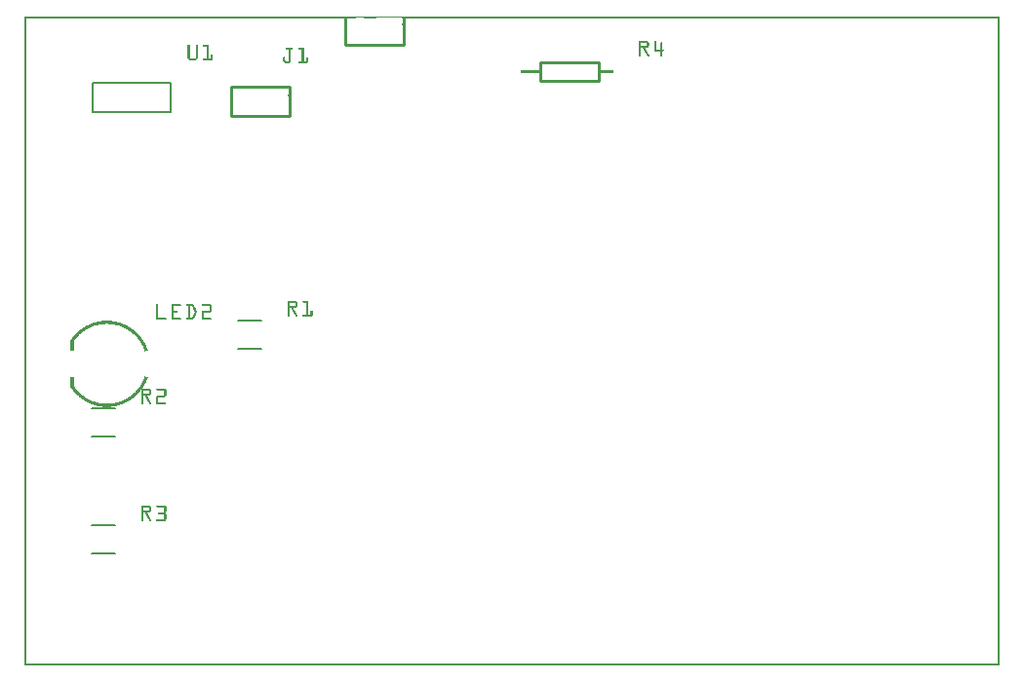
<source format=gto>
G04 MADE WITH FRITZING*
G04 WWW.FRITZING.ORG*
G04 DOUBLE SIDED*
G04 HOLES PLATED*
G04 CONTOUR ON CENTER OF CONTOUR VECTOR*
%ASAXBY*%
%FSLAX23Y23*%
%MOIN*%
%OFA0B0*%
%SFA1.0B1.0*%
%ADD10C,0.010000*%
%ADD11C,0.005000*%
%ADD12C,0.006000*%
%ADD13R,0.001000X0.001000*%
%LNSILK1*%
G90*
G70*
G54D10*
X1765Y2066D02*
X1965Y2066D01*
D02*
X1965Y2066D02*
X1965Y2000D01*
D02*
X1965Y2000D02*
X1765Y2000D01*
D02*
X1765Y2000D02*
X1765Y2066D01*
G54D11*
D02*
X235Y1996D02*
X235Y1894D01*
D02*
X235Y1894D02*
X499Y1894D01*
D02*
X499Y1894D02*
X499Y1996D01*
D02*
X499Y1996D02*
X235Y1996D01*
G54D10*
D02*
X1097Y2125D02*
X1297Y2125D01*
D02*
X906Y1983D02*
X706Y1983D01*
D02*
X706Y1983D02*
X706Y1883D01*
D02*
X706Y1883D02*
X906Y1883D01*
D02*
X906Y1883D02*
X906Y1983D01*
G54D12*
D02*
X729Y1182D02*
X809Y1182D01*
D02*
X729Y1084D02*
X809Y1084D01*
D02*
X229Y882D02*
X309Y882D01*
D02*
X229Y784D02*
X309Y784D01*
D02*
X229Y482D02*
X309Y482D01*
D02*
X229Y384D02*
X309Y384D01*
G54D13*
X1Y2222D02*
X3333Y2222D01*
X1Y2221D02*
X3333Y2221D01*
X1Y2220D02*
X3333Y2220D01*
X1Y2219D02*
X3333Y2219D01*
X1Y2218D02*
X1139Y2218D01*
X1156Y2218D02*
X1203Y2218D01*
X1292Y2218D02*
X3333Y2218D01*
X1Y2217D02*
X1134Y2217D01*
X1160Y2217D02*
X1203Y2217D01*
X1292Y2217D02*
X3333Y2217D01*
X1Y2216D02*
X1131Y2216D01*
X1163Y2216D02*
X1203Y2216D01*
X1292Y2216D02*
X3333Y2216D01*
X1Y2215D02*
X1129Y2215D01*
X1165Y2215D02*
X1203Y2215D01*
X1292Y2215D02*
X3333Y2215D01*
X1Y2214D02*
X8Y2214D01*
X1093Y2214D02*
X1102Y2214D01*
X1293Y2214D02*
X1302Y2214D01*
X3326Y2214D02*
X3333Y2214D01*
X1Y2213D02*
X8Y2213D01*
X1093Y2213D02*
X1102Y2213D01*
X1293Y2213D02*
X1302Y2213D01*
X3326Y2213D02*
X3333Y2213D01*
X1Y2212D02*
X8Y2212D01*
X1093Y2212D02*
X1102Y2212D01*
X1293Y2212D02*
X1302Y2212D01*
X3326Y2212D02*
X3333Y2212D01*
X1Y2211D02*
X8Y2211D01*
X1093Y2211D02*
X1102Y2211D01*
X1293Y2211D02*
X1302Y2211D01*
X3326Y2211D02*
X3333Y2211D01*
X1Y2210D02*
X8Y2210D01*
X1093Y2210D02*
X1102Y2210D01*
X1293Y2210D02*
X1302Y2210D01*
X3326Y2210D02*
X3333Y2210D01*
X1Y2209D02*
X8Y2209D01*
X1093Y2209D02*
X1102Y2209D01*
X1293Y2209D02*
X1302Y2209D01*
X3326Y2209D02*
X3333Y2209D01*
X1Y2208D02*
X8Y2208D01*
X1093Y2208D02*
X1102Y2208D01*
X1293Y2208D02*
X1302Y2208D01*
X3326Y2208D02*
X3333Y2208D01*
X1Y2207D02*
X8Y2207D01*
X1093Y2207D02*
X1102Y2207D01*
X1293Y2207D02*
X1302Y2207D01*
X3326Y2207D02*
X3333Y2207D01*
X1Y2206D02*
X8Y2206D01*
X1093Y2206D02*
X1102Y2206D01*
X1293Y2206D02*
X1302Y2206D01*
X3326Y2206D02*
X3333Y2206D01*
X1Y2205D02*
X8Y2205D01*
X1093Y2205D02*
X1102Y2205D01*
X1293Y2205D02*
X1302Y2205D01*
X3326Y2205D02*
X3333Y2205D01*
X1Y2204D02*
X8Y2204D01*
X1093Y2204D02*
X1102Y2204D01*
X1293Y2204D02*
X1302Y2204D01*
X3326Y2204D02*
X3333Y2204D01*
X1Y2203D02*
X8Y2203D01*
X1093Y2203D02*
X1102Y2203D01*
X1293Y2203D02*
X1302Y2203D01*
X3326Y2203D02*
X3333Y2203D01*
X1Y2202D02*
X8Y2202D01*
X1093Y2202D02*
X1102Y2202D01*
X1293Y2202D02*
X1302Y2202D01*
X3326Y2202D02*
X3333Y2202D01*
X1Y2201D02*
X8Y2201D01*
X1093Y2201D02*
X1102Y2201D01*
X1293Y2201D02*
X1302Y2201D01*
X3326Y2201D02*
X3333Y2201D01*
X1Y2200D02*
X8Y2200D01*
X1093Y2200D02*
X1102Y2200D01*
X1293Y2200D02*
X1302Y2200D01*
X3326Y2200D02*
X3333Y2200D01*
X1Y2199D02*
X8Y2199D01*
X1093Y2199D02*
X1102Y2199D01*
X1293Y2199D02*
X1302Y2199D01*
X3326Y2199D02*
X3333Y2199D01*
X1Y2198D02*
X8Y2198D01*
X1093Y2198D02*
X1102Y2198D01*
X1292Y2198D02*
X1302Y2198D01*
X3326Y2198D02*
X3333Y2198D01*
X1Y2197D02*
X8Y2197D01*
X1093Y2197D02*
X1102Y2197D01*
X1292Y2197D02*
X1302Y2197D01*
X3326Y2197D02*
X3333Y2197D01*
X1Y2196D02*
X8Y2196D01*
X1093Y2196D02*
X1102Y2196D01*
X1292Y2196D02*
X1302Y2196D01*
X3326Y2196D02*
X3333Y2196D01*
X1Y2195D02*
X8Y2195D01*
X1093Y2195D02*
X1102Y2195D01*
X1292Y2195D02*
X1302Y2195D01*
X3326Y2195D02*
X3333Y2195D01*
X1Y2194D02*
X8Y2194D01*
X1093Y2194D02*
X1102Y2194D01*
X1292Y2194D02*
X1302Y2194D01*
X3326Y2194D02*
X3333Y2194D01*
X1Y2193D02*
X8Y2193D01*
X1093Y2193D02*
X1102Y2193D01*
X1292Y2193D02*
X1302Y2193D01*
X3326Y2193D02*
X3333Y2193D01*
X1Y2192D02*
X8Y2192D01*
X1093Y2192D02*
X1102Y2192D01*
X1292Y2192D02*
X1302Y2192D01*
X3326Y2192D02*
X3333Y2192D01*
X1Y2191D02*
X8Y2191D01*
X1093Y2191D02*
X1102Y2191D01*
X1293Y2191D02*
X1302Y2191D01*
X3326Y2191D02*
X3333Y2191D01*
X1Y2190D02*
X8Y2190D01*
X1093Y2190D02*
X1102Y2190D01*
X1293Y2190D02*
X1302Y2190D01*
X3326Y2190D02*
X3333Y2190D01*
X1Y2189D02*
X8Y2189D01*
X1093Y2189D02*
X1102Y2189D01*
X1293Y2189D02*
X1302Y2189D01*
X3326Y2189D02*
X3333Y2189D01*
X1Y2188D02*
X8Y2188D01*
X1093Y2188D02*
X1102Y2188D01*
X1293Y2188D02*
X1302Y2188D01*
X3326Y2188D02*
X3333Y2188D01*
X1Y2187D02*
X8Y2187D01*
X1093Y2187D02*
X1102Y2187D01*
X1293Y2187D02*
X1302Y2187D01*
X3326Y2187D02*
X3333Y2187D01*
X1Y2186D02*
X8Y2186D01*
X1093Y2186D02*
X1102Y2186D01*
X1293Y2186D02*
X1302Y2186D01*
X3326Y2186D02*
X3333Y2186D01*
X1Y2185D02*
X8Y2185D01*
X1093Y2185D02*
X1102Y2185D01*
X1293Y2185D02*
X1302Y2185D01*
X3326Y2185D02*
X3333Y2185D01*
X1Y2184D02*
X8Y2184D01*
X1093Y2184D02*
X1102Y2184D01*
X1293Y2184D02*
X1302Y2184D01*
X3326Y2184D02*
X3333Y2184D01*
X1Y2183D02*
X8Y2183D01*
X1093Y2183D02*
X1102Y2183D01*
X1293Y2183D02*
X1302Y2183D01*
X3326Y2183D02*
X3333Y2183D01*
X1Y2182D02*
X8Y2182D01*
X1093Y2182D02*
X1102Y2182D01*
X1293Y2182D02*
X1302Y2182D01*
X3326Y2182D02*
X3333Y2182D01*
X1Y2181D02*
X8Y2181D01*
X1093Y2181D02*
X1102Y2181D01*
X1293Y2181D02*
X1302Y2181D01*
X3326Y2181D02*
X3333Y2181D01*
X1Y2180D02*
X8Y2180D01*
X1093Y2180D02*
X1102Y2180D01*
X1293Y2180D02*
X1302Y2180D01*
X3326Y2180D02*
X3333Y2180D01*
X1Y2179D02*
X8Y2179D01*
X1093Y2179D02*
X1102Y2179D01*
X1293Y2179D02*
X1302Y2179D01*
X3326Y2179D02*
X3333Y2179D01*
X1Y2178D02*
X8Y2178D01*
X1093Y2178D02*
X1102Y2178D01*
X1293Y2178D02*
X1302Y2178D01*
X3326Y2178D02*
X3333Y2178D01*
X1Y2177D02*
X8Y2177D01*
X1093Y2177D02*
X1102Y2177D01*
X1293Y2177D02*
X1302Y2177D01*
X3326Y2177D02*
X3333Y2177D01*
X1Y2176D02*
X8Y2176D01*
X1093Y2176D02*
X1102Y2176D01*
X1293Y2176D02*
X1302Y2176D01*
X3326Y2176D02*
X3333Y2176D01*
X1Y2175D02*
X8Y2175D01*
X1093Y2175D02*
X1102Y2175D01*
X1293Y2175D02*
X1302Y2175D01*
X3326Y2175D02*
X3333Y2175D01*
X1Y2174D02*
X8Y2174D01*
X1093Y2174D02*
X1102Y2174D01*
X1293Y2174D02*
X1302Y2174D01*
X3326Y2174D02*
X3333Y2174D01*
X1Y2173D02*
X8Y2173D01*
X1093Y2173D02*
X1102Y2173D01*
X1293Y2173D02*
X1302Y2173D01*
X3326Y2173D02*
X3333Y2173D01*
X1Y2172D02*
X8Y2172D01*
X1093Y2172D02*
X1102Y2172D01*
X1293Y2172D02*
X1302Y2172D01*
X3326Y2172D02*
X3333Y2172D01*
X1Y2171D02*
X8Y2171D01*
X1093Y2171D02*
X1102Y2171D01*
X1293Y2171D02*
X1302Y2171D01*
X3326Y2171D02*
X3333Y2171D01*
X1Y2170D02*
X8Y2170D01*
X1093Y2170D02*
X1102Y2170D01*
X1293Y2170D02*
X1302Y2170D01*
X3326Y2170D02*
X3333Y2170D01*
X1Y2169D02*
X8Y2169D01*
X1093Y2169D02*
X1102Y2169D01*
X1293Y2169D02*
X1302Y2169D01*
X3326Y2169D02*
X3333Y2169D01*
X1Y2168D02*
X8Y2168D01*
X1093Y2168D02*
X1102Y2168D01*
X1293Y2168D02*
X1302Y2168D01*
X3326Y2168D02*
X3333Y2168D01*
X1Y2167D02*
X8Y2167D01*
X1093Y2167D02*
X1102Y2167D01*
X1293Y2167D02*
X1302Y2167D01*
X3326Y2167D02*
X3333Y2167D01*
X1Y2166D02*
X8Y2166D01*
X1093Y2166D02*
X1102Y2166D01*
X1293Y2166D02*
X1302Y2166D01*
X3326Y2166D02*
X3333Y2166D01*
X1Y2165D02*
X8Y2165D01*
X1093Y2165D02*
X1102Y2165D01*
X1293Y2165D02*
X1302Y2165D01*
X3326Y2165D02*
X3333Y2165D01*
X1Y2164D02*
X8Y2164D01*
X1093Y2164D02*
X1102Y2164D01*
X1293Y2164D02*
X1302Y2164D01*
X3326Y2164D02*
X3333Y2164D01*
X1Y2163D02*
X8Y2163D01*
X1093Y2163D02*
X1102Y2163D01*
X1293Y2163D02*
X1302Y2163D01*
X3326Y2163D02*
X3333Y2163D01*
X1Y2162D02*
X8Y2162D01*
X1093Y2162D02*
X1102Y2162D01*
X1293Y2162D02*
X1302Y2162D01*
X3326Y2162D02*
X3333Y2162D01*
X1Y2161D02*
X8Y2161D01*
X1093Y2161D02*
X1102Y2161D01*
X1293Y2161D02*
X1302Y2161D01*
X3326Y2161D02*
X3333Y2161D01*
X1Y2160D02*
X8Y2160D01*
X1093Y2160D02*
X1102Y2160D01*
X1293Y2160D02*
X1302Y2160D01*
X3326Y2160D02*
X3333Y2160D01*
X1Y2159D02*
X8Y2159D01*
X1093Y2159D02*
X1102Y2159D01*
X1293Y2159D02*
X1302Y2159D01*
X3326Y2159D02*
X3333Y2159D01*
X1Y2158D02*
X8Y2158D01*
X1093Y2158D02*
X1102Y2158D01*
X1293Y2158D02*
X1302Y2158D01*
X3326Y2158D02*
X3333Y2158D01*
X1Y2157D02*
X8Y2157D01*
X1093Y2157D02*
X1102Y2157D01*
X1293Y2157D02*
X1302Y2157D01*
X3326Y2157D02*
X3333Y2157D01*
X1Y2156D02*
X8Y2156D01*
X1093Y2156D02*
X1102Y2156D01*
X1293Y2156D02*
X1302Y2156D01*
X3326Y2156D02*
X3333Y2156D01*
X1Y2155D02*
X8Y2155D01*
X1093Y2155D02*
X1102Y2155D01*
X1293Y2155D02*
X1302Y2155D01*
X3326Y2155D02*
X3333Y2155D01*
X1Y2154D02*
X8Y2154D01*
X1093Y2154D02*
X1102Y2154D01*
X1293Y2154D02*
X1302Y2154D01*
X3326Y2154D02*
X3333Y2154D01*
X1Y2153D02*
X8Y2153D01*
X1093Y2153D02*
X1102Y2153D01*
X1293Y2153D02*
X1302Y2153D01*
X3326Y2153D02*
X3333Y2153D01*
X1Y2152D02*
X8Y2152D01*
X1093Y2152D02*
X1102Y2152D01*
X1293Y2152D02*
X1302Y2152D01*
X3326Y2152D02*
X3333Y2152D01*
X1Y2151D02*
X8Y2151D01*
X1093Y2151D02*
X1102Y2151D01*
X1293Y2151D02*
X1302Y2151D01*
X3326Y2151D02*
X3333Y2151D01*
X1Y2150D02*
X8Y2150D01*
X1093Y2150D02*
X1102Y2150D01*
X1293Y2150D02*
X1302Y2150D01*
X3326Y2150D02*
X3333Y2150D01*
X1Y2149D02*
X8Y2149D01*
X1093Y2149D02*
X1102Y2149D01*
X1293Y2149D02*
X1302Y2149D01*
X3326Y2149D02*
X3333Y2149D01*
X1Y2148D02*
X8Y2148D01*
X1093Y2148D02*
X1102Y2148D01*
X1293Y2148D02*
X1302Y2148D01*
X3326Y2148D02*
X3333Y2148D01*
X1Y2147D02*
X8Y2147D01*
X1093Y2147D02*
X1102Y2147D01*
X1293Y2147D02*
X1302Y2147D01*
X3326Y2147D02*
X3333Y2147D01*
X1Y2146D02*
X8Y2146D01*
X1093Y2146D02*
X1102Y2146D01*
X1293Y2146D02*
X1302Y2146D01*
X3326Y2146D02*
X3333Y2146D01*
X1Y2145D02*
X8Y2145D01*
X1093Y2145D02*
X1102Y2145D01*
X1293Y2145D02*
X1302Y2145D01*
X3326Y2145D02*
X3333Y2145D01*
X1Y2144D02*
X8Y2144D01*
X1093Y2144D02*
X1102Y2144D01*
X1293Y2144D02*
X1302Y2144D01*
X3326Y2144D02*
X3333Y2144D01*
X1Y2143D02*
X8Y2143D01*
X1093Y2143D02*
X1102Y2143D01*
X1293Y2143D02*
X1302Y2143D01*
X3326Y2143D02*
X3333Y2143D01*
X1Y2142D02*
X8Y2142D01*
X1093Y2142D02*
X1102Y2142D01*
X1293Y2142D02*
X1302Y2142D01*
X3326Y2142D02*
X3333Y2142D01*
X1Y2141D02*
X8Y2141D01*
X1093Y2141D02*
X1102Y2141D01*
X1293Y2141D02*
X1302Y2141D01*
X3326Y2141D02*
X3333Y2141D01*
X1Y2140D02*
X8Y2140D01*
X1093Y2140D02*
X1102Y2140D01*
X1293Y2140D02*
X1302Y2140D01*
X3326Y2140D02*
X3333Y2140D01*
X1Y2139D02*
X8Y2139D01*
X1093Y2139D02*
X1102Y2139D01*
X1293Y2139D02*
X1302Y2139D01*
X2102Y2139D02*
X2126Y2139D01*
X2157Y2139D02*
X2158Y2139D01*
X3326Y2139D02*
X3333Y2139D01*
X1Y2138D02*
X8Y2138D01*
X1093Y2138D02*
X1102Y2138D01*
X1293Y2138D02*
X1302Y2138D01*
X2102Y2138D02*
X2129Y2138D01*
X2155Y2138D02*
X2159Y2138D01*
X3326Y2138D02*
X3333Y2138D01*
X1Y2137D02*
X8Y2137D01*
X1093Y2137D02*
X1102Y2137D01*
X1293Y2137D02*
X1302Y2137D01*
X2102Y2137D02*
X2131Y2137D01*
X2155Y2137D02*
X2160Y2137D01*
X3326Y2137D02*
X3333Y2137D01*
X1Y2136D02*
X8Y2136D01*
X1093Y2136D02*
X1102Y2136D01*
X1293Y2136D02*
X1302Y2136D01*
X2102Y2136D02*
X2132Y2136D01*
X2154Y2136D02*
X2160Y2136D01*
X3326Y2136D02*
X3333Y2136D01*
X1Y2135D02*
X8Y2135D01*
X1093Y2135D02*
X1102Y2135D01*
X1293Y2135D02*
X1302Y2135D01*
X2102Y2135D02*
X2133Y2135D01*
X2154Y2135D02*
X2160Y2135D01*
X3326Y2135D02*
X3333Y2135D01*
X1Y2134D02*
X8Y2134D01*
X1093Y2134D02*
X1102Y2134D01*
X1293Y2134D02*
X1302Y2134D01*
X2102Y2134D02*
X2134Y2134D01*
X2154Y2134D02*
X2160Y2134D01*
X3326Y2134D02*
X3333Y2134D01*
X1Y2133D02*
X8Y2133D01*
X1093Y2133D02*
X1102Y2133D01*
X1293Y2133D02*
X1302Y2133D01*
X2102Y2133D02*
X2134Y2133D01*
X2154Y2133D02*
X2160Y2133D01*
X2178Y2133D02*
X2179Y2133D01*
X3326Y2133D02*
X3333Y2133D01*
X1Y2132D02*
X8Y2132D01*
X1093Y2132D02*
X1102Y2132D01*
X1293Y2132D02*
X1302Y2132D01*
X2102Y2132D02*
X2108Y2132D01*
X2126Y2132D02*
X2135Y2132D01*
X2154Y2132D02*
X2160Y2132D01*
X2176Y2132D02*
X2180Y2132D01*
X3326Y2132D02*
X3333Y2132D01*
X1Y2131D02*
X8Y2131D01*
X1093Y2131D02*
X1102Y2131D01*
X1293Y2131D02*
X1302Y2131D01*
X2102Y2131D02*
X2108Y2131D01*
X2128Y2131D02*
X2135Y2131D01*
X2154Y2131D02*
X2160Y2131D01*
X2175Y2131D02*
X2181Y2131D01*
X3326Y2131D02*
X3333Y2131D01*
X1Y2130D02*
X8Y2130D01*
X1093Y2130D02*
X1102Y2130D01*
X1293Y2130D02*
X1302Y2130D01*
X2102Y2130D02*
X2108Y2130D01*
X2129Y2130D02*
X2135Y2130D01*
X2154Y2130D02*
X2160Y2130D01*
X2175Y2130D02*
X2181Y2130D01*
X3326Y2130D02*
X3333Y2130D01*
X1Y2129D02*
X8Y2129D01*
X1093Y2129D02*
X1102Y2129D01*
X1293Y2129D02*
X1302Y2129D01*
X2102Y2129D02*
X2108Y2129D01*
X2129Y2129D02*
X2135Y2129D01*
X2154Y2129D02*
X2160Y2129D01*
X2175Y2129D02*
X2181Y2129D01*
X3326Y2129D02*
X3333Y2129D01*
X1Y2128D02*
X8Y2128D01*
X1093Y2128D02*
X1102Y2128D01*
X1293Y2128D02*
X1302Y2128D01*
X2102Y2128D02*
X2108Y2128D01*
X2129Y2128D02*
X2135Y2128D01*
X2154Y2128D02*
X2160Y2128D01*
X2175Y2128D02*
X2181Y2128D01*
X3326Y2128D02*
X3333Y2128D01*
X1Y2127D02*
X8Y2127D01*
X1093Y2127D02*
X1102Y2127D01*
X1293Y2127D02*
X1302Y2127D01*
X2102Y2127D02*
X2108Y2127D01*
X2129Y2127D02*
X2135Y2127D01*
X2154Y2127D02*
X2160Y2127D01*
X2175Y2127D02*
X2181Y2127D01*
X3326Y2127D02*
X3333Y2127D01*
X1Y2126D02*
X8Y2126D01*
X1093Y2126D02*
X1102Y2126D01*
X1293Y2126D02*
X1302Y2126D01*
X2102Y2126D02*
X2108Y2126D01*
X2129Y2126D02*
X2135Y2126D01*
X2154Y2126D02*
X2160Y2126D01*
X2175Y2126D02*
X2181Y2126D01*
X3326Y2126D02*
X3333Y2126D01*
X1Y2125D02*
X8Y2125D01*
X560Y2125D02*
X563Y2125D01*
X588Y2125D02*
X591Y2125D01*
X612Y2125D02*
X630Y2125D01*
X1093Y2125D02*
X1101Y2125D01*
X1293Y2125D02*
X1301Y2125D01*
X2102Y2125D02*
X2108Y2125D01*
X2129Y2125D02*
X2135Y2125D01*
X2154Y2125D02*
X2160Y2125D01*
X2175Y2125D02*
X2181Y2125D01*
X3326Y2125D02*
X3333Y2125D01*
X1Y2124D02*
X8Y2124D01*
X559Y2124D02*
X564Y2124D01*
X587Y2124D02*
X592Y2124D01*
X611Y2124D02*
X630Y2124D01*
X2102Y2124D02*
X2108Y2124D01*
X2129Y2124D02*
X2135Y2124D01*
X2154Y2124D02*
X2160Y2124D01*
X2175Y2124D02*
X2181Y2124D01*
X3326Y2124D02*
X3333Y2124D01*
X1Y2123D02*
X8Y2123D01*
X559Y2123D02*
X565Y2123D01*
X587Y2123D02*
X592Y2123D01*
X610Y2123D02*
X630Y2123D01*
X2102Y2123D02*
X2108Y2123D01*
X2129Y2123D02*
X2135Y2123D01*
X2154Y2123D02*
X2160Y2123D01*
X2175Y2123D02*
X2181Y2123D01*
X3326Y2123D02*
X3333Y2123D01*
X1Y2122D02*
X8Y2122D01*
X559Y2122D02*
X565Y2122D01*
X586Y2122D02*
X592Y2122D01*
X610Y2122D02*
X630Y2122D01*
X2102Y2122D02*
X2108Y2122D01*
X2127Y2122D02*
X2135Y2122D01*
X2154Y2122D02*
X2160Y2122D01*
X2175Y2122D02*
X2181Y2122D01*
X3326Y2122D02*
X3333Y2122D01*
X1Y2121D02*
X8Y2121D01*
X559Y2121D02*
X565Y2121D01*
X586Y2121D02*
X592Y2121D01*
X610Y2121D02*
X630Y2121D01*
X2102Y2121D02*
X2134Y2121D01*
X2154Y2121D02*
X2160Y2121D01*
X2175Y2121D02*
X2181Y2121D01*
X3326Y2121D02*
X3333Y2121D01*
X1Y2120D02*
X8Y2120D01*
X559Y2120D02*
X565Y2120D01*
X586Y2120D02*
X592Y2120D01*
X611Y2120D02*
X630Y2120D01*
X2102Y2120D02*
X2134Y2120D01*
X2154Y2120D02*
X2160Y2120D01*
X2175Y2120D02*
X2181Y2120D01*
X3326Y2120D02*
X3333Y2120D01*
X1Y2119D02*
X8Y2119D01*
X559Y2119D02*
X565Y2119D01*
X586Y2119D02*
X592Y2119D01*
X612Y2119D02*
X630Y2119D01*
X2102Y2119D02*
X2133Y2119D01*
X2154Y2119D02*
X2160Y2119D01*
X2175Y2119D02*
X2181Y2119D01*
X3326Y2119D02*
X3333Y2119D01*
X1Y2118D02*
X8Y2118D01*
X559Y2118D02*
X565Y2118D01*
X586Y2118D02*
X592Y2118D01*
X624Y2118D02*
X630Y2118D01*
X2102Y2118D02*
X2133Y2118D01*
X2154Y2118D02*
X2160Y2118D01*
X2175Y2118D02*
X2181Y2118D01*
X3326Y2118D02*
X3333Y2118D01*
X1Y2117D02*
X8Y2117D01*
X559Y2117D02*
X565Y2117D01*
X586Y2117D02*
X592Y2117D01*
X624Y2117D02*
X630Y2117D01*
X2102Y2117D02*
X2132Y2117D01*
X2154Y2117D02*
X2160Y2117D01*
X2175Y2117D02*
X2181Y2117D01*
X3326Y2117D02*
X3333Y2117D01*
X1Y2116D02*
X8Y2116D01*
X559Y2116D02*
X565Y2116D01*
X586Y2116D02*
X592Y2116D01*
X624Y2116D02*
X630Y2116D01*
X897Y2116D02*
X915Y2116D01*
X938Y2116D02*
X955Y2116D01*
X2102Y2116D02*
X2130Y2116D01*
X2154Y2116D02*
X2160Y2116D01*
X2175Y2116D02*
X2181Y2116D01*
X3326Y2116D02*
X3333Y2116D01*
X1Y2115D02*
X8Y2115D01*
X559Y2115D02*
X565Y2115D01*
X586Y2115D02*
X592Y2115D01*
X624Y2115D02*
X630Y2115D01*
X895Y2115D02*
X917Y2115D01*
X937Y2115D02*
X955Y2115D01*
X2102Y2115D02*
X2128Y2115D01*
X2154Y2115D02*
X2160Y2115D01*
X2175Y2115D02*
X2181Y2115D01*
X3326Y2115D02*
X3333Y2115D01*
X1Y2114D02*
X8Y2114D01*
X559Y2114D02*
X565Y2114D01*
X586Y2114D02*
X592Y2114D01*
X624Y2114D02*
X630Y2114D01*
X894Y2114D02*
X917Y2114D01*
X936Y2114D02*
X955Y2114D01*
X2102Y2114D02*
X2108Y2114D01*
X2114Y2114D02*
X2121Y2114D01*
X2154Y2114D02*
X2160Y2114D01*
X2175Y2114D02*
X2181Y2114D01*
X3326Y2114D02*
X3333Y2114D01*
X1Y2113D02*
X8Y2113D01*
X559Y2113D02*
X565Y2113D01*
X586Y2113D02*
X592Y2113D01*
X624Y2113D02*
X630Y2113D01*
X894Y2113D02*
X918Y2113D01*
X936Y2113D02*
X955Y2113D01*
X2102Y2113D02*
X2108Y2113D01*
X2114Y2113D02*
X2122Y2113D01*
X2154Y2113D02*
X2160Y2113D01*
X2175Y2113D02*
X2181Y2113D01*
X3326Y2113D02*
X3333Y2113D01*
X1Y2112D02*
X8Y2112D01*
X559Y2112D02*
X565Y2112D01*
X586Y2112D02*
X592Y2112D01*
X624Y2112D02*
X630Y2112D01*
X894Y2112D02*
X918Y2112D01*
X936Y2112D02*
X955Y2112D01*
X2102Y2112D02*
X2108Y2112D01*
X2115Y2112D02*
X2122Y2112D01*
X2154Y2112D02*
X2160Y2112D01*
X2175Y2112D02*
X2181Y2112D01*
X3326Y2112D02*
X3333Y2112D01*
X1Y2111D02*
X8Y2111D01*
X559Y2111D02*
X565Y2111D01*
X586Y2111D02*
X592Y2111D01*
X624Y2111D02*
X630Y2111D01*
X895Y2111D02*
X917Y2111D01*
X936Y2111D02*
X955Y2111D01*
X2102Y2111D02*
X2108Y2111D01*
X2115Y2111D02*
X2123Y2111D01*
X2154Y2111D02*
X2160Y2111D01*
X2175Y2111D02*
X2181Y2111D01*
X3326Y2111D02*
X3333Y2111D01*
X1Y2110D02*
X8Y2110D01*
X559Y2110D02*
X565Y2110D01*
X586Y2110D02*
X592Y2110D01*
X624Y2110D02*
X630Y2110D01*
X895Y2110D02*
X917Y2110D01*
X937Y2110D02*
X955Y2110D01*
X2102Y2110D02*
X2108Y2110D01*
X2116Y2110D02*
X2123Y2110D01*
X2154Y2110D02*
X2161Y2110D01*
X2175Y2110D02*
X2181Y2110D01*
X3326Y2110D02*
X3333Y2110D01*
X1Y2109D02*
X8Y2109D01*
X559Y2109D02*
X565Y2109D01*
X586Y2109D02*
X592Y2109D01*
X624Y2109D02*
X630Y2109D01*
X905Y2109D02*
X911Y2109D01*
X949Y2109D02*
X955Y2109D01*
X2102Y2109D02*
X2108Y2109D01*
X2117Y2109D02*
X2124Y2109D01*
X2154Y2109D02*
X2184Y2109D01*
X3326Y2109D02*
X3333Y2109D01*
X1Y2108D02*
X8Y2108D01*
X559Y2108D02*
X565Y2108D01*
X586Y2108D02*
X592Y2108D01*
X624Y2108D02*
X630Y2108D01*
X905Y2108D02*
X911Y2108D01*
X949Y2108D02*
X955Y2108D01*
X2102Y2108D02*
X2108Y2108D01*
X2117Y2108D02*
X2124Y2108D01*
X2154Y2108D02*
X2185Y2108D01*
X3326Y2108D02*
X3333Y2108D01*
X1Y2107D02*
X8Y2107D01*
X559Y2107D02*
X565Y2107D01*
X586Y2107D02*
X592Y2107D01*
X624Y2107D02*
X630Y2107D01*
X905Y2107D02*
X911Y2107D01*
X949Y2107D02*
X955Y2107D01*
X2102Y2107D02*
X2108Y2107D01*
X2118Y2107D02*
X2125Y2107D01*
X2154Y2107D02*
X2185Y2107D01*
X3326Y2107D02*
X3333Y2107D01*
X1Y2106D02*
X8Y2106D01*
X559Y2106D02*
X565Y2106D01*
X586Y2106D02*
X592Y2106D01*
X624Y2106D02*
X630Y2106D01*
X905Y2106D02*
X911Y2106D01*
X949Y2106D02*
X955Y2106D01*
X2102Y2106D02*
X2108Y2106D01*
X2118Y2106D02*
X2126Y2106D01*
X2154Y2106D02*
X2185Y2106D01*
X3326Y2106D02*
X3333Y2106D01*
X1Y2105D02*
X8Y2105D01*
X559Y2105D02*
X565Y2105D01*
X586Y2105D02*
X592Y2105D01*
X624Y2105D02*
X630Y2105D01*
X905Y2105D02*
X911Y2105D01*
X949Y2105D02*
X955Y2105D01*
X2102Y2105D02*
X2108Y2105D01*
X2119Y2105D02*
X2126Y2105D01*
X2154Y2105D02*
X2185Y2105D01*
X3326Y2105D02*
X3333Y2105D01*
X1Y2104D02*
X8Y2104D01*
X559Y2104D02*
X565Y2104D01*
X586Y2104D02*
X592Y2104D01*
X624Y2104D02*
X630Y2104D01*
X905Y2104D02*
X911Y2104D01*
X949Y2104D02*
X955Y2104D01*
X2102Y2104D02*
X2108Y2104D01*
X2120Y2104D02*
X2127Y2104D01*
X2154Y2104D02*
X2185Y2104D01*
X3326Y2104D02*
X3333Y2104D01*
X1Y2103D02*
X8Y2103D01*
X559Y2103D02*
X565Y2103D01*
X586Y2103D02*
X592Y2103D01*
X624Y2103D02*
X630Y2103D01*
X905Y2103D02*
X911Y2103D01*
X949Y2103D02*
X955Y2103D01*
X2102Y2103D02*
X2108Y2103D01*
X2120Y2103D02*
X2127Y2103D01*
X2155Y2103D02*
X2184Y2103D01*
X3326Y2103D02*
X3333Y2103D01*
X1Y2102D02*
X8Y2102D01*
X559Y2102D02*
X565Y2102D01*
X586Y2102D02*
X592Y2102D01*
X624Y2102D02*
X630Y2102D01*
X905Y2102D02*
X911Y2102D01*
X949Y2102D02*
X955Y2102D01*
X2102Y2102D02*
X2108Y2102D01*
X2121Y2102D02*
X2128Y2102D01*
X2175Y2102D02*
X2181Y2102D01*
X3326Y2102D02*
X3333Y2102D01*
X1Y2101D02*
X8Y2101D01*
X559Y2101D02*
X565Y2101D01*
X586Y2101D02*
X592Y2101D01*
X624Y2101D02*
X630Y2101D01*
X905Y2101D02*
X911Y2101D01*
X949Y2101D02*
X955Y2101D01*
X2102Y2101D02*
X2108Y2101D01*
X2121Y2101D02*
X2129Y2101D01*
X2175Y2101D02*
X2181Y2101D01*
X3326Y2101D02*
X3333Y2101D01*
X1Y2100D02*
X8Y2100D01*
X559Y2100D02*
X565Y2100D01*
X586Y2100D02*
X592Y2100D01*
X624Y2100D02*
X630Y2100D01*
X905Y2100D02*
X911Y2100D01*
X949Y2100D02*
X955Y2100D01*
X2102Y2100D02*
X2108Y2100D01*
X2122Y2100D02*
X2129Y2100D01*
X2175Y2100D02*
X2181Y2100D01*
X3326Y2100D02*
X3333Y2100D01*
X1Y2099D02*
X8Y2099D01*
X559Y2099D02*
X565Y2099D01*
X586Y2099D02*
X592Y2099D01*
X624Y2099D02*
X630Y2099D01*
X905Y2099D02*
X911Y2099D01*
X949Y2099D02*
X955Y2099D01*
X2102Y2099D02*
X2108Y2099D01*
X2122Y2099D02*
X2130Y2099D01*
X2175Y2099D02*
X2181Y2099D01*
X3326Y2099D02*
X3333Y2099D01*
X1Y2098D02*
X8Y2098D01*
X559Y2098D02*
X565Y2098D01*
X586Y2098D02*
X592Y2098D01*
X624Y2098D02*
X630Y2098D01*
X905Y2098D02*
X911Y2098D01*
X949Y2098D02*
X955Y2098D01*
X2102Y2098D02*
X2108Y2098D01*
X2123Y2098D02*
X2130Y2098D01*
X2175Y2098D02*
X2181Y2098D01*
X3326Y2098D02*
X3333Y2098D01*
X1Y2097D02*
X8Y2097D01*
X559Y2097D02*
X565Y2097D01*
X586Y2097D02*
X592Y2097D01*
X624Y2097D02*
X630Y2097D01*
X905Y2097D02*
X911Y2097D01*
X949Y2097D02*
X955Y2097D01*
X2102Y2097D02*
X2108Y2097D01*
X2124Y2097D02*
X2131Y2097D01*
X2175Y2097D02*
X2181Y2097D01*
X3326Y2097D02*
X3333Y2097D01*
X1Y2096D02*
X8Y2096D01*
X559Y2096D02*
X565Y2096D01*
X586Y2096D02*
X592Y2096D01*
X624Y2096D02*
X630Y2096D01*
X905Y2096D02*
X911Y2096D01*
X949Y2096D02*
X955Y2096D01*
X2102Y2096D02*
X2108Y2096D01*
X2124Y2096D02*
X2131Y2096D01*
X2175Y2096D02*
X2181Y2096D01*
X3326Y2096D02*
X3333Y2096D01*
X1Y2095D02*
X8Y2095D01*
X559Y2095D02*
X565Y2095D01*
X586Y2095D02*
X592Y2095D01*
X624Y2095D02*
X630Y2095D01*
X905Y2095D02*
X911Y2095D01*
X949Y2095D02*
X955Y2095D01*
X2102Y2095D02*
X2108Y2095D01*
X2125Y2095D02*
X2132Y2095D01*
X2175Y2095D02*
X2181Y2095D01*
X3326Y2095D02*
X3333Y2095D01*
X1Y2094D02*
X8Y2094D01*
X559Y2094D02*
X565Y2094D01*
X586Y2094D02*
X592Y2094D01*
X624Y2094D02*
X630Y2094D01*
X905Y2094D02*
X911Y2094D01*
X949Y2094D02*
X955Y2094D01*
X2102Y2094D02*
X2108Y2094D01*
X2125Y2094D02*
X2133Y2094D01*
X2175Y2094D02*
X2181Y2094D01*
X3326Y2094D02*
X3333Y2094D01*
X1Y2093D02*
X8Y2093D01*
X559Y2093D02*
X565Y2093D01*
X586Y2093D02*
X592Y2093D01*
X624Y2093D02*
X630Y2093D01*
X905Y2093D02*
X911Y2093D01*
X949Y2093D02*
X955Y2093D01*
X2102Y2093D02*
X2108Y2093D01*
X2126Y2093D02*
X2133Y2093D01*
X2175Y2093D02*
X2181Y2093D01*
X3326Y2093D02*
X3333Y2093D01*
X1Y2092D02*
X8Y2092D01*
X559Y2092D02*
X565Y2092D01*
X586Y2092D02*
X592Y2092D01*
X624Y2092D02*
X630Y2092D01*
X639Y2092D02*
X642Y2092D01*
X905Y2092D02*
X911Y2092D01*
X949Y2092D02*
X955Y2092D01*
X2102Y2092D02*
X2108Y2092D01*
X2127Y2092D02*
X2134Y2092D01*
X2175Y2092D02*
X2181Y2092D01*
X3326Y2092D02*
X3333Y2092D01*
X1Y2091D02*
X8Y2091D01*
X559Y2091D02*
X565Y2091D01*
X586Y2091D02*
X592Y2091D01*
X624Y2091D02*
X630Y2091D01*
X638Y2091D02*
X643Y2091D01*
X905Y2091D02*
X911Y2091D01*
X949Y2091D02*
X955Y2091D01*
X2102Y2091D02*
X2108Y2091D01*
X2127Y2091D02*
X2134Y2091D01*
X2175Y2091D02*
X2181Y2091D01*
X3326Y2091D02*
X3333Y2091D01*
X1Y2090D02*
X8Y2090D01*
X559Y2090D02*
X565Y2090D01*
X586Y2090D02*
X592Y2090D01*
X624Y2090D02*
X630Y2090D01*
X638Y2090D02*
X644Y2090D01*
X905Y2090D02*
X911Y2090D01*
X949Y2090D02*
X955Y2090D01*
X2102Y2090D02*
X2108Y2090D01*
X2128Y2090D02*
X2135Y2090D01*
X2175Y2090D02*
X2181Y2090D01*
X3326Y2090D02*
X3333Y2090D01*
X1Y2089D02*
X8Y2089D01*
X559Y2089D02*
X565Y2089D01*
X586Y2089D02*
X592Y2089D01*
X624Y2089D02*
X630Y2089D01*
X638Y2089D02*
X644Y2089D01*
X905Y2089D02*
X911Y2089D01*
X949Y2089D02*
X955Y2089D01*
X2102Y2089D02*
X2108Y2089D01*
X2128Y2089D02*
X2135Y2089D01*
X2175Y2089D02*
X2181Y2089D01*
X3326Y2089D02*
X3333Y2089D01*
X1Y2088D02*
X8Y2088D01*
X559Y2088D02*
X565Y2088D01*
X586Y2088D02*
X592Y2088D01*
X624Y2088D02*
X630Y2088D01*
X638Y2088D02*
X644Y2088D01*
X905Y2088D02*
X911Y2088D01*
X949Y2088D02*
X955Y2088D01*
X2102Y2088D02*
X2108Y2088D01*
X2129Y2088D02*
X2135Y2088D01*
X2175Y2088D02*
X2181Y2088D01*
X3326Y2088D02*
X3333Y2088D01*
X1Y2087D02*
X8Y2087D01*
X559Y2087D02*
X565Y2087D01*
X586Y2087D02*
X592Y2087D01*
X624Y2087D02*
X630Y2087D01*
X638Y2087D02*
X644Y2087D01*
X905Y2087D02*
X911Y2087D01*
X949Y2087D02*
X955Y2087D01*
X2102Y2087D02*
X2107Y2087D01*
X2130Y2087D02*
X2135Y2087D01*
X2175Y2087D02*
X2181Y2087D01*
X3326Y2087D02*
X3333Y2087D01*
X1Y2086D02*
X8Y2086D01*
X559Y2086D02*
X565Y2086D01*
X586Y2086D02*
X592Y2086D01*
X624Y2086D02*
X630Y2086D01*
X638Y2086D02*
X644Y2086D01*
X905Y2086D02*
X911Y2086D01*
X949Y2086D02*
X955Y2086D01*
X2103Y2086D02*
X2107Y2086D01*
X2130Y2086D02*
X2134Y2086D01*
X2176Y2086D02*
X2180Y2086D01*
X3326Y2086D02*
X3333Y2086D01*
X1Y2085D02*
X8Y2085D01*
X559Y2085D02*
X565Y2085D01*
X586Y2085D02*
X592Y2085D01*
X624Y2085D02*
X630Y2085D01*
X638Y2085D02*
X644Y2085D01*
X905Y2085D02*
X911Y2085D01*
X949Y2085D02*
X955Y2085D01*
X2132Y2085D02*
X2132Y2085D01*
X3326Y2085D02*
X3333Y2085D01*
X1Y2084D02*
X8Y2084D01*
X559Y2084D02*
X565Y2084D01*
X586Y2084D02*
X592Y2084D01*
X624Y2084D02*
X630Y2084D01*
X638Y2084D02*
X644Y2084D01*
X905Y2084D02*
X911Y2084D01*
X949Y2084D02*
X955Y2084D01*
X3326Y2084D02*
X3333Y2084D01*
X1Y2083D02*
X8Y2083D01*
X559Y2083D02*
X565Y2083D01*
X586Y2083D02*
X592Y2083D01*
X624Y2083D02*
X630Y2083D01*
X638Y2083D02*
X644Y2083D01*
X886Y2083D02*
X890Y2083D01*
X905Y2083D02*
X911Y2083D01*
X949Y2083D02*
X955Y2083D01*
X3326Y2083D02*
X3333Y2083D01*
X1Y2082D02*
X8Y2082D01*
X559Y2082D02*
X565Y2082D01*
X586Y2082D02*
X592Y2082D01*
X624Y2082D02*
X630Y2082D01*
X638Y2082D02*
X644Y2082D01*
X885Y2082D02*
X890Y2082D01*
X905Y2082D02*
X911Y2082D01*
X949Y2082D02*
X955Y2082D01*
X964Y2082D02*
X968Y2082D01*
X3326Y2082D02*
X3333Y2082D01*
X1Y2081D02*
X8Y2081D01*
X559Y2081D02*
X565Y2081D01*
X586Y2081D02*
X592Y2081D01*
X624Y2081D02*
X630Y2081D01*
X638Y2081D02*
X644Y2081D01*
X885Y2081D02*
X891Y2081D01*
X905Y2081D02*
X911Y2081D01*
X949Y2081D02*
X955Y2081D01*
X964Y2081D02*
X969Y2081D01*
X3326Y2081D02*
X3333Y2081D01*
X1Y2080D02*
X8Y2080D01*
X559Y2080D02*
X566Y2080D01*
X586Y2080D02*
X592Y2080D01*
X624Y2080D02*
X630Y2080D01*
X638Y2080D02*
X644Y2080D01*
X884Y2080D02*
X891Y2080D01*
X905Y2080D02*
X911Y2080D01*
X949Y2080D02*
X955Y2080D01*
X963Y2080D02*
X969Y2080D01*
X3326Y2080D02*
X3333Y2080D01*
X1Y2079D02*
X8Y2079D01*
X559Y2079D02*
X567Y2079D01*
X585Y2079D02*
X592Y2079D01*
X624Y2079D02*
X630Y2079D01*
X638Y2079D02*
X644Y2079D01*
X884Y2079D02*
X891Y2079D01*
X905Y2079D02*
X911Y2079D01*
X949Y2079D02*
X955Y2079D01*
X963Y2079D02*
X969Y2079D01*
X3326Y2079D02*
X3333Y2079D01*
X1Y2078D02*
X8Y2078D01*
X560Y2078D02*
X592Y2078D01*
X612Y2078D02*
X644Y2078D01*
X884Y2078D02*
X891Y2078D01*
X905Y2078D02*
X911Y2078D01*
X949Y2078D02*
X955Y2078D01*
X963Y2078D02*
X969Y2078D01*
X3326Y2078D02*
X3333Y2078D01*
X1Y2077D02*
X8Y2077D01*
X560Y2077D02*
X591Y2077D01*
X611Y2077D02*
X644Y2077D01*
X884Y2077D02*
X891Y2077D01*
X905Y2077D02*
X911Y2077D01*
X949Y2077D02*
X955Y2077D01*
X963Y2077D02*
X969Y2077D01*
X3326Y2077D02*
X3333Y2077D01*
X1Y2076D02*
X8Y2076D01*
X561Y2076D02*
X590Y2076D01*
X610Y2076D02*
X644Y2076D01*
X884Y2076D02*
X891Y2076D01*
X905Y2076D02*
X911Y2076D01*
X949Y2076D02*
X955Y2076D01*
X963Y2076D02*
X969Y2076D01*
X3326Y2076D02*
X3333Y2076D01*
X1Y2075D02*
X8Y2075D01*
X562Y2075D02*
X590Y2075D01*
X610Y2075D02*
X644Y2075D01*
X884Y2075D02*
X891Y2075D01*
X905Y2075D02*
X911Y2075D01*
X949Y2075D02*
X955Y2075D01*
X963Y2075D02*
X969Y2075D01*
X3326Y2075D02*
X3333Y2075D01*
X1Y2074D02*
X8Y2074D01*
X563Y2074D02*
X589Y2074D01*
X610Y2074D02*
X644Y2074D01*
X884Y2074D02*
X891Y2074D01*
X905Y2074D02*
X911Y2074D01*
X949Y2074D02*
X955Y2074D01*
X963Y2074D02*
X969Y2074D01*
X3326Y2074D02*
X3333Y2074D01*
X1Y2073D02*
X8Y2073D01*
X564Y2073D02*
X587Y2073D01*
X611Y2073D02*
X643Y2073D01*
X884Y2073D02*
X891Y2073D01*
X905Y2073D02*
X911Y2073D01*
X949Y2073D02*
X955Y2073D01*
X963Y2073D02*
X969Y2073D01*
X3326Y2073D02*
X3333Y2073D01*
X1Y2072D02*
X8Y2072D01*
X566Y2072D02*
X585Y2072D01*
X612Y2072D02*
X642Y2072D01*
X884Y2072D02*
X891Y2072D01*
X905Y2072D02*
X911Y2072D01*
X949Y2072D02*
X955Y2072D01*
X963Y2072D02*
X969Y2072D01*
X3326Y2072D02*
X3333Y2072D01*
X1Y2071D02*
X8Y2071D01*
X885Y2071D02*
X891Y2071D01*
X905Y2071D02*
X911Y2071D01*
X949Y2071D02*
X955Y2071D01*
X963Y2071D02*
X969Y2071D01*
X3326Y2071D02*
X3333Y2071D01*
X1Y2070D02*
X8Y2070D01*
X885Y2070D02*
X892Y2070D01*
X904Y2070D02*
X911Y2070D01*
X949Y2070D02*
X955Y2070D01*
X963Y2070D02*
X969Y2070D01*
X3326Y2070D02*
X3333Y2070D01*
X1Y2069D02*
X8Y2069D01*
X885Y2069D02*
X894Y2069D01*
X902Y2069D02*
X910Y2069D01*
X949Y2069D02*
X956Y2069D01*
X963Y2069D02*
X969Y2069D01*
X3326Y2069D02*
X3333Y2069D01*
X1Y2068D02*
X8Y2068D01*
X885Y2068D02*
X910Y2068D01*
X937Y2068D02*
X969Y2068D01*
X3326Y2068D02*
X3333Y2068D01*
X1Y2067D02*
X8Y2067D01*
X886Y2067D02*
X910Y2067D01*
X936Y2067D02*
X969Y2067D01*
X3326Y2067D02*
X3333Y2067D01*
X1Y2066D02*
X8Y2066D01*
X886Y2066D02*
X909Y2066D01*
X936Y2066D02*
X969Y2066D01*
X3326Y2066D02*
X3333Y2066D01*
X1Y2065D02*
X8Y2065D01*
X887Y2065D02*
X908Y2065D01*
X936Y2065D02*
X969Y2065D01*
X3326Y2065D02*
X3333Y2065D01*
X1Y2064D02*
X8Y2064D01*
X888Y2064D02*
X907Y2064D01*
X936Y2064D02*
X969Y2064D01*
X3326Y2064D02*
X3333Y2064D01*
X1Y2063D02*
X8Y2063D01*
X890Y2063D02*
X905Y2063D01*
X937Y2063D02*
X968Y2063D01*
X3326Y2063D02*
X3333Y2063D01*
X1Y2062D02*
X8Y2062D01*
X894Y2062D02*
X901Y2062D01*
X939Y2062D02*
X966Y2062D01*
X3326Y2062D02*
X3333Y2062D01*
X1Y2061D02*
X8Y2061D01*
X3326Y2061D02*
X3333Y2061D01*
X1Y2060D02*
X8Y2060D01*
X3326Y2060D02*
X3333Y2060D01*
X1Y2059D02*
X8Y2059D01*
X3326Y2059D02*
X3333Y2059D01*
X1Y2058D02*
X8Y2058D01*
X3326Y2058D02*
X3333Y2058D01*
X1Y2057D02*
X8Y2057D01*
X3326Y2057D02*
X3333Y2057D01*
X1Y2056D02*
X8Y2056D01*
X3326Y2056D02*
X3333Y2056D01*
X1Y2055D02*
X8Y2055D01*
X3326Y2055D02*
X3333Y2055D01*
X1Y2054D02*
X8Y2054D01*
X3326Y2054D02*
X3333Y2054D01*
X1Y2053D02*
X8Y2053D01*
X3326Y2053D02*
X3333Y2053D01*
X1Y2052D02*
X8Y2052D01*
X3326Y2052D02*
X3333Y2052D01*
X1Y2051D02*
X8Y2051D01*
X3326Y2051D02*
X3333Y2051D01*
X1Y2050D02*
X8Y2050D01*
X3326Y2050D02*
X3333Y2050D01*
X1Y2049D02*
X8Y2049D01*
X3326Y2049D02*
X3333Y2049D01*
X1Y2048D02*
X8Y2048D01*
X3326Y2048D02*
X3333Y2048D01*
X1Y2047D02*
X8Y2047D01*
X3326Y2047D02*
X3333Y2047D01*
X1Y2046D02*
X8Y2046D01*
X3326Y2046D02*
X3333Y2046D01*
X1Y2045D02*
X8Y2045D01*
X3326Y2045D02*
X3333Y2045D01*
X1Y2044D02*
X8Y2044D01*
X3326Y2044D02*
X3333Y2044D01*
X1Y2043D02*
X8Y2043D01*
X3326Y2043D02*
X3333Y2043D01*
X1Y2042D02*
X8Y2042D01*
X3326Y2042D02*
X3333Y2042D01*
X1Y2041D02*
X8Y2041D01*
X3326Y2041D02*
X3333Y2041D01*
X1Y2040D02*
X8Y2040D01*
X3326Y2040D02*
X3333Y2040D01*
X1Y2039D02*
X8Y2039D01*
X3326Y2039D02*
X3333Y2039D01*
X1Y2038D02*
X8Y2038D01*
X1699Y2038D02*
X1765Y2038D01*
X1966Y2038D02*
X2013Y2038D01*
X3326Y2038D02*
X3333Y2038D01*
X1Y2037D02*
X8Y2037D01*
X1699Y2037D02*
X1765Y2037D01*
X1966Y2037D02*
X2013Y2037D01*
X3326Y2037D02*
X3333Y2037D01*
X1Y2036D02*
X8Y2036D01*
X1699Y2036D02*
X1765Y2036D01*
X1966Y2036D02*
X2013Y2036D01*
X3326Y2036D02*
X3333Y2036D01*
X1Y2035D02*
X8Y2035D01*
X1699Y2035D02*
X1765Y2035D01*
X1966Y2035D02*
X2013Y2035D01*
X3326Y2035D02*
X3333Y2035D01*
X1Y2034D02*
X8Y2034D01*
X1699Y2034D02*
X1765Y2034D01*
X1966Y2034D02*
X2013Y2034D01*
X3326Y2034D02*
X3333Y2034D01*
X1Y2033D02*
X8Y2033D01*
X1699Y2033D02*
X1765Y2033D01*
X1966Y2033D02*
X2013Y2033D01*
X3326Y2033D02*
X3333Y2033D01*
X1Y2032D02*
X8Y2032D01*
X1699Y2032D02*
X1765Y2032D01*
X1966Y2032D02*
X2013Y2032D01*
X3326Y2032D02*
X3333Y2032D01*
X1Y2031D02*
X8Y2031D01*
X1699Y2031D02*
X1765Y2031D01*
X1966Y2031D02*
X2013Y2031D01*
X3326Y2031D02*
X3333Y2031D01*
X1Y2030D02*
X8Y2030D01*
X1699Y2030D02*
X1765Y2030D01*
X1966Y2030D02*
X2013Y2030D01*
X3326Y2030D02*
X3333Y2030D01*
X1Y2029D02*
X8Y2029D01*
X1699Y2029D02*
X1765Y2029D01*
X1966Y2029D02*
X2013Y2029D01*
X3326Y2029D02*
X3333Y2029D01*
X1Y2028D02*
X8Y2028D01*
X3326Y2028D02*
X3333Y2028D01*
X1Y2027D02*
X8Y2027D01*
X3326Y2027D02*
X3333Y2027D01*
X1Y2026D02*
X8Y2026D01*
X3326Y2026D02*
X3333Y2026D01*
X1Y2025D02*
X8Y2025D01*
X3326Y2025D02*
X3333Y2025D01*
X1Y2024D02*
X8Y2024D01*
X3326Y2024D02*
X3333Y2024D01*
X1Y2023D02*
X8Y2023D01*
X3326Y2023D02*
X3333Y2023D01*
X1Y2022D02*
X8Y2022D01*
X3326Y2022D02*
X3333Y2022D01*
X1Y2021D02*
X8Y2021D01*
X3326Y2021D02*
X3333Y2021D01*
X1Y2020D02*
X8Y2020D01*
X3326Y2020D02*
X3333Y2020D01*
X1Y2019D02*
X8Y2019D01*
X3326Y2019D02*
X3333Y2019D01*
X1Y2018D02*
X8Y2018D01*
X3326Y2018D02*
X3333Y2018D01*
X1Y2017D02*
X8Y2017D01*
X3326Y2017D02*
X3333Y2017D01*
X1Y2016D02*
X8Y2016D01*
X3326Y2016D02*
X3333Y2016D01*
X1Y2015D02*
X8Y2015D01*
X3326Y2015D02*
X3333Y2015D01*
X1Y2014D02*
X8Y2014D01*
X3326Y2014D02*
X3333Y2014D01*
X1Y2013D02*
X8Y2013D01*
X3326Y2013D02*
X3333Y2013D01*
X1Y2012D02*
X8Y2012D01*
X3326Y2012D02*
X3333Y2012D01*
X1Y2011D02*
X8Y2011D01*
X3326Y2011D02*
X3333Y2011D01*
X1Y2010D02*
X8Y2010D01*
X3326Y2010D02*
X3333Y2010D01*
X1Y2009D02*
X8Y2009D01*
X3326Y2009D02*
X3333Y2009D01*
X1Y2008D02*
X8Y2008D01*
X3326Y2008D02*
X3333Y2008D01*
X1Y2007D02*
X8Y2007D01*
X3326Y2007D02*
X3333Y2007D01*
X1Y2006D02*
X8Y2006D01*
X3326Y2006D02*
X3333Y2006D01*
X1Y2005D02*
X8Y2005D01*
X3326Y2005D02*
X3333Y2005D01*
X1Y2004D02*
X8Y2004D01*
X3326Y2004D02*
X3333Y2004D01*
X1Y2003D02*
X8Y2003D01*
X3326Y2003D02*
X3333Y2003D01*
X1Y2002D02*
X8Y2002D01*
X3326Y2002D02*
X3333Y2002D01*
X1Y2001D02*
X8Y2001D01*
X3326Y2001D02*
X3333Y2001D01*
X1Y2000D02*
X8Y2000D01*
X3326Y2000D02*
X3333Y2000D01*
X1Y1999D02*
X8Y1999D01*
X3326Y1999D02*
X3333Y1999D01*
X1Y1998D02*
X8Y1998D01*
X3326Y1998D02*
X3333Y1998D01*
X1Y1997D02*
X8Y1997D01*
X3326Y1997D02*
X3333Y1997D01*
X1Y1996D02*
X8Y1996D01*
X3326Y1996D02*
X3333Y1996D01*
X1Y1995D02*
X8Y1995D01*
X3326Y1995D02*
X3333Y1995D01*
X1Y1994D02*
X8Y1994D01*
X3326Y1994D02*
X3333Y1994D01*
X1Y1993D02*
X8Y1993D01*
X3326Y1993D02*
X3333Y1993D01*
X1Y1992D02*
X8Y1992D01*
X3326Y1992D02*
X3333Y1992D01*
X1Y1991D02*
X8Y1991D01*
X3326Y1991D02*
X3333Y1991D01*
X1Y1990D02*
X8Y1990D01*
X3326Y1990D02*
X3333Y1990D01*
X1Y1989D02*
X8Y1989D01*
X3326Y1989D02*
X3333Y1989D01*
X1Y1988D02*
X8Y1988D01*
X3326Y1988D02*
X3333Y1988D01*
X1Y1987D02*
X8Y1987D01*
X3326Y1987D02*
X3333Y1987D01*
X1Y1986D02*
X8Y1986D01*
X3326Y1986D02*
X3333Y1986D01*
X1Y1985D02*
X8Y1985D01*
X873Y1985D02*
X873Y1985D01*
X3326Y1985D02*
X3333Y1985D01*
X1Y1984D02*
X8Y1984D01*
X872Y1984D02*
X874Y1984D01*
X3326Y1984D02*
X3333Y1984D01*
X1Y1983D02*
X8Y1983D01*
X871Y1983D02*
X875Y1983D01*
X3326Y1983D02*
X3333Y1983D01*
X1Y1982D02*
X8Y1982D01*
X870Y1982D02*
X876Y1982D01*
X3326Y1982D02*
X3333Y1982D01*
X1Y1981D02*
X8Y1981D01*
X871Y1981D02*
X877Y1981D01*
X3326Y1981D02*
X3333Y1981D01*
X1Y1980D02*
X8Y1980D01*
X872Y1980D02*
X878Y1980D01*
X3326Y1980D02*
X3333Y1980D01*
X1Y1979D02*
X8Y1979D01*
X873Y1979D02*
X879Y1979D01*
X3326Y1979D02*
X3333Y1979D01*
X1Y1978D02*
X8Y1978D01*
X874Y1978D02*
X880Y1978D01*
X3326Y1978D02*
X3333Y1978D01*
X1Y1977D02*
X8Y1977D01*
X3326Y1977D02*
X3333Y1977D01*
X1Y1976D02*
X8Y1976D01*
X3326Y1976D02*
X3333Y1976D01*
X1Y1975D02*
X8Y1975D01*
X3326Y1975D02*
X3333Y1975D01*
X1Y1974D02*
X8Y1974D01*
X3326Y1974D02*
X3333Y1974D01*
X1Y1973D02*
X8Y1973D01*
X3326Y1973D02*
X3333Y1973D01*
X1Y1972D02*
X8Y1972D01*
X3326Y1972D02*
X3333Y1972D01*
X1Y1971D02*
X8Y1971D01*
X3326Y1971D02*
X3333Y1971D01*
X1Y1970D02*
X8Y1970D01*
X3326Y1970D02*
X3333Y1970D01*
X1Y1969D02*
X8Y1969D01*
X3326Y1969D02*
X3333Y1969D01*
X1Y1968D02*
X8Y1968D01*
X3326Y1968D02*
X3333Y1968D01*
X1Y1967D02*
X8Y1967D01*
X3326Y1967D02*
X3333Y1967D01*
X1Y1966D02*
X8Y1966D01*
X3326Y1966D02*
X3333Y1966D01*
X1Y1965D02*
X8Y1965D01*
X3326Y1965D02*
X3333Y1965D01*
X1Y1964D02*
X8Y1964D01*
X3326Y1964D02*
X3333Y1964D01*
X1Y1963D02*
X8Y1963D01*
X3326Y1963D02*
X3333Y1963D01*
X1Y1962D02*
X8Y1962D01*
X3326Y1962D02*
X3333Y1962D01*
X1Y1961D02*
X8Y1961D01*
X3326Y1961D02*
X3333Y1961D01*
X1Y1960D02*
X8Y1960D01*
X3326Y1960D02*
X3333Y1960D01*
X1Y1959D02*
X8Y1959D01*
X3326Y1959D02*
X3333Y1959D01*
X1Y1958D02*
X8Y1958D01*
X900Y1958D02*
X900Y1958D01*
X3326Y1958D02*
X3333Y1958D01*
X1Y1957D02*
X8Y1957D01*
X900Y1957D02*
X901Y1957D01*
X3326Y1957D02*
X3333Y1957D01*
X1Y1956D02*
X8Y1956D01*
X900Y1956D02*
X902Y1956D01*
X3326Y1956D02*
X3333Y1956D01*
X1Y1955D02*
X8Y1955D01*
X900Y1955D02*
X903Y1955D01*
X3326Y1955D02*
X3333Y1955D01*
X1Y1954D02*
X8Y1954D01*
X900Y1954D02*
X904Y1954D01*
X3326Y1954D02*
X3333Y1954D01*
X1Y1953D02*
X8Y1953D01*
X900Y1953D02*
X905Y1953D01*
X3326Y1953D02*
X3333Y1953D01*
X1Y1952D02*
X8Y1952D01*
X900Y1952D02*
X906Y1952D01*
X3326Y1952D02*
X3333Y1952D01*
X1Y1951D02*
X8Y1951D01*
X901Y1951D02*
X907Y1951D01*
X3326Y1951D02*
X3333Y1951D01*
X1Y1950D02*
X8Y1950D01*
X902Y1950D02*
X907Y1950D01*
X3326Y1950D02*
X3333Y1950D01*
X1Y1949D02*
X8Y1949D01*
X903Y1949D02*
X906Y1949D01*
X3326Y1949D02*
X3333Y1949D01*
X1Y1948D02*
X8Y1948D01*
X904Y1948D02*
X905Y1948D01*
X3326Y1948D02*
X3333Y1948D01*
X1Y1947D02*
X8Y1947D01*
X3326Y1947D02*
X3333Y1947D01*
X1Y1946D02*
X8Y1946D01*
X3326Y1946D02*
X3333Y1946D01*
X1Y1945D02*
X8Y1945D01*
X3326Y1945D02*
X3333Y1945D01*
X1Y1944D02*
X8Y1944D01*
X3326Y1944D02*
X3333Y1944D01*
X1Y1943D02*
X8Y1943D01*
X3326Y1943D02*
X3333Y1943D01*
X1Y1942D02*
X8Y1942D01*
X3326Y1942D02*
X3333Y1942D01*
X1Y1941D02*
X8Y1941D01*
X3326Y1941D02*
X3333Y1941D01*
X1Y1940D02*
X8Y1940D01*
X3326Y1940D02*
X3333Y1940D01*
X1Y1939D02*
X8Y1939D01*
X3326Y1939D02*
X3333Y1939D01*
X1Y1938D02*
X8Y1938D01*
X3326Y1938D02*
X3333Y1938D01*
X1Y1937D02*
X8Y1937D01*
X3326Y1937D02*
X3333Y1937D01*
X1Y1936D02*
X8Y1936D01*
X3326Y1936D02*
X3333Y1936D01*
X1Y1935D02*
X8Y1935D01*
X3326Y1935D02*
X3333Y1935D01*
X1Y1934D02*
X8Y1934D01*
X3326Y1934D02*
X3333Y1934D01*
X1Y1933D02*
X8Y1933D01*
X3326Y1933D02*
X3333Y1933D01*
X1Y1932D02*
X8Y1932D01*
X3326Y1932D02*
X3333Y1932D01*
X1Y1931D02*
X8Y1931D01*
X3326Y1931D02*
X3333Y1931D01*
X1Y1930D02*
X8Y1930D01*
X3326Y1930D02*
X3333Y1930D01*
X1Y1929D02*
X8Y1929D01*
X3326Y1929D02*
X3333Y1929D01*
X1Y1928D02*
X8Y1928D01*
X3326Y1928D02*
X3333Y1928D01*
X1Y1927D02*
X8Y1927D01*
X3326Y1927D02*
X3333Y1927D01*
X1Y1926D02*
X8Y1926D01*
X3326Y1926D02*
X3333Y1926D01*
X1Y1925D02*
X8Y1925D01*
X3326Y1925D02*
X3333Y1925D01*
X1Y1924D02*
X8Y1924D01*
X3326Y1924D02*
X3333Y1924D01*
X1Y1923D02*
X8Y1923D01*
X3326Y1923D02*
X3333Y1923D01*
X1Y1922D02*
X8Y1922D01*
X3326Y1922D02*
X3333Y1922D01*
X1Y1921D02*
X8Y1921D01*
X3326Y1921D02*
X3333Y1921D01*
X1Y1920D02*
X8Y1920D01*
X3326Y1920D02*
X3333Y1920D01*
X1Y1919D02*
X8Y1919D01*
X3326Y1919D02*
X3333Y1919D01*
X1Y1918D02*
X8Y1918D01*
X3326Y1918D02*
X3333Y1918D01*
X1Y1917D02*
X8Y1917D01*
X3326Y1917D02*
X3333Y1917D01*
X1Y1916D02*
X8Y1916D01*
X3326Y1916D02*
X3333Y1916D01*
X1Y1915D02*
X8Y1915D01*
X3326Y1915D02*
X3333Y1915D01*
X1Y1914D02*
X8Y1914D01*
X3326Y1914D02*
X3333Y1914D01*
X1Y1913D02*
X8Y1913D01*
X3326Y1913D02*
X3333Y1913D01*
X1Y1912D02*
X8Y1912D01*
X3326Y1912D02*
X3333Y1912D01*
X1Y1911D02*
X8Y1911D01*
X3326Y1911D02*
X3333Y1911D01*
X1Y1910D02*
X8Y1910D01*
X3326Y1910D02*
X3333Y1910D01*
X1Y1909D02*
X8Y1909D01*
X3326Y1909D02*
X3333Y1909D01*
X1Y1908D02*
X8Y1908D01*
X3326Y1908D02*
X3333Y1908D01*
X1Y1907D02*
X8Y1907D01*
X3326Y1907D02*
X3333Y1907D01*
X1Y1906D02*
X8Y1906D01*
X3326Y1906D02*
X3333Y1906D01*
X1Y1905D02*
X8Y1905D01*
X3326Y1905D02*
X3333Y1905D01*
X1Y1904D02*
X8Y1904D01*
X3326Y1904D02*
X3333Y1904D01*
X1Y1903D02*
X8Y1903D01*
X3326Y1903D02*
X3333Y1903D01*
X1Y1902D02*
X8Y1902D01*
X3326Y1902D02*
X3333Y1902D01*
X1Y1901D02*
X8Y1901D01*
X3326Y1901D02*
X3333Y1901D01*
X1Y1900D02*
X8Y1900D01*
X3326Y1900D02*
X3333Y1900D01*
X1Y1899D02*
X8Y1899D01*
X3326Y1899D02*
X3333Y1899D01*
X1Y1898D02*
X8Y1898D01*
X3326Y1898D02*
X3333Y1898D01*
X1Y1897D02*
X8Y1897D01*
X3326Y1897D02*
X3333Y1897D01*
X1Y1896D02*
X8Y1896D01*
X3326Y1896D02*
X3333Y1896D01*
X1Y1895D02*
X8Y1895D01*
X3326Y1895D02*
X3333Y1895D01*
X1Y1894D02*
X8Y1894D01*
X3326Y1894D02*
X3333Y1894D01*
X1Y1893D02*
X8Y1893D01*
X3326Y1893D02*
X3333Y1893D01*
X1Y1892D02*
X8Y1892D01*
X3326Y1892D02*
X3333Y1892D01*
X1Y1891D02*
X8Y1891D01*
X3326Y1891D02*
X3333Y1891D01*
X1Y1890D02*
X8Y1890D01*
X3326Y1890D02*
X3333Y1890D01*
X1Y1889D02*
X8Y1889D01*
X3326Y1889D02*
X3333Y1889D01*
X1Y1888D02*
X8Y1888D01*
X3326Y1888D02*
X3333Y1888D01*
X1Y1887D02*
X8Y1887D01*
X3326Y1887D02*
X3333Y1887D01*
X1Y1886D02*
X8Y1886D01*
X3326Y1886D02*
X3333Y1886D01*
X1Y1885D02*
X8Y1885D01*
X3326Y1885D02*
X3333Y1885D01*
X1Y1884D02*
X8Y1884D01*
X3326Y1884D02*
X3333Y1884D01*
X1Y1883D02*
X8Y1883D01*
X3326Y1883D02*
X3333Y1883D01*
X1Y1882D02*
X8Y1882D01*
X3326Y1882D02*
X3333Y1882D01*
X1Y1881D02*
X8Y1881D01*
X3326Y1881D02*
X3333Y1881D01*
X1Y1880D02*
X8Y1880D01*
X3326Y1880D02*
X3333Y1880D01*
X1Y1879D02*
X8Y1879D01*
X3326Y1879D02*
X3333Y1879D01*
X1Y1878D02*
X8Y1878D01*
X3326Y1878D02*
X3333Y1878D01*
X1Y1877D02*
X8Y1877D01*
X3326Y1877D02*
X3333Y1877D01*
X1Y1876D02*
X8Y1876D01*
X3326Y1876D02*
X3333Y1876D01*
X1Y1875D02*
X8Y1875D01*
X3326Y1875D02*
X3333Y1875D01*
X1Y1874D02*
X8Y1874D01*
X3326Y1874D02*
X3333Y1874D01*
X1Y1873D02*
X8Y1873D01*
X3326Y1873D02*
X3333Y1873D01*
X1Y1872D02*
X8Y1872D01*
X3326Y1872D02*
X3333Y1872D01*
X1Y1871D02*
X8Y1871D01*
X3326Y1871D02*
X3333Y1871D01*
X1Y1870D02*
X8Y1870D01*
X3326Y1870D02*
X3333Y1870D01*
X1Y1869D02*
X8Y1869D01*
X3326Y1869D02*
X3333Y1869D01*
X1Y1868D02*
X8Y1868D01*
X3326Y1868D02*
X3333Y1868D01*
X1Y1867D02*
X8Y1867D01*
X3326Y1867D02*
X3333Y1867D01*
X1Y1866D02*
X8Y1866D01*
X3326Y1866D02*
X3333Y1866D01*
X1Y1865D02*
X8Y1865D01*
X3326Y1865D02*
X3333Y1865D01*
X1Y1864D02*
X8Y1864D01*
X3326Y1864D02*
X3333Y1864D01*
X1Y1863D02*
X8Y1863D01*
X3326Y1863D02*
X3333Y1863D01*
X1Y1862D02*
X8Y1862D01*
X3326Y1862D02*
X3333Y1862D01*
X1Y1861D02*
X8Y1861D01*
X3326Y1861D02*
X3333Y1861D01*
X1Y1860D02*
X8Y1860D01*
X3326Y1860D02*
X3333Y1860D01*
X1Y1859D02*
X8Y1859D01*
X3326Y1859D02*
X3333Y1859D01*
X1Y1858D02*
X8Y1858D01*
X3326Y1858D02*
X3333Y1858D01*
X1Y1857D02*
X8Y1857D01*
X3326Y1857D02*
X3333Y1857D01*
X1Y1856D02*
X8Y1856D01*
X3326Y1856D02*
X3333Y1856D01*
X1Y1855D02*
X8Y1855D01*
X3326Y1855D02*
X3333Y1855D01*
X1Y1854D02*
X8Y1854D01*
X3326Y1854D02*
X3333Y1854D01*
X1Y1853D02*
X8Y1853D01*
X3326Y1853D02*
X3333Y1853D01*
X1Y1852D02*
X8Y1852D01*
X3326Y1852D02*
X3333Y1852D01*
X1Y1851D02*
X8Y1851D01*
X3326Y1851D02*
X3333Y1851D01*
X1Y1850D02*
X8Y1850D01*
X3326Y1850D02*
X3333Y1850D01*
X1Y1849D02*
X8Y1849D01*
X3326Y1849D02*
X3333Y1849D01*
X1Y1848D02*
X8Y1848D01*
X3326Y1848D02*
X3333Y1848D01*
X1Y1847D02*
X8Y1847D01*
X3326Y1847D02*
X3333Y1847D01*
X1Y1846D02*
X8Y1846D01*
X3326Y1846D02*
X3333Y1846D01*
X1Y1845D02*
X8Y1845D01*
X3326Y1845D02*
X3333Y1845D01*
X1Y1844D02*
X8Y1844D01*
X3326Y1844D02*
X3333Y1844D01*
X1Y1843D02*
X8Y1843D01*
X3326Y1843D02*
X3333Y1843D01*
X1Y1842D02*
X8Y1842D01*
X3326Y1842D02*
X3333Y1842D01*
X1Y1841D02*
X8Y1841D01*
X3326Y1841D02*
X3333Y1841D01*
X1Y1840D02*
X8Y1840D01*
X3326Y1840D02*
X3333Y1840D01*
X1Y1839D02*
X8Y1839D01*
X3326Y1839D02*
X3333Y1839D01*
X1Y1838D02*
X8Y1838D01*
X3326Y1838D02*
X3333Y1838D01*
X1Y1837D02*
X8Y1837D01*
X3326Y1837D02*
X3333Y1837D01*
X1Y1836D02*
X8Y1836D01*
X3326Y1836D02*
X3333Y1836D01*
X1Y1835D02*
X8Y1835D01*
X3326Y1835D02*
X3333Y1835D01*
X1Y1834D02*
X8Y1834D01*
X3326Y1834D02*
X3333Y1834D01*
X1Y1833D02*
X8Y1833D01*
X3326Y1833D02*
X3333Y1833D01*
X1Y1832D02*
X8Y1832D01*
X3326Y1832D02*
X3333Y1832D01*
X1Y1831D02*
X8Y1831D01*
X3326Y1831D02*
X3333Y1831D01*
X1Y1830D02*
X8Y1830D01*
X3326Y1830D02*
X3333Y1830D01*
X1Y1829D02*
X8Y1829D01*
X3326Y1829D02*
X3333Y1829D01*
X1Y1828D02*
X8Y1828D01*
X3326Y1828D02*
X3333Y1828D01*
X1Y1827D02*
X8Y1827D01*
X3326Y1827D02*
X3333Y1827D01*
X1Y1826D02*
X8Y1826D01*
X3326Y1826D02*
X3333Y1826D01*
X1Y1825D02*
X8Y1825D01*
X3326Y1825D02*
X3333Y1825D01*
X1Y1824D02*
X8Y1824D01*
X3326Y1824D02*
X3333Y1824D01*
X1Y1823D02*
X8Y1823D01*
X3326Y1823D02*
X3333Y1823D01*
X1Y1822D02*
X8Y1822D01*
X3326Y1822D02*
X3333Y1822D01*
X1Y1821D02*
X8Y1821D01*
X3326Y1821D02*
X3333Y1821D01*
X1Y1820D02*
X8Y1820D01*
X3326Y1820D02*
X3333Y1820D01*
X1Y1819D02*
X8Y1819D01*
X3326Y1819D02*
X3333Y1819D01*
X1Y1818D02*
X8Y1818D01*
X3326Y1818D02*
X3333Y1818D01*
X1Y1817D02*
X8Y1817D01*
X3326Y1817D02*
X3333Y1817D01*
X1Y1816D02*
X8Y1816D01*
X3326Y1816D02*
X3333Y1816D01*
X1Y1815D02*
X8Y1815D01*
X3326Y1815D02*
X3333Y1815D01*
X1Y1814D02*
X8Y1814D01*
X3326Y1814D02*
X3333Y1814D01*
X1Y1813D02*
X8Y1813D01*
X3326Y1813D02*
X3333Y1813D01*
X1Y1812D02*
X8Y1812D01*
X3326Y1812D02*
X3333Y1812D01*
X1Y1811D02*
X8Y1811D01*
X3326Y1811D02*
X3333Y1811D01*
X1Y1810D02*
X8Y1810D01*
X3326Y1810D02*
X3333Y1810D01*
X1Y1809D02*
X8Y1809D01*
X3326Y1809D02*
X3333Y1809D01*
X1Y1808D02*
X8Y1808D01*
X3326Y1808D02*
X3333Y1808D01*
X1Y1807D02*
X8Y1807D01*
X3326Y1807D02*
X3333Y1807D01*
X1Y1806D02*
X8Y1806D01*
X3326Y1806D02*
X3333Y1806D01*
X1Y1805D02*
X8Y1805D01*
X3326Y1805D02*
X3333Y1805D01*
X1Y1804D02*
X8Y1804D01*
X3326Y1804D02*
X3333Y1804D01*
X1Y1803D02*
X8Y1803D01*
X3326Y1803D02*
X3333Y1803D01*
X1Y1802D02*
X8Y1802D01*
X3326Y1802D02*
X3333Y1802D01*
X1Y1801D02*
X8Y1801D01*
X3326Y1801D02*
X3333Y1801D01*
X1Y1800D02*
X8Y1800D01*
X3326Y1800D02*
X3333Y1800D01*
X1Y1799D02*
X8Y1799D01*
X3326Y1799D02*
X3333Y1799D01*
X1Y1798D02*
X8Y1798D01*
X3326Y1798D02*
X3333Y1798D01*
X1Y1797D02*
X8Y1797D01*
X3326Y1797D02*
X3333Y1797D01*
X1Y1796D02*
X8Y1796D01*
X3326Y1796D02*
X3333Y1796D01*
X1Y1795D02*
X8Y1795D01*
X3326Y1795D02*
X3333Y1795D01*
X1Y1794D02*
X8Y1794D01*
X3326Y1794D02*
X3333Y1794D01*
X1Y1793D02*
X8Y1793D01*
X3326Y1793D02*
X3333Y1793D01*
X1Y1792D02*
X8Y1792D01*
X3326Y1792D02*
X3333Y1792D01*
X1Y1791D02*
X8Y1791D01*
X3326Y1791D02*
X3333Y1791D01*
X1Y1790D02*
X8Y1790D01*
X3326Y1790D02*
X3333Y1790D01*
X1Y1789D02*
X8Y1789D01*
X3326Y1789D02*
X3333Y1789D01*
X1Y1788D02*
X8Y1788D01*
X3326Y1788D02*
X3333Y1788D01*
X1Y1787D02*
X8Y1787D01*
X3326Y1787D02*
X3333Y1787D01*
X1Y1786D02*
X8Y1786D01*
X3326Y1786D02*
X3333Y1786D01*
X1Y1785D02*
X8Y1785D01*
X3326Y1785D02*
X3333Y1785D01*
X1Y1784D02*
X8Y1784D01*
X3326Y1784D02*
X3333Y1784D01*
X1Y1783D02*
X8Y1783D01*
X3326Y1783D02*
X3333Y1783D01*
X1Y1782D02*
X8Y1782D01*
X3326Y1782D02*
X3333Y1782D01*
X1Y1781D02*
X8Y1781D01*
X3326Y1781D02*
X3333Y1781D01*
X1Y1780D02*
X8Y1780D01*
X3326Y1780D02*
X3333Y1780D01*
X1Y1779D02*
X8Y1779D01*
X3326Y1779D02*
X3333Y1779D01*
X1Y1778D02*
X8Y1778D01*
X3326Y1778D02*
X3333Y1778D01*
X1Y1777D02*
X8Y1777D01*
X3326Y1777D02*
X3333Y1777D01*
X1Y1776D02*
X8Y1776D01*
X3326Y1776D02*
X3333Y1776D01*
X1Y1775D02*
X8Y1775D01*
X3326Y1775D02*
X3333Y1775D01*
X1Y1774D02*
X8Y1774D01*
X3326Y1774D02*
X3333Y1774D01*
X1Y1773D02*
X8Y1773D01*
X3326Y1773D02*
X3333Y1773D01*
X1Y1772D02*
X8Y1772D01*
X3326Y1772D02*
X3333Y1772D01*
X1Y1771D02*
X8Y1771D01*
X3326Y1771D02*
X3333Y1771D01*
X1Y1770D02*
X8Y1770D01*
X3326Y1770D02*
X3333Y1770D01*
X1Y1769D02*
X8Y1769D01*
X3326Y1769D02*
X3333Y1769D01*
X1Y1768D02*
X8Y1768D01*
X3326Y1768D02*
X3333Y1768D01*
X1Y1767D02*
X8Y1767D01*
X3326Y1767D02*
X3333Y1767D01*
X1Y1766D02*
X8Y1766D01*
X3326Y1766D02*
X3333Y1766D01*
X1Y1765D02*
X8Y1765D01*
X3326Y1765D02*
X3333Y1765D01*
X1Y1764D02*
X8Y1764D01*
X3326Y1764D02*
X3333Y1764D01*
X1Y1763D02*
X8Y1763D01*
X3326Y1763D02*
X3333Y1763D01*
X1Y1762D02*
X8Y1762D01*
X3326Y1762D02*
X3333Y1762D01*
X1Y1761D02*
X8Y1761D01*
X3326Y1761D02*
X3333Y1761D01*
X1Y1760D02*
X8Y1760D01*
X3326Y1760D02*
X3333Y1760D01*
X1Y1759D02*
X8Y1759D01*
X3326Y1759D02*
X3333Y1759D01*
X1Y1758D02*
X8Y1758D01*
X3326Y1758D02*
X3333Y1758D01*
X1Y1757D02*
X8Y1757D01*
X3326Y1757D02*
X3333Y1757D01*
X1Y1756D02*
X8Y1756D01*
X3326Y1756D02*
X3333Y1756D01*
X1Y1755D02*
X8Y1755D01*
X3326Y1755D02*
X3333Y1755D01*
X1Y1754D02*
X8Y1754D01*
X3326Y1754D02*
X3333Y1754D01*
X1Y1753D02*
X8Y1753D01*
X3326Y1753D02*
X3333Y1753D01*
X1Y1752D02*
X8Y1752D01*
X3326Y1752D02*
X3333Y1752D01*
X1Y1751D02*
X8Y1751D01*
X3326Y1751D02*
X3333Y1751D01*
X1Y1750D02*
X8Y1750D01*
X3326Y1750D02*
X3333Y1750D01*
X1Y1749D02*
X8Y1749D01*
X3326Y1749D02*
X3333Y1749D01*
X1Y1748D02*
X8Y1748D01*
X3326Y1748D02*
X3333Y1748D01*
X1Y1747D02*
X8Y1747D01*
X3326Y1747D02*
X3333Y1747D01*
X1Y1746D02*
X8Y1746D01*
X3326Y1746D02*
X3333Y1746D01*
X1Y1745D02*
X8Y1745D01*
X3326Y1745D02*
X3333Y1745D01*
X1Y1744D02*
X8Y1744D01*
X3326Y1744D02*
X3333Y1744D01*
X1Y1743D02*
X8Y1743D01*
X3326Y1743D02*
X3333Y1743D01*
X1Y1742D02*
X8Y1742D01*
X3326Y1742D02*
X3333Y1742D01*
X1Y1741D02*
X8Y1741D01*
X3326Y1741D02*
X3333Y1741D01*
X1Y1740D02*
X8Y1740D01*
X3326Y1740D02*
X3333Y1740D01*
X1Y1739D02*
X8Y1739D01*
X3326Y1739D02*
X3333Y1739D01*
X1Y1738D02*
X8Y1738D01*
X3326Y1738D02*
X3333Y1738D01*
X1Y1737D02*
X8Y1737D01*
X3326Y1737D02*
X3333Y1737D01*
X1Y1736D02*
X8Y1736D01*
X3326Y1736D02*
X3333Y1736D01*
X1Y1735D02*
X8Y1735D01*
X3326Y1735D02*
X3333Y1735D01*
X1Y1734D02*
X8Y1734D01*
X3326Y1734D02*
X3333Y1734D01*
X1Y1733D02*
X8Y1733D01*
X3326Y1733D02*
X3333Y1733D01*
X1Y1732D02*
X8Y1732D01*
X3326Y1732D02*
X3333Y1732D01*
X1Y1731D02*
X8Y1731D01*
X3326Y1731D02*
X3333Y1731D01*
X1Y1730D02*
X8Y1730D01*
X3326Y1730D02*
X3333Y1730D01*
X1Y1729D02*
X8Y1729D01*
X3326Y1729D02*
X3333Y1729D01*
X1Y1728D02*
X8Y1728D01*
X3326Y1728D02*
X3333Y1728D01*
X1Y1727D02*
X8Y1727D01*
X3326Y1727D02*
X3333Y1727D01*
X1Y1726D02*
X8Y1726D01*
X3326Y1726D02*
X3333Y1726D01*
X1Y1725D02*
X8Y1725D01*
X3326Y1725D02*
X3333Y1725D01*
X1Y1724D02*
X8Y1724D01*
X3326Y1724D02*
X3333Y1724D01*
X1Y1723D02*
X8Y1723D01*
X3326Y1723D02*
X3333Y1723D01*
X1Y1722D02*
X8Y1722D01*
X3326Y1722D02*
X3333Y1722D01*
X1Y1721D02*
X8Y1721D01*
X3326Y1721D02*
X3333Y1721D01*
X1Y1720D02*
X8Y1720D01*
X3326Y1720D02*
X3333Y1720D01*
X1Y1719D02*
X8Y1719D01*
X3326Y1719D02*
X3333Y1719D01*
X1Y1718D02*
X8Y1718D01*
X3326Y1718D02*
X3333Y1718D01*
X1Y1717D02*
X8Y1717D01*
X3326Y1717D02*
X3333Y1717D01*
X1Y1716D02*
X8Y1716D01*
X3326Y1716D02*
X3333Y1716D01*
X1Y1715D02*
X8Y1715D01*
X3326Y1715D02*
X3333Y1715D01*
X1Y1714D02*
X8Y1714D01*
X3326Y1714D02*
X3333Y1714D01*
X1Y1713D02*
X8Y1713D01*
X3326Y1713D02*
X3333Y1713D01*
X1Y1712D02*
X8Y1712D01*
X3326Y1712D02*
X3333Y1712D01*
X1Y1711D02*
X8Y1711D01*
X3326Y1711D02*
X3333Y1711D01*
X1Y1710D02*
X8Y1710D01*
X3326Y1710D02*
X3333Y1710D01*
X1Y1709D02*
X8Y1709D01*
X3326Y1709D02*
X3333Y1709D01*
X1Y1708D02*
X8Y1708D01*
X3326Y1708D02*
X3333Y1708D01*
X1Y1707D02*
X8Y1707D01*
X3326Y1707D02*
X3333Y1707D01*
X1Y1706D02*
X8Y1706D01*
X3326Y1706D02*
X3333Y1706D01*
X1Y1705D02*
X8Y1705D01*
X3326Y1705D02*
X3333Y1705D01*
X1Y1704D02*
X8Y1704D01*
X3326Y1704D02*
X3333Y1704D01*
X1Y1703D02*
X8Y1703D01*
X3326Y1703D02*
X3333Y1703D01*
X1Y1702D02*
X8Y1702D01*
X3326Y1702D02*
X3333Y1702D01*
X1Y1701D02*
X8Y1701D01*
X3326Y1701D02*
X3333Y1701D01*
X1Y1700D02*
X8Y1700D01*
X3326Y1700D02*
X3333Y1700D01*
X1Y1699D02*
X8Y1699D01*
X3326Y1699D02*
X3333Y1699D01*
X1Y1698D02*
X8Y1698D01*
X3326Y1698D02*
X3333Y1698D01*
X1Y1697D02*
X8Y1697D01*
X3326Y1697D02*
X3333Y1697D01*
X1Y1696D02*
X8Y1696D01*
X3326Y1696D02*
X3333Y1696D01*
X1Y1695D02*
X8Y1695D01*
X3326Y1695D02*
X3333Y1695D01*
X1Y1694D02*
X8Y1694D01*
X3326Y1694D02*
X3333Y1694D01*
X1Y1693D02*
X8Y1693D01*
X3326Y1693D02*
X3333Y1693D01*
X1Y1692D02*
X8Y1692D01*
X3326Y1692D02*
X3333Y1692D01*
X1Y1691D02*
X8Y1691D01*
X3326Y1691D02*
X3333Y1691D01*
X1Y1690D02*
X8Y1690D01*
X3326Y1690D02*
X3333Y1690D01*
X1Y1689D02*
X8Y1689D01*
X3326Y1689D02*
X3333Y1689D01*
X1Y1688D02*
X8Y1688D01*
X3326Y1688D02*
X3333Y1688D01*
X1Y1687D02*
X8Y1687D01*
X3326Y1687D02*
X3333Y1687D01*
X1Y1686D02*
X8Y1686D01*
X3326Y1686D02*
X3333Y1686D01*
X1Y1685D02*
X8Y1685D01*
X3326Y1685D02*
X3333Y1685D01*
X1Y1684D02*
X8Y1684D01*
X3326Y1684D02*
X3333Y1684D01*
X1Y1683D02*
X8Y1683D01*
X3326Y1683D02*
X3333Y1683D01*
X1Y1682D02*
X8Y1682D01*
X3326Y1682D02*
X3333Y1682D01*
X1Y1681D02*
X8Y1681D01*
X3326Y1681D02*
X3333Y1681D01*
X1Y1680D02*
X8Y1680D01*
X3326Y1680D02*
X3333Y1680D01*
X1Y1679D02*
X8Y1679D01*
X3326Y1679D02*
X3333Y1679D01*
X1Y1678D02*
X8Y1678D01*
X3326Y1678D02*
X3333Y1678D01*
X1Y1677D02*
X8Y1677D01*
X3326Y1677D02*
X3333Y1677D01*
X1Y1676D02*
X8Y1676D01*
X3326Y1676D02*
X3333Y1676D01*
X1Y1675D02*
X8Y1675D01*
X3326Y1675D02*
X3333Y1675D01*
X1Y1674D02*
X8Y1674D01*
X3326Y1674D02*
X3333Y1674D01*
X1Y1673D02*
X8Y1673D01*
X3326Y1673D02*
X3333Y1673D01*
X1Y1672D02*
X8Y1672D01*
X3326Y1672D02*
X3333Y1672D01*
X1Y1671D02*
X8Y1671D01*
X3326Y1671D02*
X3333Y1671D01*
X1Y1670D02*
X8Y1670D01*
X3326Y1670D02*
X3333Y1670D01*
X1Y1669D02*
X8Y1669D01*
X3326Y1669D02*
X3333Y1669D01*
X1Y1668D02*
X8Y1668D01*
X3326Y1668D02*
X3333Y1668D01*
X1Y1667D02*
X8Y1667D01*
X3326Y1667D02*
X3333Y1667D01*
X1Y1666D02*
X8Y1666D01*
X3326Y1666D02*
X3333Y1666D01*
X1Y1665D02*
X8Y1665D01*
X3326Y1665D02*
X3333Y1665D01*
X1Y1664D02*
X8Y1664D01*
X3326Y1664D02*
X3333Y1664D01*
X1Y1663D02*
X8Y1663D01*
X3326Y1663D02*
X3333Y1663D01*
X1Y1662D02*
X8Y1662D01*
X3326Y1662D02*
X3333Y1662D01*
X1Y1661D02*
X8Y1661D01*
X3326Y1661D02*
X3333Y1661D01*
X1Y1660D02*
X8Y1660D01*
X3326Y1660D02*
X3333Y1660D01*
X1Y1659D02*
X8Y1659D01*
X3326Y1659D02*
X3333Y1659D01*
X1Y1658D02*
X8Y1658D01*
X3326Y1658D02*
X3333Y1658D01*
X1Y1657D02*
X8Y1657D01*
X3326Y1657D02*
X3333Y1657D01*
X1Y1656D02*
X8Y1656D01*
X3326Y1656D02*
X3333Y1656D01*
X1Y1655D02*
X8Y1655D01*
X3326Y1655D02*
X3333Y1655D01*
X1Y1654D02*
X8Y1654D01*
X3326Y1654D02*
X3333Y1654D01*
X1Y1653D02*
X8Y1653D01*
X3326Y1653D02*
X3333Y1653D01*
X1Y1652D02*
X8Y1652D01*
X3326Y1652D02*
X3333Y1652D01*
X1Y1651D02*
X8Y1651D01*
X3326Y1651D02*
X3333Y1651D01*
X1Y1650D02*
X8Y1650D01*
X3326Y1650D02*
X3333Y1650D01*
X1Y1649D02*
X8Y1649D01*
X3326Y1649D02*
X3333Y1649D01*
X1Y1648D02*
X8Y1648D01*
X3326Y1648D02*
X3333Y1648D01*
X1Y1647D02*
X8Y1647D01*
X3326Y1647D02*
X3333Y1647D01*
X1Y1646D02*
X8Y1646D01*
X3326Y1646D02*
X3333Y1646D01*
X1Y1645D02*
X8Y1645D01*
X3326Y1645D02*
X3333Y1645D01*
X1Y1644D02*
X8Y1644D01*
X3326Y1644D02*
X3333Y1644D01*
X1Y1643D02*
X8Y1643D01*
X3326Y1643D02*
X3333Y1643D01*
X1Y1642D02*
X8Y1642D01*
X3326Y1642D02*
X3333Y1642D01*
X1Y1641D02*
X8Y1641D01*
X3326Y1641D02*
X3333Y1641D01*
X1Y1640D02*
X8Y1640D01*
X3326Y1640D02*
X3333Y1640D01*
X1Y1639D02*
X8Y1639D01*
X3326Y1639D02*
X3333Y1639D01*
X1Y1638D02*
X8Y1638D01*
X3326Y1638D02*
X3333Y1638D01*
X1Y1637D02*
X8Y1637D01*
X3326Y1637D02*
X3333Y1637D01*
X1Y1636D02*
X8Y1636D01*
X3326Y1636D02*
X3333Y1636D01*
X1Y1635D02*
X8Y1635D01*
X3326Y1635D02*
X3333Y1635D01*
X1Y1634D02*
X8Y1634D01*
X3326Y1634D02*
X3333Y1634D01*
X1Y1633D02*
X8Y1633D01*
X3326Y1633D02*
X3333Y1633D01*
X1Y1632D02*
X8Y1632D01*
X3326Y1632D02*
X3333Y1632D01*
X1Y1631D02*
X8Y1631D01*
X3326Y1631D02*
X3333Y1631D01*
X1Y1630D02*
X8Y1630D01*
X3326Y1630D02*
X3333Y1630D01*
X1Y1629D02*
X8Y1629D01*
X3326Y1629D02*
X3333Y1629D01*
X1Y1628D02*
X8Y1628D01*
X3326Y1628D02*
X3333Y1628D01*
X1Y1627D02*
X8Y1627D01*
X3326Y1627D02*
X3333Y1627D01*
X1Y1626D02*
X8Y1626D01*
X3326Y1626D02*
X3333Y1626D01*
X1Y1625D02*
X8Y1625D01*
X3326Y1625D02*
X3333Y1625D01*
X1Y1624D02*
X8Y1624D01*
X3326Y1624D02*
X3333Y1624D01*
X1Y1623D02*
X8Y1623D01*
X3326Y1623D02*
X3333Y1623D01*
X1Y1622D02*
X8Y1622D01*
X3326Y1622D02*
X3333Y1622D01*
X1Y1621D02*
X8Y1621D01*
X3326Y1621D02*
X3333Y1621D01*
X1Y1620D02*
X8Y1620D01*
X3326Y1620D02*
X3333Y1620D01*
X1Y1619D02*
X8Y1619D01*
X3326Y1619D02*
X3333Y1619D01*
X1Y1618D02*
X8Y1618D01*
X3326Y1618D02*
X3333Y1618D01*
X1Y1617D02*
X8Y1617D01*
X3326Y1617D02*
X3333Y1617D01*
X1Y1616D02*
X8Y1616D01*
X3326Y1616D02*
X3333Y1616D01*
X1Y1615D02*
X8Y1615D01*
X3326Y1615D02*
X3333Y1615D01*
X1Y1614D02*
X8Y1614D01*
X3326Y1614D02*
X3333Y1614D01*
X1Y1613D02*
X8Y1613D01*
X3326Y1613D02*
X3333Y1613D01*
X1Y1612D02*
X8Y1612D01*
X3326Y1612D02*
X3333Y1612D01*
X1Y1611D02*
X8Y1611D01*
X3326Y1611D02*
X3333Y1611D01*
X1Y1610D02*
X8Y1610D01*
X3326Y1610D02*
X3333Y1610D01*
X1Y1609D02*
X8Y1609D01*
X3326Y1609D02*
X3333Y1609D01*
X1Y1608D02*
X8Y1608D01*
X3326Y1608D02*
X3333Y1608D01*
X1Y1607D02*
X8Y1607D01*
X3326Y1607D02*
X3333Y1607D01*
X1Y1606D02*
X8Y1606D01*
X3326Y1606D02*
X3333Y1606D01*
X1Y1605D02*
X8Y1605D01*
X3326Y1605D02*
X3333Y1605D01*
X1Y1604D02*
X8Y1604D01*
X3326Y1604D02*
X3333Y1604D01*
X1Y1603D02*
X8Y1603D01*
X3326Y1603D02*
X3333Y1603D01*
X1Y1602D02*
X8Y1602D01*
X3326Y1602D02*
X3333Y1602D01*
X1Y1601D02*
X8Y1601D01*
X3326Y1601D02*
X3333Y1601D01*
X1Y1600D02*
X8Y1600D01*
X3326Y1600D02*
X3333Y1600D01*
X1Y1599D02*
X8Y1599D01*
X3326Y1599D02*
X3333Y1599D01*
X1Y1598D02*
X8Y1598D01*
X3326Y1598D02*
X3333Y1598D01*
X1Y1597D02*
X8Y1597D01*
X3326Y1597D02*
X3333Y1597D01*
X1Y1596D02*
X8Y1596D01*
X3326Y1596D02*
X3333Y1596D01*
X1Y1595D02*
X8Y1595D01*
X3326Y1595D02*
X3333Y1595D01*
X1Y1594D02*
X8Y1594D01*
X3326Y1594D02*
X3333Y1594D01*
X1Y1593D02*
X8Y1593D01*
X3326Y1593D02*
X3333Y1593D01*
X1Y1592D02*
X8Y1592D01*
X3326Y1592D02*
X3333Y1592D01*
X1Y1591D02*
X8Y1591D01*
X3326Y1591D02*
X3333Y1591D01*
X1Y1590D02*
X8Y1590D01*
X3326Y1590D02*
X3333Y1590D01*
X1Y1589D02*
X8Y1589D01*
X3326Y1589D02*
X3333Y1589D01*
X1Y1588D02*
X8Y1588D01*
X3326Y1588D02*
X3333Y1588D01*
X1Y1587D02*
X8Y1587D01*
X3326Y1587D02*
X3333Y1587D01*
X1Y1586D02*
X8Y1586D01*
X3326Y1586D02*
X3333Y1586D01*
X1Y1585D02*
X8Y1585D01*
X3326Y1585D02*
X3333Y1585D01*
X1Y1584D02*
X8Y1584D01*
X3326Y1584D02*
X3333Y1584D01*
X1Y1583D02*
X8Y1583D01*
X3326Y1583D02*
X3333Y1583D01*
X1Y1582D02*
X8Y1582D01*
X3326Y1582D02*
X3333Y1582D01*
X1Y1581D02*
X8Y1581D01*
X3326Y1581D02*
X3333Y1581D01*
X1Y1580D02*
X8Y1580D01*
X3326Y1580D02*
X3333Y1580D01*
X1Y1579D02*
X8Y1579D01*
X3326Y1579D02*
X3333Y1579D01*
X1Y1578D02*
X8Y1578D01*
X3326Y1578D02*
X3333Y1578D01*
X1Y1577D02*
X8Y1577D01*
X3326Y1577D02*
X3333Y1577D01*
X1Y1576D02*
X8Y1576D01*
X3326Y1576D02*
X3333Y1576D01*
X1Y1575D02*
X8Y1575D01*
X3326Y1575D02*
X3333Y1575D01*
X1Y1574D02*
X8Y1574D01*
X3326Y1574D02*
X3333Y1574D01*
X1Y1573D02*
X8Y1573D01*
X3326Y1573D02*
X3333Y1573D01*
X1Y1572D02*
X8Y1572D01*
X3326Y1572D02*
X3333Y1572D01*
X1Y1571D02*
X8Y1571D01*
X3326Y1571D02*
X3333Y1571D01*
X1Y1570D02*
X8Y1570D01*
X3326Y1570D02*
X3333Y1570D01*
X1Y1569D02*
X8Y1569D01*
X3326Y1569D02*
X3333Y1569D01*
X1Y1568D02*
X8Y1568D01*
X3326Y1568D02*
X3333Y1568D01*
X1Y1567D02*
X8Y1567D01*
X3326Y1567D02*
X3333Y1567D01*
X1Y1566D02*
X8Y1566D01*
X3326Y1566D02*
X3333Y1566D01*
X1Y1565D02*
X8Y1565D01*
X3326Y1565D02*
X3333Y1565D01*
X1Y1564D02*
X8Y1564D01*
X3326Y1564D02*
X3333Y1564D01*
X1Y1563D02*
X8Y1563D01*
X3326Y1563D02*
X3333Y1563D01*
X1Y1562D02*
X8Y1562D01*
X3326Y1562D02*
X3333Y1562D01*
X1Y1561D02*
X8Y1561D01*
X3326Y1561D02*
X3333Y1561D01*
X1Y1560D02*
X8Y1560D01*
X3326Y1560D02*
X3333Y1560D01*
X1Y1559D02*
X8Y1559D01*
X3326Y1559D02*
X3333Y1559D01*
X1Y1558D02*
X8Y1558D01*
X3326Y1558D02*
X3333Y1558D01*
X1Y1557D02*
X8Y1557D01*
X3326Y1557D02*
X3333Y1557D01*
X1Y1556D02*
X8Y1556D01*
X3326Y1556D02*
X3333Y1556D01*
X1Y1555D02*
X8Y1555D01*
X3326Y1555D02*
X3333Y1555D01*
X1Y1554D02*
X8Y1554D01*
X3326Y1554D02*
X3333Y1554D01*
X1Y1553D02*
X8Y1553D01*
X3326Y1553D02*
X3333Y1553D01*
X1Y1552D02*
X8Y1552D01*
X3326Y1552D02*
X3333Y1552D01*
X1Y1551D02*
X8Y1551D01*
X3326Y1551D02*
X3333Y1551D01*
X1Y1550D02*
X8Y1550D01*
X3326Y1550D02*
X3333Y1550D01*
X1Y1549D02*
X8Y1549D01*
X3326Y1549D02*
X3333Y1549D01*
X1Y1548D02*
X8Y1548D01*
X3326Y1548D02*
X3333Y1548D01*
X1Y1547D02*
X8Y1547D01*
X3326Y1547D02*
X3333Y1547D01*
X1Y1546D02*
X8Y1546D01*
X3326Y1546D02*
X3333Y1546D01*
X1Y1545D02*
X8Y1545D01*
X3326Y1545D02*
X3333Y1545D01*
X1Y1544D02*
X8Y1544D01*
X3326Y1544D02*
X3333Y1544D01*
X1Y1543D02*
X8Y1543D01*
X3326Y1543D02*
X3333Y1543D01*
X1Y1542D02*
X8Y1542D01*
X3326Y1542D02*
X3333Y1542D01*
X1Y1541D02*
X8Y1541D01*
X3326Y1541D02*
X3333Y1541D01*
X1Y1540D02*
X8Y1540D01*
X3326Y1540D02*
X3333Y1540D01*
X1Y1539D02*
X8Y1539D01*
X3326Y1539D02*
X3333Y1539D01*
X1Y1538D02*
X8Y1538D01*
X3326Y1538D02*
X3333Y1538D01*
X1Y1537D02*
X8Y1537D01*
X3326Y1537D02*
X3333Y1537D01*
X1Y1536D02*
X8Y1536D01*
X3326Y1536D02*
X3333Y1536D01*
X1Y1535D02*
X8Y1535D01*
X3326Y1535D02*
X3333Y1535D01*
X1Y1534D02*
X8Y1534D01*
X3326Y1534D02*
X3333Y1534D01*
X1Y1533D02*
X8Y1533D01*
X3326Y1533D02*
X3333Y1533D01*
X1Y1532D02*
X8Y1532D01*
X3326Y1532D02*
X3333Y1532D01*
X1Y1531D02*
X8Y1531D01*
X3326Y1531D02*
X3333Y1531D01*
X1Y1530D02*
X8Y1530D01*
X3326Y1530D02*
X3333Y1530D01*
X1Y1529D02*
X8Y1529D01*
X3326Y1529D02*
X3333Y1529D01*
X1Y1528D02*
X8Y1528D01*
X3326Y1528D02*
X3333Y1528D01*
X1Y1527D02*
X8Y1527D01*
X3326Y1527D02*
X3333Y1527D01*
X1Y1526D02*
X8Y1526D01*
X3326Y1526D02*
X3333Y1526D01*
X1Y1525D02*
X8Y1525D01*
X3326Y1525D02*
X3333Y1525D01*
X1Y1524D02*
X8Y1524D01*
X3326Y1524D02*
X3333Y1524D01*
X1Y1523D02*
X8Y1523D01*
X3326Y1523D02*
X3333Y1523D01*
X1Y1522D02*
X8Y1522D01*
X3326Y1522D02*
X3333Y1522D01*
X1Y1521D02*
X8Y1521D01*
X3326Y1521D02*
X3333Y1521D01*
X1Y1520D02*
X8Y1520D01*
X3326Y1520D02*
X3333Y1520D01*
X1Y1519D02*
X8Y1519D01*
X3326Y1519D02*
X3333Y1519D01*
X1Y1518D02*
X8Y1518D01*
X3326Y1518D02*
X3333Y1518D01*
X1Y1517D02*
X8Y1517D01*
X3326Y1517D02*
X3333Y1517D01*
X1Y1516D02*
X8Y1516D01*
X3326Y1516D02*
X3333Y1516D01*
X1Y1515D02*
X8Y1515D01*
X3326Y1515D02*
X3333Y1515D01*
X1Y1514D02*
X8Y1514D01*
X3326Y1514D02*
X3333Y1514D01*
X1Y1513D02*
X8Y1513D01*
X3326Y1513D02*
X3333Y1513D01*
X1Y1512D02*
X8Y1512D01*
X3326Y1512D02*
X3333Y1512D01*
X1Y1511D02*
X8Y1511D01*
X3326Y1511D02*
X3333Y1511D01*
X1Y1510D02*
X8Y1510D01*
X3326Y1510D02*
X3333Y1510D01*
X1Y1509D02*
X8Y1509D01*
X3326Y1509D02*
X3333Y1509D01*
X1Y1508D02*
X8Y1508D01*
X3326Y1508D02*
X3333Y1508D01*
X1Y1507D02*
X8Y1507D01*
X3326Y1507D02*
X3333Y1507D01*
X1Y1506D02*
X8Y1506D01*
X3326Y1506D02*
X3333Y1506D01*
X1Y1505D02*
X8Y1505D01*
X3326Y1505D02*
X3333Y1505D01*
X1Y1504D02*
X8Y1504D01*
X3326Y1504D02*
X3333Y1504D01*
X1Y1503D02*
X8Y1503D01*
X3326Y1503D02*
X3333Y1503D01*
X1Y1502D02*
X8Y1502D01*
X3326Y1502D02*
X3333Y1502D01*
X1Y1501D02*
X8Y1501D01*
X3326Y1501D02*
X3333Y1501D01*
X1Y1500D02*
X8Y1500D01*
X3326Y1500D02*
X3333Y1500D01*
X1Y1499D02*
X8Y1499D01*
X3326Y1499D02*
X3333Y1499D01*
X1Y1498D02*
X8Y1498D01*
X3326Y1498D02*
X3333Y1498D01*
X1Y1497D02*
X8Y1497D01*
X3326Y1497D02*
X3333Y1497D01*
X1Y1496D02*
X8Y1496D01*
X3326Y1496D02*
X3333Y1496D01*
X1Y1495D02*
X8Y1495D01*
X3326Y1495D02*
X3333Y1495D01*
X1Y1494D02*
X8Y1494D01*
X3326Y1494D02*
X3333Y1494D01*
X1Y1493D02*
X8Y1493D01*
X3326Y1493D02*
X3333Y1493D01*
X1Y1492D02*
X8Y1492D01*
X3326Y1492D02*
X3333Y1492D01*
X1Y1491D02*
X8Y1491D01*
X3326Y1491D02*
X3333Y1491D01*
X1Y1490D02*
X8Y1490D01*
X3326Y1490D02*
X3333Y1490D01*
X1Y1489D02*
X8Y1489D01*
X3326Y1489D02*
X3333Y1489D01*
X1Y1488D02*
X8Y1488D01*
X3326Y1488D02*
X3333Y1488D01*
X1Y1487D02*
X8Y1487D01*
X3326Y1487D02*
X3333Y1487D01*
X1Y1486D02*
X8Y1486D01*
X3326Y1486D02*
X3333Y1486D01*
X1Y1485D02*
X8Y1485D01*
X3326Y1485D02*
X3333Y1485D01*
X1Y1484D02*
X8Y1484D01*
X3326Y1484D02*
X3333Y1484D01*
X1Y1483D02*
X8Y1483D01*
X3326Y1483D02*
X3333Y1483D01*
X1Y1482D02*
X8Y1482D01*
X3326Y1482D02*
X3333Y1482D01*
X1Y1481D02*
X8Y1481D01*
X3326Y1481D02*
X3333Y1481D01*
X1Y1480D02*
X8Y1480D01*
X3326Y1480D02*
X3333Y1480D01*
X1Y1479D02*
X8Y1479D01*
X3326Y1479D02*
X3333Y1479D01*
X1Y1478D02*
X8Y1478D01*
X3326Y1478D02*
X3333Y1478D01*
X1Y1477D02*
X8Y1477D01*
X3326Y1477D02*
X3333Y1477D01*
X1Y1476D02*
X8Y1476D01*
X3326Y1476D02*
X3333Y1476D01*
X1Y1475D02*
X8Y1475D01*
X3326Y1475D02*
X3333Y1475D01*
X1Y1474D02*
X8Y1474D01*
X3326Y1474D02*
X3333Y1474D01*
X1Y1473D02*
X8Y1473D01*
X3326Y1473D02*
X3333Y1473D01*
X1Y1472D02*
X8Y1472D01*
X3326Y1472D02*
X3333Y1472D01*
X1Y1471D02*
X8Y1471D01*
X3326Y1471D02*
X3333Y1471D01*
X1Y1470D02*
X8Y1470D01*
X3326Y1470D02*
X3333Y1470D01*
X1Y1469D02*
X8Y1469D01*
X3326Y1469D02*
X3333Y1469D01*
X1Y1468D02*
X8Y1468D01*
X3326Y1468D02*
X3333Y1468D01*
X1Y1467D02*
X8Y1467D01*
X3326Y1467D02*
X3333Y1467D01*
X1Y1466D02*
X8Y1466D01*
X3326Y1466D02*
X3333Y1466D01*
X1Y1465D02*
X8Y1465D01*
X3326Y1465D02*
X3333Y1465D01*
X1Y1464D02*
X8Y1464D01*
X3326Y1464D02*
X3333Y1464D01*
X1Y1463D02*
X8Y1463D01*
X3326Y1463D02*
X3333Y1463D01*
X1Y1462D02*
X8Y1462D01*
X3326Y1462D02*
X3333Y1462D01*
X1Y1461D02*
X8Y1461D01*
X3326Y1461D02*
X3333Y1461D01*
X1Y1460D02*
X8Y1460D01*
X3326Y1460D02*
X3333Y1460D01*
X1Y1459D02*
X8Y1459D01*
X3326Y1459D02*
X3333Y1459D01*
X1Y1458D02*
X8Y1458D01*
X3326Y1458D02*
X3333Y1458D01*
X1Y1457D02*
X8Y1457D01*
X3326Y1457D02*
X3333Y1457D01*
X1Y1456D02*
X8Y1456D01*
X3326Y1456D02*
X3333Y1456D01*
X1Y1455D02*
X8Y1455D01*
X3326Y1455D02*
X3333Y1455D01*
X1Y1454D02*
X8Y1454D01*
X3326Y1454D02*
X3333Y1454D01*
X1Y1453D02*
X8Y1453D01*
X3326Y1453D02*
X3333Y1453D01*
X1Y1452D02*
X8Y1452D01*
X3326Y1452D02*
X3333Y1452D01*
X1Y1451D02*
X8Y1451D01*
X3326Y1451D02*
X3333Y1451D01*
X1Y1450D02*
X8Y1450D01*
X3326Y1450D02*
X3333Y1450D01*
X1Y1449D02*
X8Y1449D01*
X3326Y1449D02*
X3333Y1449D01*
X1Y1448D02*
X8Y1448D01*
X3326Y1448D02*
X3333Y1448D01*
X1Y1447D02*
X8Y1447D01*
X3326Y1447D02*
X3333Y1447D01*
X1Y1446D02*
X8Y1446D01*
X3326Y1446D02*
X3333Y1446D01*
X1Y1445D02*
X8Y1445D01*
X3326Y1445D02*
X3333Y1445D01*
X1Y1444D02*
X8Y1444D01*
X3326Y1444D02*
X3333Y1444D01*
X1Y1443D02*
X8Y1443D01*
X3326Y1443D02*
X3333Y1443D01*
X1Y1442D02*
X8Y1442D01*
X3326Y1442D02*
X3333Y1442D01*
X1Y1441D02*
X8Y1441D01*
X3326Y1441D02*
X3333Y1441D01*
X1Y1440D02*
X8Y1440D01*
X3326Y1440D02*
X3333Y1440D01*
X1Y1439D02*
X8Y1439D01*
X3326Y1439D02*
X3333Y1439D01*
X1Y1438D02*
X8Y1438D01*
X3326Y1438D02*
X3333Y1438D01*
X1Y1437D02*
X8Y1437D01*
X3326Y1437D02*
X3333Y1437D01*
X1Y1436D02*
X8Y1436D01*
X3326Y1436D02*
X3333Y1436D01*
X1Y1435D02*
X8Y1435D01*
X3326Y1435D02*
X3333Y1435D01*
X1Y1434D02*
X8Y1434D01*
X3326Y1434D02*
X3333Y1434D01*
X1Y1433D02*
X8Y1433D01*
X3326Y1433D02*
X3333Y1433D01*
X1Y1432D02*
X8Y1432D01*
X3326Y1432D02*
X3333Y1432D01*
X1Y1431D02*
X8Y1431D01*
X3326Y1431D02*
X3333Y1431D01*
X1Y1430D02*
X8Y1430D01*
X3326Y1430D02*
X3333Y1430D01*
X1Y1429D02*
X8Y1429D01*
X3326Y1429D02*
X3333Y1429D01*
X1Y1428D02*
X8Y1428D01*
X3326Y1428D02*
X3333Y1428D01*
X1Y1427D02*
X8Y1427D01*
X3326Y1427D02*
X3333Y1427D01*
X1Y1426D02*
X8Y1426D01*
X3326Y1426D02*
X3333Y1426D01*
X1Y1425D02*
X8Y1425D01*
X3326Y1425D02*
X3333Y1425D01*
X1Y1424D02*
X8Y1424D01*
X3326Y1424D02*
X3333Y1424D01*
X1Y1423D02*
X8Y1423D01*
X3326Y1423D02*
X3333Y1423D01*
X1Y1422D02*
X8Y1422D01*
X3326Y1422D02*
X3333Y1422D01*
X1Y1421D02*
X8Y1421D01*
X3326Y1421D02*
X3333Y1421D01*
X1Y1420D02*
X8Y1420D01*
X3326Y1420D02*
X3333Y1420D01*
X1Y1419D02*
X8Y1419D01*
X3326Y1419D02*
X3333Y1419D01*
X1Y1418D02*
X8Y1418D01*
X3326Y1418D02*
X3333Y1418D01*
X1Y1417D02*
X8Y1417D01*
X3326Y1417D02*
X3333Y1417D01*
X1Y1416D02*
X8Y1416D01*
X3326Y1416D02*
X3333Y1416D01*
X1Y1415D02*
X8Y1415D01*
X3326Y1415D02*
X3333Y1415D01*
X1Y1414D02*
X8Y1414D01*
X3326Y1414D02*
X3333Y1414D01*
X1Y1413D02*
X8Y1413D01*
X3326Y1413D02*
X3333Y1413D01*
X1Y1412D02*
X8Y1412D01*
X3326Y1412D02*
X3333Y1412D01*
X1Y1411D02*
X8Y1411D01*
X3326Y1411D02*
X3333Y1411D01*
X1Y1410D02*
X8Y1410D01*
X3326Y1410D02*
X3333Y1410D01*
X1Y1409D02*
X8Y1409D01*
X3326Y1409D02*
X3333Y1409D01*
X1Y1408D02*
X8Y1408D01*
X3326Y1408D02*
X3333Y1408D01*
X1Y1407D02*
X8Y1407D01*
X3326Y1407D02*
X3333Y1407D01*
X1Y1406D02*
X8Y1406D01*
X3326Y1406D02*
X3333Y1406D01*
X1Y1405D02*
X8Y1405D01*
X3326Y1405D02*
X3333Y1405D01*
X1Y1404D02*
X8Y1404D01*
X3326Y1404D02*
X3333Y1404D01*
X1Y1403D02*
X8Y1403D01*
X3326Y1403D02*
X3333Y1403D01*
X1Y1402D02*
X8Y1402D01*
X3326Y1402D02*
X3333Y1402D01*
X1Y1401D02*
X8Y1401D01*
X3326Y1401D02*
X3333Y1401D01*
X1Y1400D02*
X8Y1400D01*
X3326Y1400D02*
X3333Y1400D01*
X1Y1399D02*
X8Y1399D01*
X3326Y1399D02*
X3333Y1399D01*
X1Y1398D02*
X8Y1398D01*
X3326Y1398D02*
X3333Y1398D01*
X1Y1397D02*
X8Y1397D01*
X3326Y1397D02*
X3333Y1397D01*
X1Y1396D02*
X8Y1396D01*
X3326Y1396D02*
X3333Y1396D01*
X1Y1395D02*
X8Y1395D01*
X3326Y1395D02*
X3333Y1395D01*
X1Y1394D02*
X8Y1394D01*
X3326Y1394D02*
X3333Y1394D01*
X1Y1393D02*
X8Y1393D01*
X3326Y1393D02*
X3333Y1393D01*
X1Y1392D02*
X8Y1392D01*
X3326Y1392D02*
X3333Y1392D01*
X1Y1391D02*
X8Y1391D01*
X3326Y1391D02*
X3333Y1391D01*
X1Y1390D02*
X8Y1390D01*
X3326Y1390D02*
X3333Y1390D01*
X1Y1389D02*
X8Y1389D01*
X3326Y1389D02*
X3333Y1389D01*
X1Y1388D02*
X8Y1388D01*
X3326Y1388D02*
X3333Y1388D01*
X1Y1387D02*
X8Y1387D01*
X3326Y1387D02*
X3333Y1387D01*
X1Y1386D02*
X8Y1386D01*
X3326Y1386D02*
X3333Y1386D01*
X1Y1385D02*
X8Y1385D01*
X3326Y1385D02*
X3333Y1385D01*
X1Y1384D02*
X8Y1384D01*
X3326Y1384D02*
X3333Y1384D01*
X1Y1383D02*
X8Y1383D01*
X3326Y1383D02*
X3333Y1383D01*
X1Y1382D02*
X8Y1382D01*
X3326Y1382D02*
X3333Y1382D01*
X1Y1381D02*
X8Y1381D01*
X3326Y1381D02*
X3333Y1381D01*
X1Y1380D02*
X8Y1380D01*
X3326Y1380D02*
X3333Y1380D01*
X1Y1379D02*
X8Y1379D01*
X3326Y1379D02*
X3333Y1379D01*
X1Y1378D02*
X8Y1378D01*
X3326Y1378D02*
X3333Y1378D01*
X1Y1377D02*
X8Y1377D01*
X3326Y1377D02*
X3333Y1377D01*
X1Y1376D02*
X8Y1376D01*
X3326Y1376D02*
X3333Y1376D01*
X1Y1375D02*
X8Y1375D01*
X3326Y1375D02*
X3333Y1375D01*
X1Y1374D02*
X8Y1374D01*
X3326Y1374D02*
X3333Y1374D01*
X1Y1373D02*
X8Y1373D01*
X3326Y1373D02*
X3333Y1373D01*
X1Y1372D02*
X8Y1372D01*
X3326Y1372D02*
X3333Y1372D01*
X1Y1371D02*
X8Y1371D01*
X3326Y1371D02*
X3333Y1371D01*
X1Y1370D02*
X8Y1370D01*
X3326Y1370D02*
X3333Y1370D01*
X1Y1369D02*
X8Y1369D01*
X3326Y1369D02*
X3333Y1369D01*
X1Y1368D02*
X8Y1368D01*
X3326Y1368D02*
X3333Y1368D01*
X1Y1367D02*
X8Y1367D01*
X3326Y1367D02*
X3333Y1367D01*
X1Y1366D02*
X8Y1366D01*
X3326Y1366D02*
X3333Y1366D01*
X1Y1365D02*
X8Y1365D01*
X3326Y1365D02*
X3333Y1365D01*
X1Y1364D02*
X8Y1364D01*
X3326Y1364D02*
X3333Y1364D01*
X1Y1363D02*
X8Y1363D01*
X3326Y1363D02*
X3333Y1363D01*
X1Y1362D02*
X8Y1362D01*
X3326Y1362D02*
X3333Y1362D01*
X1Y1361D02*
X8Y1361D01*
X3326Y1361D02*
X3333Y1361D01*
X1Y1360D02*
X8Y1360D01*
X3326Y1360D02*
X3333Y1360D01*
X1Y1359D02*
X8Y1359D01*
X3326Y1359D02*
X3333Y1359D01*
X1Y1358D02*
X8Y1358D01*
X3326Y1358D02*
X3333Y1358D01*
X1Y1357D02*
X8Y1357D01*
X3326Y1357D02*
X3333Y1357D01*
X1Y1356D02*
X8Y1356D01*
X3326Y1356D02*
X3333Y1356D01*
X1Y1355D02*
X8Y1355D01*
X3326Y1355D02*
X3333Y1355D01*
X1Y1354D02*
X8Y1354D01*
X3326Y1354D02*
X3333Y1354D01*
X1Y1353D02*
X8Y1353D01*
X3326Y1353D02*
X3333Y1353D01*
X1Y1352D02*
X8Y1352D01*
X3326Y1352D02*
X3333Y1352D01*
X1Y1351D02*
X8Y1351D01*
X3326Y1351D02*
X3333Y1351D01*
X1Y1350D02*
X8Y1350D01*
X3326Y1350D02*
X3333Y1350D01*
X1Y1349D02*
X8Y1349D01*
X3326Y1349D02*
X3333Y1349D01*
X1Y1348D02*
X8Y1348D01*
X3326Y1348D02*
X3333Y1348D01*
X1Y1347D02*
X8Y1347D01*
X3326Y1347D02*
X3333Y1347D01*
X1Y1346D02*
X8Y1346D01*
X3326Y1346D02*
X3333Y1346D01*
X1Y1345D02*
X8Y1345D01*
X3326Y1345D02*
X3333Y1345D01*
X1Y1344D02*
X8Y1344D01*
X3326Y1344D02*
X3333Y1344D01*
X1Y1343D02*
X8Y1343D01*
X3326Y1343D02*
X3333Y1343D01*
X1Y1342D02*
X8Y1342D01*
X3326Y1342D02*
X3333Y1342D01*
X1Y1341D02*
X8Y1341D01*
X3326Y1341D02*
X3333Y1341D01*
X1Y1340D02*
X8Y1340D01*
X3326Y1340D02*
X3333Y1340D01*
X1Y1339D02*
X8Y1339D01*
X3326Y1339D02*
X3333Y1339D01*
X1Y1338D02*
X8Y1338D01*
X3326Y1338D02*
X3333Y1338D01*
X1Y1337D02*
X8Y1337D01*
X3326Y1337D02*
X3333Y1337D01*
X1Y1336D02*
X8Y1336D01*
X3326Y1336D02*
X3333Y1336D01*
X1Y1335D02*
X8Y1335D01*
X3326Y1335D02*
X3333Y1335D01*
X1Y1334D02*
X8Y1334D01*
X3326Y1334D02*
X3333Y1334D01*
X1Y1333D02*
X8Y1333D01*
X3326Y1333D02*
X3333Y1333D01*
X1Y1332D02*
X8Y1332D01*
X3326Y1332D02*
X3333Y1332D01*
X1Y1331D02*
X8Y1331D01*
X3326Y1331D02*
X3333Y1331D01*
X1Y1330D02*
X8Y1330D01*
X3326Y1330D02*
X3333Y1330D01*
X1Y1329D02*
X8Y1329D01*
X3326Y1329D02*
X3333Y1329D01*
X1Y1328D02*
X8Y1328D01*
X3326Y1328D02*
X3333Y1328D01*
X1Y1327D02*
X8Y1327D01*
X3326Y1327D02*
X3333Y1327D01*
X1Y1326D02*
X8Y1326D01*
X3326Y1326D02*
X3333Y1326D01*
X1Y1325D02*
X8Y1325D01*
X3326Y1325D02*
X3333Y1325D01*
X1Y1324D02*
X8Y1324D01*
X3326Y1324D02*
X3333Y1324D01*
X1Y1323D02*
X8Y1323D01*
X3326Y1323D02*
X3333Y1323D01*
X1Y1322D02*
X8Y1322D01*
X3326Y1322D02*
X3333Y1322D01*
X1Y1321D02*
X8Y1321D01*
X3326Y1321D02*
X3333Y1321D01*
X1Y1320D02*
X8Y1320D01*
X3326Y1320D02*
X3333Y1320D01*
X1Y1319D02*
X8Y1319D01*
X3326Y1319D02*
X3333Y1319D01*
X1Y1318D02*
X8Y1318D01*
X3326Y1318D02*
X3333Y1318D01*
X1Y1317D02*
X8Y1317D01*
X3326Y1317D02*
X3333Y1317D01*
X1Y1316D02*
X8Y1316D01*
X3326Y1316D02*
X3333Y1316D01*
X1Y1315D02*
X8Y1315D01*
X3326Y1315D02*
X3333Y1315D01*
X1Y1314D02*
X8Y1314D01*
X3326Y1314D02*
X3333Y1314D01*
X1Y1313D02*
X8Y1313D01*
X3326Y1313D02*
X3333Y1313D01*
X1Y1312D02*
X8Y1312D01*
X3326Y1312D02*
X3333Y1312D01*
X1Y1311D02*
X8Y1311D01*
X3326Y1311D02*
X3333Y1311D01*
X1Y1310D02*
X8Y1310D01*
X3326Y1310D02*
X3333Y1310D01*
X1Y1309D02*
X8Y1309D01*
X3326Y1309D02*
X3333Y1309D01*
X1Y1308D02*
X8Y1308D01*
X3326Y1308D02*
X3333Y1308D01*
X1Y1307D02*
X8Y1307D01*
X3326Y1307D02*
X3333Y1307D01*
X1Y1306D02*
X8Y1306D01*
X3326Y1306D02*
X3333Y1306D01*
X1Y1305D02*
X8Y1305D01*
X3326Y1305D02*
X3333Y1305D01*
X1Y1304D02*
X8Y1304D01*
X3326Y1304D02*
X3333Y1304D01*
X1Y1303D02*
X8Y1303D01*
X3326Y1303D02*
X3333Y1303D01*
X1Y1302D02*
X8Y1302D01*
X3326Y1302D02*
X3333Y1302D01*
X1Y1301D02*
X8Y1301D01*
X3326Y1301D02*
X3333Y1301D01*
X1Y1300D02*
X8Y1300D01*
X3326Y1300D02*
X3333Y1300D01*
X1Y1299D02*
X8Y1299D01*
X3326Y1299D02*
X3333Y1299D01*
X1Y1298D02*
X8Y1298D01*
X3326Y1298D02*
X3333Y1298D01*
X1Y1297D02*
X8Y1297D01*
X3326Y1297D02*
X3333Y1297D01*
X1Y1296D02*
X8Y1296D01*
X3326Y1296D02*
X3333Y1296D01*
X1Y1295D02*
X8Y1295D01*
X3326Y1295D02*
X3333Y1295D01*
X1Y1294D02*
X8Y1294D01*
X3326Y1294D02*
X3333Y1294D01*
X1Y1293D02*
X8Y1293D01*
X3326Y1293D02*
X3333Y1293D01*
X1Y1292D02*
X8Y1292D01*
X3326Y1292D02*
X3333Y1292D01*
X1Y1291D02*
X8Y1291D01*
X3326Y1291D02*
X3333Y1291D01*
X1Y1290D02*
X8Y1290D01*
X3326Y1290D02*
X3333Y1290D01*
X1Y1289D02*
X8Y1289D01*
X3326Y1289D02*
X3333Y1289D01*
X1Y1288D02*
X8Y1288D01*
X3326Y1288D02*
X3333Y1288D01*
X1Y1287D02*
X8Y1287D01*
X3326Y1287D02*
X3333Y1287D01*
X1Y1286D02*
X8Y1286D01*
X3326Y1286D02*
X3333Y1286D01*
X1Y1285D02*
X8Y1285D01*
X3326Y1285D02*
X3333Y1285D01*
X1Y1284D02*
X8Y1284D01*
X3326Y1284D02*
X3333Y1284D01*
X1Y1283D02*
X8Y1283D01*
X3326Y1283D02*
X3333Y1283D01*
X1Y1282D02*
X8Y1282D01*
X3326Y1282D02*
X3333Y1282D01*
X1Y1281D02*
X8Y1281D01*
X3326Y1281D02*
X3333Y1281D01*
X1Y1280D02*
X8Y1280D01*
X3326Y1280D02*
X3333Y1280D01*
X1Y1279D02*
X8Y1279D01*
X3326Y1279D02*
X3333Y1279D01*
X1Y1278D02*
X8Y1278D01*
X3326Y1278D02*
X3333Y1278D01*
X1Y1277D02*
X8Y1277D01*
X3326Y1277D02*
X3333Y1277D01*
X1Y1276D02*
X8Y1276D01*
X3326Y1276D02*
X3333Y1276D01*
X1Y1275D02*
X8Y1275D01*
X3326Y1275D02*
X3333Y1275D01*
X1Y1274D02*
X8Y1274D01*
X3326Y1274D02*
X3333Y1274D01*
X1Y1273D02*
X8Y1273D01*
X3326Y1273D02*
X3333Y1273D01*
X1Y1272D02*
X8Y1272D01*
X3326Y1272D02*
X3333Y1272D01*
X1Y1271D02*
X8Y1271D01*
X3326Y1271D02*
X3333Y1271D01*
X1Y1270D02*
X8Y1270D01*
X3326Y1270D02*
X3333Y1270D01*
X1Y1269D02*
X8Y1269D01*
X3326Y1269D02*
X3333Y1269D01*
X1Y1268D02*
X8Y1268D01*
X3326Y1268D02*
X3333Y1268D01*
X1Y1267D02*
X8Y1267D01*
X3326Y1267D02*
X3333Y1267D01*
X1Y1266D02*
X8Y1266D01*
X3326Y1266D02*
X3333Y1266D01*
X1Y1265D02*
X8Y1265D01*
X3326Y1265D02*
X3333Y1265D01*
X1Y1264D02*
X8Y1264D01*
X3326Y1264D02*
X3333Y1264D01*
X1Y1263D02*
X8Y1263D01*
X3326Y1263D02*
X3333Y1263D01*
X1Y1262D02*
X8Y1262D01*
X3326Y1262D02*
X3333Y1262D01*
X1Y1261D02*
X8Y1261D01*
X3326Y1261D02*
X3333Y1261D01*
X1Y1260D02*
X8Y1260D01*
X3326Y1260D02*
X3333Y1260D01*
X1Y1259D02*
X8Y1259D01*
X3326Y1259D02*
X3333Y1259D01*
X1Y1258D02*
X8Y1258D01*
X3326Y1258D02*
X3333Y1258D01*
X1Y1257D02*
X8Y1257D01*
X3326Y1257D02*
X3333Y1257D01*
X1Y1256D02*
X8Y1256D01*
X3326Y1256D02*
X3333Y1256D01*
X1Y1255D02*
X8Y1255D01*
X3326Y1255D02*
X3333Y1255D01*
X1Y1254D02*
X8Y1254D01*
X3326Y1254D02*
X3333Y1254D01*
X1Y1253D02*
X8Y1253D01*
X3326Y1253D02*
X3333Y1253D01*
X1Y1252D02*
X8Y1252D01*
X3326Y1252D02*
X3333Y1252D01*
X1Y1251D02*
X8Y1251D01*
X3326Y1251D02*
X3333Y1251D01*
X1Y1250D02*
X8Y1250D01*
X3326Y1250D02*
X3333Y1250D01*
X1Y1249D02*
X8Y1249D01*
X900Y1249D02*
X925Y1249D01*
X953Y1249D02*
X970Y1249D01*
X3326Y1249D02*
X3333Y1249D01*
X1Y1248D02*
X8Y1248D01*
X900Y1248D02*
X928Y1248D01*
X952Y1248D02*
X971Y1248D01*
X3326Y1248D02*
X3333Y1248D01*
X1Y1247D02*
X8Y1247D01*
X900Y1247D02*
X929Y1247D01*
X951Y1247D02*
X971Y1247D01*
X3326Y1247D02*
X3333Y1247D01*
X1Y1246D02*
X8Y1246D01*
X900Y1246D02*
X930Y1246D01*
X951Y1246D02*
X971Y1246D01*
X3326Y1246D02*
X3333Y1246D01*
X1Y1245D02*
X8Y1245D01*
X900Y1245D02*
X931Y1245D01*
X951Y1245D02*
X971Y1245D01*
X3326Y1245D02*
X3333Y1245D01*
X1Y1244D02*
X8Y1244D01*
X900Y1244D02*
X932Y1244D01*
X952Y1244D02*
X971Y1244D01*
X3326Y1244D02*
X3333Y1244D01*
X1Y1243D02*
X8Y1243D01*
X900Y1243D02*
X932Y1243D01*
X953Y1243D02*
X971Y1243D01*
X3326Y1243D02*
X3333Y1243D01*
X1Y1242D02*
X8Y1242D01*
X900Y1242D02*
X906Y1242D01*
X925Y1242D02*
X933Y1242D01*
X965Y1242D02*
X971Y1242D01*
X3326Y1242D02*
X3333Y1242D01*
X1Y1241D02*
X8Y1241D01*
X900Y1241D02*
X906Y1241D01*
X926Y1241D02*
X933Y1241D01*
X965Y1241D02*
X971Y1241D01*
X3326Y1241D02*
X3333Y1241D01*
X1Y1240D02*
X8Y1240D01*
X900Y1240D02*
X906Y1240D01*
X927Y1240D02*
X933Y1240D01*
X965Y1240D02*
X971Y1240D01*
X3326Y1240D02*
X3333Y1240D01*
X1Y1239D02*
X8Y1239D01*
X900Y1239D02*
X906Y1239D01*
X927Y1239D02*
X933Y1239D01*
X965Y1239D02*
X971Y1239D01*
X3326Y1239D02*
X3333Y1239D01*
X1Y1238D02*
X8Y1238D01*
X454Y1238D02*
X454Y1238D01*
X505Y1238D02*
X532Y1238D01*
X556Y1238D02*
X571Y1238D01*
X608Y1238D02*
X633Y1238D01*
X900Y1238D02*
X906Y1238D01*
X927Y1238D02*
X933Y1238D01*
X965Y1238D02*
X971Y1238D01*
X3326Y1238D02*
X3333Y1238D01*
X1Y1237D02*
X8Y1237D01*
X452Y1237D02*
X456Y1237D01*
X504Y1237D02*
X534Y1237D01*
X554Y1237D02*
X575Y1237D01*
X607Y1237D02*
X636Y1237D01*
X900Y1237D02*
X906Y1237D01*
X927Y1237D02*
X933Y1237D01*
X965Y1237D02*
X971Y1237D01*
X3326Y1237D02*
X3333Y1237D01*
X1Y1236D02*
X8Y1236D01*
X452Y1236D02*
X457Y1236D01*
X504Y1236D02*
X535Y1236D01*
X553Y1236D02*
X577Y1236D01*
X606Y1236D02*
X637Y1236D01*
X900Y1236D02*
X906Y1236D01*
X927Y1236D02*
X933Y1236D01*
X965Y1236D02*
X971Y1236D01*
X3326Y1236D02*
X3333Y1236D01*
X1Y1235D02*
X8Y1235D01*
X451Y1235D02*
X457Y1235D01*
X504Y1235D02*
X535Y1235D01*
X553Y1235D02*
X578Y1235D01*
X606Y1235D02*
X638Y1235D01*
X900Y1235D02*
X906Y1235D01*
X927Y1235D02*
X933Y1235D01*
X965Y1235D02*
X971Y1235D01*
X3326Y1235D02*
X3333Y1235D01*
X1Y1234D02*
X8Y1234D01*
X451Y1234D02*
X457Y1234D01*
X504Y1234D02*
X535Y1234D01*
X553Y1234D02*
X579Y1234D01*
X606Y1234D02*
X638Y1234D01*
X900Y1234D02*
X906Y1234D01*
X927Y1234D02*
X933Y1234D01*
X965Y1234D02*
X971Y1234D01*
X3326Y1234D02*
X3333Y1234D01*
X1Y1233D02*
X8Y1233D01*
X451Y1233D02*
X457Y1233D01*
X504Y1233D02*
X535Y1233D01*
X553Y1233D02*
X579Y1233D01*
X606Y1233D02*
X639Y1233D01*
X900Y1233D02*
X906Y1233D01*
X926Y1233D02*
X933Y1233D01*
X965Y1233D02*
X971Y1233D01*
X3326Y1233D02*
X3333Y1233D01*
X1Y1232D02*
X8Y1232D01*
X451Y1232D02*
X457Y1232D01*
X504Y1232D02*
X534Y1232D01*
X554Y1232D02*
X580Y1232D01*
X607Y1232D02*
X639Y1232D01*
X900Y1232D02*
X906Y1232D01*
X925Y1232D02*
X933Y1232D01*
X965Y1232D02*
X971Y1232D01*
X3326Y1232D02*
X3333Y1232D01*
X1Y1231D02*
X8Y1231D01*
X451Y1231D02*
X457Y1231D01*
X504Y1231D02*
X510Y1231D01*
X560Y1231D02*
X566Y1231D01*
X572Y1231D02*
X581Y1231D01*
X633Y1231D02*
X639Y1231D01*
X900Y1231D02*
X932Y1231D01*
X965Y1231D02*
X971Y1231D01*
X3326Y1231D02*
X3333Y1231D01*
X1Y1230D02*
X8Y1230D01*
X451Y1230D02*
X457Y1230D01*
X504Y1230D02*
X510Y1230D01*
X560Y1230D02*
X566Y1230D01*
X574Y1230D02*
X581Y1230D01*
X633Y1230D02*
X639Y1230D01*
X900Y1230D02*
X932Y1230D01*
X965Y1230D02*
X971Y1230D01*
X3326Y1230D02*
X3333Y1230D01*
X1Y1229D02*
X8Y1229D01*
X451Y1229D02*
X457Y1229D01*
X504Y1229D02*
X510Y1229D01*
X560Y1229D02*
X566Y1229D01*
X575Y1229D02*
X582Y1229D01*
X633Y1229D02*
X639Y1229D01*
X900Y1229D02*
X931Y1229D01*
X965Y1229D02*
X971Y1229D01*
X3326Y1229D02*
X3333Y1229D01*
X1Y1228D02*
X8Y1228D01*
X451Y1228D02*
X457Y1228D01*
X504Y1228D02*
X510Y1228D01*
X560Y1228D02*
X566Y1228D01*
X575Y1228D02*
X582Y1228D01*
X633Y1228D02*
X639Y1228D01*
X900Y1228D02*
X930Y1228D01*
X965Y1228D02*
X971Y1228D01*
X3326Y1228D02*
X3333Y1228D01*
X1Y1227D02*
X8Y1227D01*
X451Y1227D02*
X457Y1227D01*
X504Y1227D02*
X510Y1227D01*
X560Y1227D02*
X566Y1227D01*
X576Y1227D02*
X583Y1227D01*
X633Y1227D02*
X639Y1227D01*
X900Y1227D02*
X929Y1227D01*
X965Y1227D02*
X971Y1227D01*
X3326Y1227D02*
X3333Y1227D01*
X1Y1226D02*
X8Y1226D01*
X451Y1226D02*
X457Y1226D01*
X504Y1226D02*
X510Y1226D01*
X560Y1226D02*
X566Y1226D01*
X576Y1226D02*
X583Y1226D01*
X633Y1226D02*
X639Y1226D01*
X900Y1226D02*
X928Y1226D01*
X965Y1226D02*
X971Y1226D01*
X3326Y1226D02*
X3333Y1226D01*
X1Y1225D02*
X8Y1225D01*
X451Y1225D02*
X457Y1225D01*
X504Y1225D02*
X510Y1225D01*
X560Y1225D02*
X566Y1225D01*
X577Y1225D02*
X584Y1225D01*
X633Y1225D02*
X639Y1225D01*
X900Y1225D02*
X925Y1225D01*
X965Y1225D02*
X971Y1225D01*
X3326Y1225D02*
X3333Y1225D01*
X1Y1224D02*
X8Y1224D01*
X451Y1224D02*
X457Y1224D01*
X504Y1224D02*
X510Y1224D01*
X560Y1224D02*
X566Y1224D01*
X577Y1224D02*
X584Y1224D01*
X633Y1224D02*
X639Y1224D01*
X900Y1224D02*
X906Y1224D01*
X912Y1224D02*
X919Y1224D01*
X965Y1224D02*
X971Y1224D01*
X3326Y1224D02*
X3333Y1224D01*
X1Y1223D02*
X8Y1223D01*
X451Y1223D02*
X457Y1223D01*
X504Y1223D02*
X510Y1223D01*
X560Y1223D02*
X566Y1223D01*
X578Y1223D02*
X585Y1223D01*
X633Y1223D02*
X639Y1223D01*
X900Y1223D02*
X906Y1223D01*
X913Y1223D02*
X920Y1223D01*
X965Y1223D02*
X971Y1223D01*
X3326Y1223D02*
X3333Y1223D01*
X1Y1222D02*
X8Y1222D01*
X451Y1222D02*
X457Y1222D01*
X504Y1222D02*
X510Y1222D01*
X560Y1222D02*
X566Y1222D01*
X578Y1222D02*
X585Y1222D01*
X633Y1222D02*
X639Y1222D01*
X900Y1222D02*
X906Y1222D01*
X913Y1222D02*
X920Y1222D01*
X965Y1222D02*
X971Y1222D01*
X3326Y1222D02*
X3333Y1222D01*
X1Y1221D02*
X8Y1221D01*
X451Y1221D02*
X457Y1221D01*
X504Y1221D02*
X510Y1221D01*
X560Y1221D02*
X566Y1221D01*
X579Y1221D02*
X586Y1221D01*
X633Y1221D02*
X639Y1221D01*
X900Y1221D02*
X906Y1221D01*
X914Y1221D02*
X921Y1221D01*
X965Y1221D02*
X971Y1221D01*
X3326Y1221D02*
X3333Y1221D01*
X1Y1220D02*
X8Y1220D01*
X451Y1220D02*
X457Y1220D01*
X504Y1220D02*
X510Y1220D01*
X560Y1220D02*
X566Y1220D01*
X579Y1220D02*
X586Y1220D01*
X633Y1220D02*
X639Y1220D01*
X900Y1220D02*
X906Y1220D01*
X914Y1220D02*
X921Y1220D01*
X965Y1220D02*
X971Y1220D01*
X3326Y1220D02*
X3333Y1220D01*
X1Y1219D02*
X8Y1219D01*
X451Y1219D02*
X457Y1219D01*
X504Y1219D02*
X510Y1219D01*
X560Y1219D02*
X566Y1219D01*
X580Y1219D02*
X587Y1219D01*
X633Y1219D02*
X639Y1219D01*
X900Y1219D02*
X906Y1219D01*
X915Y1219D02*
X922Y1219D01*
X965Y1219D02*
X971Y1219D01*
X3326Y1219D02*
X3333Y1219D01*
X1Y1218D02*
X8Y1218D01*
X451Y1218D02*
X457Y1218D01*
X504Y1218D02*
X510Y1218D01*
X560Y1218D02*
X566Y1218D01*
X580Y1218D02*
X587Y1218D01*
X633Y1218D02*
X639Y1218D01*
X900Y1218D02*
X906Y1218D01*
X915Y1218D02*
X923Y1218D01*
X965Y1218D02*
X971Y1218D01*
X3326Y1218D02*
X3333Y1218D01*
X1Y1217D02*
X8Y1217D01*
X451Y1217D02*
X457Y1217D01*
X504Y1217D02*
X510Y1217D01*
X560Y1217D02*
X566Y1217D01*
X581Y1217D02*
X587Y1217D01*
X633Y1217D02*
X639Y1217D01*
X900Y1217D02*
X906Y1217D01*
X916Y1217D02*
X923Y1217D01*
X965Y1217D02*
X971Y1217D01*
X3326Y1217D02*
X3333Y1217D01*
X1Y1216D02*
X8Y1216D01*
X451Y1216D02*
X457Y1216D01*
X504Y1216D02*
X510Y1216D01*
X560Y1216D02*
X566Y1216D01*
X581Y1216D02*
X588Y1216D01*
X633Y1216D02*
X639Y1216D01*
X900Y1216D02*
X906Y1216D01*
X917Y1216D02*
X924Y1216D01*
X965Y1216D02*
X971Y1216D01*
X981Y1216D02*
X982Y1216D01*
X3326Y1216D02*
X3333Y1216D01*
X1Y1215D02*
X8Y1215D01*
X451Y1215D02*
X457Y1215D01*
X504Y1215D02*
X510Y1215D01*
X560Y1215D02*
X566Y1215D01*
X582Y1215D02*
X588Y1215D01*
X633Y1215D02*
X639Y1215D01*
X900Y1215D02*
X906Y1215D01*
X917Y1215D02*
X924Y1215D01*
X965Y1215D02*
X971Y1215D01*
X980Y1215D02*
X984Y1215D01*
X3326Y1215D02*
X3333Y1215D01*
X1Y1214D02*
X8Y1214D01*
X451Y1214D02*
X457Y1214D01*
X504Y1214D02*
X522Y1214D01*
X560Y1214D02*
X566Y1214D01*
X582Y1214D02*
X588Y1214D01*
X610Y1214D02*
X639Y1214D01*
X900Y1214D02*
X906Y1214D01*
X918Y1214D02*
X925Y1214D01*
X965Y1214D02*
X971Y1214D01*
X979Y1214D02*
X984Y1214D01*
X3326Y1214D02*
X3333Y1214D01*
X1Y1213D02*
X8Y1213D01*
X451Y1213D02*
X457Y1213D01*
X504Y1213D02*
X523Y1213D01*
X560Y1213D02*
X566Y1213D01*
X582Y1213D02*
X589Y1213D01*
X608Y1213D02*
X639Y1213D01*
X900Y1213D02*
X906Y1213D01*
X918Y1213D02*
X926Y1213D01*
X965Y1213D02*
X971Y1213D01*
X979Y1213D02*
X985Y1213D01*
X3326Y1213D02*
X3333Y1213D01*
X1Y1212D02*
X8Y1212D01*
X451Y1212D02*
X457Y1212D01*
X504Y1212D02*
X524Y1212D01*
X560Y1212D02*
X566Y1212D01*
X583Y1212D02*
X589Y1212D01*
X607Y1212D02*
X639Y1212D01*
X900Y1212D02*
X906Y1212D01*
X919Y1212D02*
X926Y1212D01*
X965Y1212D02*
X971Y1212D01*
X979Y1212D02*
X985Y1212D01*
X3326Y1212D02*
X3333Y1212D01*
X1Y1211D02*
X8Y1211D01*
X451Y1211D02*
X457Y1211D01*
X504Y1211D02*
X524Y1211D01*
X560Y1211D02*
X566Y1211D01*
X583Y1211D02*
X589Y1211D01*
X607Y1211D02*
X638Y1211D01*
X900Y1211D02*
X906Y1211D01*
X920Y1211D02*
X927Y1211D01*
X965Y1211D02*
X971Y1211D01*
X979Y1211D02*
X985Y1211D01*
X3326Y1211D02*
X3333Y1211D01*
X1Y1210D02*
X8Y1210D01*
X451Y1210D02*
X457Y1210D01*
X504Y1210D02*
X524Y1210D01*
X560Y1210D02*
X566Y1210D01*
X583Y1210D02*
X589Y1210D01*
X606Y1210D02*
X637Y1210D01*
X900Y1210D02*
X906Y1210D01*
X920Y1210D02*
X927Y1210D01*
X965Y1210D02*
X971Y1210D01*
X979Y1210D02*
X985Y1210D01*
X3326Y1210D02*
X3333Y1210D01*
X1Y1209D02*
X8Y1209D01*
X451Y1209D02*
X457Y1209D01*
X504Y1209D02*
X523Y1209D01*
X560Y1209D02*
X566Y1209D01*
X582Y1209D02*
X589Y1209D01*
X606Y1209D02*
X636Y1209D01*
X900Y1209D02*
X906Y1209D01*
X921Y1209D02*
X928Y1209D01*
X965Y1209D02*
X971Y1209D01*
X979Y1209D02*
X985Y1209D01*
X3326Y1209D02*
X3333Y1209D01*
X1Y1208D02*
X8Y1208D01*
X451Y1208D02*
X457Y1208D01*
X504Y1208D02*
X522Y1208D01*
X560Y1208D02*
X566Y1208D01*
X582Y1208D02*
X588Y1208D01*
X606Y1208D02*
X634Y1208D01*
X900Y1208D02*
X906Y1208D01*
X921Y1208D02*
X928Y1208D01*
X965Y1208D02*
X971Y1208D01*
X979Y1208D02*
X985Y1208D01*
X3326Y1208D02*
X3333Y1208D01*
X1Y1207D02*
X8Y1207D01*
X451Y1207D02*
X457Y1207D01*
X504Y1207D02*
X510Y1207D01*
X560Y1207D02*
X566Y1207D01*
X582Y1207D02*
X588Y1207D01*
X606Y1207D02*
X612Y1207D01*
X900Y1207D02*
X906Y1207D01*
X922Y1207D02*
X929Y1207D01*
X965Y1207D02*
X971Y1207D01*
X979Y1207D02*
X985Y1207D01*
X3326Y1207D02*
X3333Y1207D01*
X1Y1206D02*
X8Y1206D01*
X451Y1206D02*
X457Y1206D01*
X504Y1206D02*
X510Y1206D01*
X560Y1206D02*
X566Y1206D01*
X581Y1206D02*
X588Y1206D01*
X606Y1206D02*
X612Y1206D01*
X900Y1206D02*
X906Y1206D01*
X922Y1206D02*
X930Y1206D01*
X965Y1206D02*
X971Y1206D01*
X979Y1206D02*
X985Y1206D01*
X3326Y1206D02*
X3333Y1206D01*
X1Y1205D02*
X8Y1205D01*
X451Y1205D02*
X457Y1205D01*
X504Y1205D02*
X510Y1205D01*
X560Y1205D02*
X566Y1205D01*
X581Y1205D02*
X587Y1205D01*
X606Y1205D02*
X612Y1205D01*
X900Y1205D02*
X906Y1205D01*
X923Y1205D02*
X930Y1205D01*
X965Y1205D02*
X971Y1205D01*
X979Y1205D02*
X985Y1205D01*
X3326Y1205D02*
X3333Y1205D01*
X1Y1204D02*
X8Y1204D01*
X451Y1204D02*
X457Y1204D01*
X504Y1204D02*
X510Y1204D01*
X560Y1204D02*
X566Y1204D01*
X580Y1204D02*
X587Y1204D01*
X606Y1204D02*
X612Y1204D01*
X900Y1204D02*
X906Y1204D01*
X924Y1204D02*
X931Y1204D01*
X965Y1204D02*
X971Y1204D01*
X979Y1204D02*
X985Y1204D01*
X3326Y1204D02*
X3333Y1204D01*
X1Y1203D02*
X8Y1203D01*
X451Y1203D02*
X457Y1203D01*
X504Y1203D02*
X510Y1203D01*
X560Y1203D02*
X566Y1203D01*
X580Y1203D02*
X587Y1203D01*
X606Y1203D02*
X612Y1203D01*
X900Y1203D02*
X906Y1203D01*
X924Y1203D02*
X931Y1203D01*
X965Y1203D02*
X971Y1203D01*
X979Y1203D02*
X985Y1203D01*
X3326Y1203D02*
X3333Y1203D01*
X1Y1202D02*
X8Y1202D01*
X451Y1202D02*
X457Y1202D01*
X504Y1202D02*
X510Y1202D01*
X560Y1202D02*
X566Y1202D01*
X579Y1202D02*
X586Y1202D01*
X606Y1202D02*
X612Y1202D01*
X900Y1202D02*
X906Y1202D01*
X925Y1202D02*
X932Y1202D01*
X954Y1202D02*
X985Y1202D01*
X3326Y1202D02*
X3333Y1202D01*
X1Y1201D02*
X8Y1201D01*
X451Y1201D02*
X457Y1201D01*
X504Y1201D02*
X510Y1201D01*
X560Y1201D02*
X566Y1201D01*
X579Y1201D02*
X586Y1201D01*
X606Y1201D02*
X612Y1201D01*
X900Y1201D02*
X906Y1201D01*
X925Y1201D02*
X933Y1201D01*
X952Y1201D02*
X985Y1201D01*
X3326Y1201D02*
X3333Y1201D01*
X1Y1200D02*
X8Y1200D01*
X451Y1200D02*
X457Y1200D01*
X504Y1200D02*
X510Y1200D01*
X560Y1200D02*
X566Y1200D01*
X578Y1200D02*
X585Y1200D01*
X606Y1200D02*
X612Y1200D01*
X900Y1200D02*
X906Y1200D01*
X926Y1200D02*
X933Y1200D01*
X951Y1200D02*
X985Y1200D01*
X3326Y1200D02*
X3333Y1200D01*
X1Y1199D02*
X8Y1199D01*
X451Y1199D02*
X457Y1199D01*
X504Y1199D02*
X510Y1199D01*
X560Y1199D02*
X566Y1199D01*
X578Y1199D02*
X585Y1199D01*
X606Y1199D02*
X612Y1199D01*
X900Y1199D02*
X906Y1199D01*
X927Y1199D02*
X933Y1199D01*
X951Y1199D02*
X985Y1199D01*
X3326Y1199D02*
X3333Y1199D01*
X1Y1198D02*
X8Y1198D01*
X451Y1198D02*
X457Y1198D01*
X504Y1198D02*
X510Y1198D01*
X560Y1198D02*
X566Y1198D01*
X577Y1198D02*
X584Y1198D01*
X606Y1198D02*
X612Y1198D01*
X900Y1198D02*
X906Y1198D01*
X927Y1198D02*
X933Y1198D01*
X951Y1198D02*
X984Y1198D01*
X3326Y1198D02*
X3333Y1198D01*
X1Y1197D02*
X8Y1197D01*
X451Y1197D02*
X457Y1197D01*
X504Y1197D02*
X510Y1197D01*
X560Y1197D02*
X566Y1197D01*
X577Y1197D02*
X584Y1197D01*
X606Y1197D02*
X612Y1197D01*
X900Y1197D02*
X905Y1197D01*
X928Y1197D02*
X933Y1197D01*
X952Y1197D02*
X984Y1197D01*
X3326Y1197D02*
X3333Y1197D01*
X1Y1196D02*
X8Y1196D01*
X451Y1196D02*
X457Y1196D01*
X504Y1196D02*
X510Y1196D01*
X560Y1196D02*
X566Y1196D01*
X576Y1196D02*
X583Y1196D01*
X606Y1196D02*
X612Y1196D01*
X901Y1196D02*
X904Y1196D01*
X929Y1196D02*
X932Y1196D01*
X952Y1196D02*
X983Y1196D01*
X3326Y1196D02*
X3333Y1196D01*
X1Y1195D02*
X8Y1195D01*
X451Y1195D02*
X457Y1195D01*
X504Y1195D02*
X510Y1195D01*
X560Y1195D02*
X566Y1195D01*
X576Y1195D02*
X583Y1195D01*
X606Y1195D02*
X612Y1195D01*
X3326Y1195D02*
X3333Y1195D01*
X1Y1194D02*
X8Y1194D01*
X451Y1194D02*
X457Y1194D01*
X504Y1194D02*
X510Y1194D01*
X560Y1194D02*
X566Y1194D01*
X575Y1194D02*
X582Y1194D01*
X606Y1194D02*
X612Y1194D01*
X3326Y1194D02*
X3333Y1194D01*
X1Y1193D02*
X8Y1193D01*
X451Y1193D02*
X457Y1193D01*
X504Y1193D02*
X510Y1193D01*
X560Y1193D02*
X566Y1193D01*
X575Y1193D02*
X582Y1193D01*
X606Y1193D02*
X612Y1193D01*
X3326Y1193D02*
X3333Y1193D01*
X1Y1192D02*
X8Y1192D01*
X451Y1192D02*
X457Y1192D01*
X504Y1192D02*
X510Y1192D01*
X560Y1192D02*
X566Y1192D01*
X574Y1192D02*
X581Y1192D01*
X606Y1192D02*
X612Y1192D01*
X3326Y1192D02*
X3333Y1192D01*
X1Y1191D02*
X8Y1191D01*
X451Y1191D02*
X458Y1191D01*
X504Y1191D02*
X510Y1191D01*
X559Y1191D02*
X566Y1191D01*
X572Y1191D02*
X581Y1191D01*
X606Y1191D02*
X612Y1191D01*
X3326Y1191D02*
X3333Y1191D01*
X1Y1190D02*
X8Y1190D01*
X451Y1190D02*
X484Y1190D01*
X504Y1190D02*
X534Y1190D01*
X554Y1190D02*
X580Y1190D01*
X606Y1190D02*
X638Y1190D01*
X3326Y1190D02*
X3333Y1190D01*
X1Y1189D02*
X8Y1189D01*
X451Y1189D02*
X485Y1189D01*
X504Y1189D02*
X535Y1189D01*
X553Y1189D02*
X579Y1189D01*
X606Y1189D02*
X639Y1189D01*
X3326Y1189D02*
X3333Y1189D01*
X1Y1188D02*
X8Y1188D01*
X451Y1188D02*
X485Y1188D01*
X504Y1188D02*
X535Y1188D01*
X553Y1188D02*
X579Y1188D01*
X606Y1188D02*
X639Y1188D01*
X3326Y1188D02*
X3333Y1188D01*
X1Y1187D02*
X8Y1187D01*
X451Y1187D02*
X485Y1187D01*
X504Y1187D02*
X535Y1187D01*
X553Y1187D02*
X578Y1187D01*
X606Y1187D02*
X639Y1187D01*
X3326Y1187D02*
X3333Y1187D01*
X1Y1186D02*
X8Y1186D01*
X451Y1186D02*
X485Y1186D01*
X504Y1186D02*
X535Y1186D01*
X553Y1186D02*
X577Y1186D01*
X606Y1186D02*
X639Y1186D01*
X3326Y1186D02*
X3333Y1186D01*
X1Y1185D02*
X8Y1185D01*
X451Y1185D02*
X484Y1185D01*
X504Y1185D02*
X534Y1185D01*
X554Y1185D02*
X575Y1185D01*
X606Y1185D02*
X638Y1185D01*
X3326Y1185D02*
X3333Y1185D01*
X1Y1184D02*
X8Y1184D01*
X452Y1184D02*
X482Y1184D01*
X505Y1184D02*
X532Y1184D01*
X556Y1184D02*
X571Y1184D01*
X606Y1184D02*
X636Y1184D01*
X3326Y1184D02*
X3333Y1184D01*
X1Y1183D02*
X8Y1183D01*
X3326Y1183D02*
X3333Y1183D01*
X1Y1182D02*
X8Y1182D01*
X3326Y1182D02*
X3333Y1182D01*
X1Y1181D02*
X8Y1181D01*
X275Y1181D02*
X289Y1181D01*
X3326Y1181D02*
X3333Y1181D01*
X1Y1180D02*
X8Y1180D01*
X264Y1180D02*
X300Y1180D01*
X3326Y1180D02*
X3333Y1180D01*
X1Y1179D02*
X8Y1179D01*
X258Y1179D02*
X307Y1179D01*
X3326Y1179D02*
X3333Y1179D01*
X1Y1178D02*
X8Y1178D01*
X252Y1178D02*
X312Y1178D01*
X3326Y1178D02*
X3333Y1178D01*
X1Y1177D02*
X8Y1177D01*
X248Y1177D02*
X316Y1177D01*
X3326Y1177D02*
X3333Y1177D01*
X1Y1176D02*
X8Y1176D01*
X244Y1176D02*
X320Y1176D01*
X3326Y1176D02*
X3333Y1176D01*
X1Y1175D02*
X8Y1175D01*
X241Y1175D02*
X324Y1175D01*
X3326Y1175D02*
X3333Y1175D01*
X1Y1174D02*
X8Y1174D01*
X237Y1174D02*
X327Y1174D01*
X3326Y1174D02*
X3333Y1174D01*
X1Y1173D02*
X8Y1173D01*
X235Y1173D02*
X330Y1173D01*
X3326Y1173D02*
X3333Y1173D01*
X1Y1172D02*
X8Y1172D01*
X232Y1172D02*
X333Y1172D01*
X3326Y1172D02*
X3333Y1172D01*
X1Y1171D02*
X8Y1171D01*
X229Y1171D02*
X335Y1171D01*
X3326Y1171D02*
X3333Y1171D01*
X1Y1170D02*
X8Y1170D01*
X227Y1170D02*
X277Y1170D01*
X287Y1170D02*
X338Y1170D01*
X3326Y1170D02*
X3333Y1170D01*
X1Y1169D02*
X8Y1169D01*
X224Y1169D02*
X264Y1169D01*
X300Y1169D02*
X340Y1169D01*
X3326Y1169D02*
X3333Y1169D01*
X1Y1168D02*
X8Y1168D01*
X222Y1168D02*
X258Y1168D01*
X307Y1168D02*
X342Y1168D01*
X3326Y1168D02*
X3333Y1168D01*
X1Y1167D02*
X8Y1167D01*
X220Y1167D02*
X252Y1167D01*
X312Y1167D02*
X345Y1167D01*
X3326Y1167D02*
X3333Y1167D01*
X1Y1166D02*
X8Y1166D01*
X218Y1166D02*
X248Y1166D01*
X316Y1166D02*
X347Y1166D01*
X3326Y1166D02*
X3333Y1166D01*
X1Y1165D02*
X8Y1165D01*
X216Y1165D02*
X244Y1165D01*
X320Y1165D02*
X349Y1165D01*
X3326Y1165D02*
X3333Y1165D01*
X1Y1164D02*
X8Y1164D01*
X214Y1164D02*
X241Y1164D01*
X324Y1164D02*
X350Y1164D01*
X3326Y1164D02*
X3333Y1164D01*
X1Y1163D02*
X8Y1163D01*
X212Y1163D02*
X238Y1163D01*
X327Y1163D02*
X352Y1163D01*
X3326Y1163D02*
X3333Y1163D01*
X1Y1162D02*
X8Y1162D01*
X210Y1162D02*
X235Y1162D01*
X330Y1162D02*
X354Y1162D01*
X3326Y1162D02*
X3333Y1162D01*
X1Y1161D02*
X8Y1161D01*
X209Y1161D02*
X232Y1161D01*
X332Y1161D02*
X356Y1161D01*
X3326Y1161D02*
X3333Y1161D01*
X1Y1160D02*
X8Y1160D01*
X207Y1160D02*
X230Y1160D01*
X335Y1160D02*
X358Y1160D01*
X3326Y1160D02*
X3333Y1160D01*
X1Y1159D02*
X8Y1159D01*
X205Y1159D02*
X227Y1159D01*
X337Y1159D02*
X359Y1159D01*
X3326Y1159D02*
X3333Y1159D01*
X1Y1158D02*
X8Y1158D01*
X204Y1158D02*
X225Y1158D01*
X340Y1158D02*
X361Y1158D01*
X3326Y1158D02*
X3333Y1158D01*
X1Y1157D02*
X8Y1157D01*
X202Y1157D02*
X223Y1157D01*
X342Y1157D02*
X362Y1157D01*
X3326Y1157D02*
X3333Y1157D01*
X1Y1156D02*
X8Y1156D01*
X201Y1156D02*
X221Y1156D01*
X344Y1156D02*
X364Y1156D01*
X3326Y1156D02*
X3333Y1156D01*
X1Y1155D02*
X8Y1155D01*
X199Y1155D02*
X219Y1155D01*
X346Y1155D02*
X365Y1155D01*
X3326Y1155D02*
X3333Y1155D01*
X1Y1154D02*
X8Y1154D01*
X198Y1154D02*
X217Y1154D01*
X348Y1154D02*
X367Y1154D01*
X3326Y1154D02*
X3333Y1154D01*
X1Y1153D02*
X8Y1153D01*
X196Y1153D02*
X215Y1153D01*
X349Y1153D02*
X368Y1153D01*
X3326Y1153D02*
X3333Y1153D01*
X1Y1152D02*
X8Y1152D01*
X195Y1152D02*
X214Y1152D01*
X351Y1152D02*
X370Y1152D01*
X3326Y1152D02*
X3333Y1152D01*
X1Y1151D02*
X8Y1151D01*
X194Y1151D02*
X212Y1151D01*
X353Y1151D02*
X371Y1151D01*
X3326Y1151D02*
X3333Y1151D01*
X1Y1150D02*
X8Y1150D01*
X192Y1150D02*
X210Y1150D01*
X355Y1150D02*
X372Y1150D01*
X3326Y1150D02*
X3333Y1150D01*
X1Y1149D02*
X8Y1149D01*
X191Y1149D02*
X209Y1149D01*
X356Y1149D02*
X373Y1149D01*
X3326Y1149D02*
X3333Y1149D01*
X1Y1148D02*
X8Y1148D01*
X190Y1148D02*
X207Y1148D01*
X358Y1148D02*
X375Y1148D01*
X3326Y1148D02*
X3333Y1148D01*
X1Y1147D02*
X8Y1147D01*
X189Y1147D02*
X206Y1147D01*
X359Y1147D02*
X376Y1147D01*
X3326Y1147D02*
X3333Y1147D01*
X1Y1146D02*
X8Y1146D01*
X187Y1146D02*
X204Y1146D01*
X361Y1146D02*
X377Y1146D01*
X3326Y1146D02*
X3333Y1146D01*
X1Y1145D02*
X8Y1145D01*
X186Y1145D02*
X203Y1145D01*
X362Y1145D02*
X378Y1145D01*
X3326Y1145D02*
X3333Y1145D01*
X1Y1144D02*
X8Y1144D01*
X185Y1144D02*
X201Y1144D01*
X364Y1144D02*
X379Y1144D01*
X3326Y1144D02*
X3333Y1144D01*
X1Y1143D02*
X8Y1143D01*
X184Y1143D02*
X200Y1143D01*
X365Y1143D02*
X381Y1143D01*
X3326Y1143D02*
X3333Y1143D01*
X1Y1142D02*
X8Y1142D01*
X183Y1142D02*
X199Y1142D01*
X366Y1142D02*
X382Y1142D01*
X3326Y1142D02*
X3333Y1142D01*
X1Y1141D02*
X8Y1141D01*
X182Y1141D02*
X197Y1141D01*
X367Y1141D02*
X383Y1141D01*
X3326Y1141D02*
X3333Y1141D01*
X1Y1140D02*
X8Y1140D01*
X181Y1140D02*
X196Y1140D01*
X369Y1140D02*
X384Y1140D01*
X3326Y1140D02*
X3333Y1140D01*
X1Y1139D02*
X8Y1139D01*
X180Y1139D02*
X195Y1139D01*
X370Y1139D02*
X385Y1139D01*
X3326Y1139D02*
X3333Y1139D01*
X1Y1138D02*
X8Y1138D01*
X179Y1138D02*
X194Y1138D01*
X371Y1138D02*
X386Y1138D01*
X3326Y1138D02*
X3333Y1138D01*
X1Y1137D02*
X8Y1137D01*
X178Y1137D02*
X193Y1137D01*
X372Y1137D02*
X387Y1137D01*
X3326Y1137D02*
X3333Y1137D01*
X1Y1136D02*
X8Y1136D01*
X177Y1136D02*
X191Y1136D01*
X373Y1136D02*
X388Y1136D01*
X3326Y1136D02*
X3333Y1136D01*
X1Y1135D02*
X8Y1135D01*
X176Y1135D02*
X190Y1135D01*
X375Y1135D02*
X389Y1135D01*
X3326Y1135D02*
X3333Y1135D01*
X1Y1134D02*
X8Y1134D01*
X175Y1134D02*
X189Y1134D01*
X376Y1134D02*
X390Y1134D01*
X3326Y1134D02*
X3333Y1134D01*
X1Y1133D02*
X8Y1133D01*
X174Y1133D02*
X188Y1133D01*
X377Y1133D02*
X391Y1133D01*
X3326Y1133D02*
X3333Y1133D01*
X1Y1132D02*
X8Y1132D01*
X173Y1132D02*
X187Y1132D01*
X378Y1132D02*
X392Y1132D01*
X3326Y1132D02*
X3333Y1132D01*
X1Y1131D02*
X8Y1131D01*
X172Y1131D02*
X186Y1131D01*
X379Y1131D02*
X392Y1131D01*
X3326Y1131D02*
X3333Y1131D01*
X1Y1130D02*
X8Y1130D01*
X171Y1130D02*
X185Y1130D01*
X380Y1130D02*
X393Y1130D01*
X3326Y1130D02*
X3333Y1130D01*
X1Y1129D02*
X8Y1129D01*
X170Y1129D02*
X184Y1129D01*
X381Y1129D02*
X394Y1129D01*
X3326Y1129D02*
X3333Y1129D01*
X1Y1128D02*
X8Y1128D01*
X169Y1128D02*
X183Y1128D01*
X382Y1128D02*
X395Y1128D01*
X3326Y1128D02*
X3333Y1128D01*
X1Y1127D02*
X8Y1127D01*
X169Y1127D02*
X182Y1127D01*
X383Y1127D02*
X396Y1127D01*
X3326Y1127D02*
X3333Y1127D01*
X1Y1126D02*
X8Y1126D01*
X168Y1126D02*
X181Y1126D01*
X384Y1126D02*
X397Y1126D01*
X3326Y1126D02*
X3333Y1126D01*
X1Y1125D02*
X8Y1125D01*
X167Y1125D02*
X180Y1125D01*
X384Y1125D02*
X398Y1125D01*
X3326Y1125D02*
X3333Y1125D01*
X1Y1124D02*
X8Y1124D01*
X166Y1124D02*
X180Y1124D01*
X385Y1124D02*
X398Y1124D01*
X3326Y1124D02*
X3333Y1124D01*
X1Y1123D02*
X8Y1123D01*
X165Y1123D02*
X179Y1123D01*
X386Y1123D02*
X399Y1123D01*
X3326Y1123D02*
X3333Y1123D01*
X1Y1122D02*
X8Y1122D01*
X165Y1122D02*
X178Y1122D01*
X387Y1122D02*
X400Y1122D01*
X3326Y1122D02*
X3333Y1122D01*
X1Y1121D02*
X8Y1121D01*
X164Y1121D02*
X177Y1121D01*
X388Y1121D02*
X401Y1121D01*
X3326Y1121D02*
X3333Y1121D01*
X1Y1120D02*
X8Y1120D01*
X163Y1120D02*
X176Y1120D01*
X389Y1120D02*
X401Y1120D01*
X3326Y1120D02*
X3333Y1120D01*
X1Y1119D02*
X8Y1119D01*
X162Y1119D02*
X175Y1119D01*
X390Y1119D02*
X402Y1119D01*
X3326Y1119D02*
X3333Y1119D01*
X1Y1118D02*
X8Y1118D01*
X162Y1118D02*
X175Y1118D01*
X390Y1118D02*
X403Y1118D01*
X3326Y1118D02*
X3333Y1118D01*
X1Y1117D02*
X8Y1117D01*
X161Y1117D02*
X174Y1117D01*
X391Y1117D02*
X403Y1117D01*
X3326Y1117D02*
X3333Y1117D01*
X1Y1116D02*
X8Y1116D01*
X160Y1116D02*
X173Y1116D01*
X392Y1116D02*
X404Y1116D01*
X3326Y1116D02*
X3333Y1116D01*
X1Y1115D02*
X8Y1115D01*
X160Y1115D02*
X172Y1115D01*
X393Y1115D02*
X405Y1115D01*
X3326Y1115D02*
X3333Y1115D01*
X1Y1114D02*
X8Y1114D01*
X159Y1114D02*
X172Y1114D01*
X393Y1114D02*
X406Y1114D01*
X3326Y1114D02*
X3333Y1114D01*
X1Y1113D02*
X8Y1113D01*
X159Y1113D02*
X171Y1113D01*
X394Y1113D02*
X406Y1113D01*
X3326Y1113D02*
X3333Y1113D01*
X1Y1112D02*
X8Y1112D01*
X159Y1112D02*
X170Y1112D01*
X395Y1112D02*
X407Y1112D01*
X3326Y1112D02*
X3333Y1112D01*
X1Y1111D02*
X8Y1111D01*
X159Y1111D02*
X170Y1111D01*
X395Y1111D02*
X407Y1111D01*
X3326Y1111D02*
X3333Y1111D01*
X1Y1110D02*
X8Y1110D01*
X159Y1110D02*
X169Y1110D01*
X396Y1110D02*
X408Y1110D01*
X3326Y1110D02*
X3333Y1110D01*
X1Y1109D02*
X8Y1109D01*
X159Y1109D02*
X169Y1109D01*
X397Y1109D02*
X409Y1109D01*
X3326Y1109D02*
X3333Y1109D01*
X1Y1108D02*
X8Y1108D01*
X159Y1108D02*
X169Y1108D01*
X397Y1108D02*
X409Y1108D01*
X3326Y1108D02*
X3333Y1108D01*
X1Y1107D02*
X8Y1107D01*
X159Y1107D02*
X169Y1107D01*
X398Y1107D02*
X410Y1107D01*
X3326Y1107D02*
X3333Y1107D01*
X1Y1106D02*
X8Y1106D01*
X159Y1106D02*
X169Y1106D01*
X399Y1106D02*
X410Y1106D01*
X3326Y1106D02*
X3333Y1106D01*
X1Y1105D02*
X8Y1105D01*
X159Y1105D02*
X169Y1105D01*
X399Y1105D02*
X411Y1105D01*
X3326Y1105D02*
X3333Y1105D01*
X1Y1104D02*
X8Y1104D01*
X159Y1104D02*
X169Y1104D01*
X400Y1104D02*
X412Y1104D01*
X3326Y1104D02*
X3333Y1104D01*
X1Y1103D02*
X8Y1103D01*
X159Y1103D02*
X169Y1103D01*
X401Y1103D02*
X412Y1103D01*
X3326Y1103D02*
X3333Y1103D01*
X1Y1102D02*
X8Y1102D01*
X159Y1102D02*
X169Y1102D01*
X401Y1102D02*
X413Y1102D01*
X3326Y1102D02*
X3333Y1102D01*
X1Y1101D02*
X8Y1101D01*
X159Y1101D02*
X169Y1101D01*
X402Y1101D02*
X413Y1101D01*
X3326Y1101D02*
X3333Y1101D01*
X1Y1100D02*
X8Y1100D01*
X159Y1100D02*
X169Y1100D01*
X402Y1100D02*
X414Y1100D01*
X3326Y1100D02*
X3333Y1100D01*
X1Y1099D02*
X8Y1099D01*
X159Y1099D02*
X169Y1099D01*
X403Y1099D02*
X414Y1099D01*
X3326Y1099D02*
X3333Y1099D01*
X1Y1098D02*
X8Y1098D01*
X159Y1098D02*
X169Y1098D01*
X403Y1098D02*
X415Y1098D01*
X3326Y1098D02*
X3333Y1098D01*
X1Y1097D02*
X8Y1097D01*
X159Y1097D02*
X169Y1097D01*
X404Y1097D02*
X415Y1097D01*
X3326Y1097D02*
X3333Y1097D01*
X1Y1096D02*
X8Y1096D01*
X159Y1096D02*
X169Y1096D01*
X404Y1096D02*
X416Y1096D01*
X3326Y1096D02*
X3333Y1096D01*
X1Y1095D02*
X8Y1095D01*
X159Y1095D02*
X169Y1095D01*
X405Y1095D02*
X416Y1095D01*
X3326Y1095D02*
X3333Y1095D01*
X1Y1094D02*
X8Y1094D01*
X159Y1094D02*
X169Y1094D01*
X405Y1094D02*
X417Y1094D01*
X3326Y1094D02*
X3333Y1094D01*
X1Y1093D02*
X8Y1093D01*
X159Y1093D02*
X169Y1093D01*
X406Y1093D02*
X417Y1093D01*
X3326Y1093D02*
X3333Y1093D01*
X1Y1092D02*
X8Y1092D01*
X159Y1092D02*
X169Y1092D01*
X406Y1092D02*
X417Y1092D01*
X3326Y1092D02*
X3333Y1092D01*
X1Y1091D02*
X8Y1091D01*
X159Y1091D02*
X169Y1091D01*
X407Y1091D02*
X418Y1091D01*
X3326Y1091D02*
X3333Y1091D01*
X1Y1090D02*
X8Y1090D01*
X159Y1090D02*
X169Y1090D01*
X407Y1090D02*
X418Y1090D01*
X3326Y1090D02*
X3333Y1090D01*
X1Y1089D02*
X8Y1089D01*
X159Y1089D02*
X169Y1089D01*
X408Y1089D02*
X419Y1089D01*
X3326Y1089D02*
X3333Y1089D01*
X1Y1088D02*
X8Y1088D01*
X159Y1088D02*
X169Y1088D01*
X408Y1088D02*
X419Y1088D01*
X3326Y1088D02*
X3333Y1088D01*
X1Y1087D02*
X8Y1087D01*
X159Y1087D02*
X169Y1087D01*
X409Y1087D02*
X419Y1087D01*
X3326Y1087D02*
X3333Y1087D01*
X1Y1086D02*
X8Y1086D01*
X159Y1086D02*
X169Y1086D01*
X409Y1086D02*
X420Y1086D01*
X3326Y1086D02*
X3333Y1086D01*
X1Y1085D02*
X8Y1085D01*
X159Y1085D02*
X169Y1085D01*
X409Y1085D02*
X420Y1085D01*
X3326Y1085D02*
X3333Y1085D01*
X1Y1084D02*
X8Y1084D01*
X159Y1084D02*
X169Y1084D01*
X410Y1084D02*
X421Y1084D01*
X3326Y1084D02*
X3333Y1084D01*
X1Y1083D02*
X8Y1083D01*
X159Y1083D02*
X169Y1083D01*
X410Y1083D02*
X421Y1083D01*
X3326Y1083D02*
X3333Y1083D01*
X1Y1082D02*
X8Y1082D01*
X159Y1082D02*
X169Y1082D01*
X411Y1082D02*
X421Y1082D01*
X3326Y1082D02*
X3333Y1082D01*
X1Y1081D02*
X8Y1081D01*
X159Y1081D02*
X169Y1081D01*
X411Y1081D02*
X422Y1081D01*
X3326Y1081D02*
X3333Y1081D01*
X1Y1080D02*
X8Y1080D01*
X159Y1080D02*
X169Y1080D01*
X411Y1080D02*
X422Y1080D01*
X3326Y1080D02*
X3333Y1080D01*
X1Y1079D02*
X8Y1079D01*
X159Y1079D02*
X169Y1079D01*
X412Y1079D02*
X420Y1079D01*
X3326Y1079D02*
X3333Y1079D01*
X1Y1078D02*
X8Y1078D01*
X412Y1078D02*
X417Y1078D01*
X3326Y1078D02*
X3333Y1078D01*
X1Y1077D02*
X8Y1077D01*
X412Y1077D02*
X414Y1077D01*
X3326Y1077D02*
X3333Y1077D01*
X1Y1076D02*
X8Y1076D01*
X3326Y1076D02*
X3333Y1076D01*
X1Y1075D02*
X8Y1075D01*
X3326Y1075D02*
X3333Y1075D01*
X1Y1074D02*
X8Y1074D01*
X3326Y1074D02*
X3333Y1074D01*
X1Y1073D02*
X8Y1073D01*
X3326Y1073D02*
X3333Y1073D01*
X1Y1072D02*
X8Y1072D01*
X3326Y1072D02*
X3333Y1072D01*
X1Y1071D02*
X8Y1071D01*
X3326Y1071D02*
X3333Y1071D01*
X1Y1070D02*
X8Y1070D01*
X3326Y1070D02*
X3333Y1070D01*
X1Y1069D02*
X8Y1069D01*
X3326Y1069D02*
X3333Y1069D01*
X1Y1068D02*
X8Y1068D01*
X3326Y1068D02*
X3333Y1068D01*
X1Y1067D02*
X8Y1067D01*
X3326Y1067D02*
X3333Y1067D01*
X1Y1066D02*
X8Y1066D01*
X3326Y1066D02*
X3333Y1066D01*
X1Y1065D02*
X8Y1065D01*
X3326Y1065D02*
X3333Y1065D01*
X1Y1064D02*
X8Y1064D01*
X3326Y1064D02*
X3333Y1064D01*
X1Y1063D02*
X8Y1063D01*
X3326Y1063D02*
X3333Y1063D01*
X1Y1062D02*
X8Y1062D01*
X3326Y1062D02*
X3333Y1062D01*
X1Y1061D02*
X8Y1061D01*
X3326Y1061D02*
X3333Y1061D01*
X1Y1060D02*
X8Y1060D01*
X3326Y1060D02*
X3333Y1060D01*
X1Y1059D02*
X8Y1059D01*
X3326Y1059D02*
X3333Y1059D01*
X1Y1058D02*
X8Y1058D01*
X3326Y1058D02*
X3333Y1058D01*
X1Y1057D02*
X8Y1057D01*
X3326Y1057D02*
X3333Y1057D01*
X1Y1056D02*
X8Y1056D01*
X3326Y1056D02*
X3333Y1056D01*
X1Y1055D02*
X8Y1055D01*
X3326Y1055D02*
X3333Y1055D01*
X1Y1054D02*
X8Y1054D01*
X3326Y1054D02*
X3333Y1054D01*
X1Y1053D02*
X8Y1053D01*
X3326Y1053D02*
X3333Y1053D01*
X1Y1052D02*
X8Y1052D01*
X3326Y1052D02*
X3333Y1052D01*
X1Y1051D02*
X8Y1051D01*
X3326Y1051D02*
X3333Y1051D01*
X1Y1050D02*
X8Y1050D01*
X3326Y1050D02*
X3333Y1050D01*
X1Y1049D02*
X8Y1049D01*
X3326Y1049D02*
X3333Y1049D01*
X1Y1048D02*
X8Y1048D01*
X3326Y1048D02*
X3333Y1048D01*
X1Y1047D02*
X8Y1047D01*
X3326Y1047D02*
X3333Y1047D01*
X1Y1046D02*
X8Y1046D01*
X3326Y1046D02*
X3333Y1046D01*
X1Y1045D02*
X8Y1045D01*
X3326Y1045D02*
X3333Y1045D01*
X1Y1044D02*
X8Y1044D01*
X3326Y1044D02*
X3333Y1044D01*
X1Y1043D02*
X8Y1043D01*
X3326Y1043D02*
X3333Y1043D01*
X1Y1042D02*
X8Y1042D01*
X3326Y1042D02*
X3333Y1042D01*
X1Y1041D02*
X8Y1041D01*
X3326Y1041D02*
X3333Y1041D01*
X1Y1040D02*
X8Y1040D01*
X3326Y1040D02*
X3333Y1040D01*
X1Y1039D02*
X8Y1039D01*
X3326Y1039D02*
X3333Y1039D01*
X1Y1038D02*
X8Y1038D01*
X3326Y1038D02*
X3333Y1038D01*
X1Y1037D02*
X8Y1037D01*
X3326Y1037D02*
X3333Y1037D01*
X1Y1036D02*
X8Y1036D01*
X3326Y1036D02*
X3333Y1036D01*
X1Y1035D02*
X8Y1035D01*
X3326Y1035D02*
X3333Y1035D01*
X1Y1034D02*
X8Y1034D01*
X3326Y1034D02*
X3333Y1034D01*
X1Y1033D02*
X8Y1033D01*
X3326Y1033D02*
X3333Y1033D01*
X1Y1032D02*
X8Y1032D01*
X3326Y1032D02*
X3333Y1032D01*
X1Y1031D02*
X8Y1031D01*
X3326Y1031D02*
X3333Y1031D01*
X1Y1030D02*
X8Y1030D01*
X3326Y1030D02*
X3333Y1030D01*
X1Y1029D02*
X8Y1029D01*
X3326Y1029D02*
X3333Y1029D01*
X1Y1028D02*
X8Y1028D01*
X3326Y1028D02*
X3333Y1028D01*
X1Y1027D02*
X8Y1027D01*
X3326Y1027D02*
X3333Y1027D01*
X1Y1026D02*
X8Y1026D01*
X3326Y1026D02*
X3333Y1026D01*
X1Y1025D02*
X8Y1025D01*
X3326Y1025D02*
X3333Y1025D01*
X1Y1024D02*
X8Y1024D01*
X3326Y1024D02*
X3333Y1024D01*
X1Y1023D02*
X8Y1023D01*
X3326Y1023D02*
X3333Y1023D01*
X1Y1022D02*
X8Y1022D01*
X3326Y1022D02*
X3333Y1022D01*
X1Y1021D02*
X8Y1021D01*
X3326Y1021D02*
X3333Y1021D01*
X1Y1020D02*
X8Y1020D01*
X3326Y1020D02*
X3333Y1020D01*
X1Y1019D02*
X8Y1019D01*
X3326Y1019D02*
X3333Y1019D01*
X1Y1018D02*
X8Y1018D01*
X3326Y1018D02*
X3333Y1018D01*
X1Y1017D02*
X8Y1017D01*
X3326Y1017D02*
X3333Y1017D01*
X1Y1016D02*
X8Y1016D01*
X3326Y1016D02*
X3333Y1016D01*
X1Y1015D02*
X8Y1015D01*
X3326Y1015D02*
X3333Y1015D01*
X1Y1014D02*
X8Y1014D01*
X3326Y1014D02*
X3333Y1014D01*
X1Y1013D02*
X8Y1013D01*
X3326Y1013D02*
X3333Y1013D01*
X1Y1012D02*
X8Y1012D01*
X3326Y1012D02*
X3333Y1012D01*
X1Y1011D02*
X8Y1011D01*
X3326Y1011D02*
X3333Y1011D01*
X1Y1010D02*
X8Y1010D01*
X3326Y1010D02*
X3333Y1010D01*
X1Y1009D02*
X8Y1009D01*
X3326Y1009D02*
X3333Y1009D01*
X1Y1008D02*
X8Y1008D01*
X3326Y1008D02*
X3333Y1008D01*
X1Y1007D02*
X8Y1007D01*
X3326Y1007D02*
X3333Y1007D01*
X1Y1006D02*
X8Y1006D01*
X3326Y1006D02*
X3333Y1006D01*
X1Y1005D02*
X8Y1005D01*
X3326Y1005D02*
X3333Y1005D01*
X1Y1004D02*
X8Y1004D01*
X3326Y1004D02*
X3333Y1004D01*
X1Y1003D02*
X8Y1003D01*
X3326Y1003D02*
X3333Y1003D01*
X1Y1002D02*
X8Y1002D01*
X3326Y1002D02*
X3333Y1002D01*
X1Y1001D02*
X8Y1001D01*
X3326Y1001D02*
X3333Y1001D01*
X1Y1000D02*
X8Y1000D01*
X3326Y1000D02*
X3333Y1000D01*
X1Y999D02*
X8Y999D01*
X3326Y999D02*
X3333Y999D01*
X1Y998D02*
X8Y998D01*
X3326Y998D02*
X3333Y998D01*
X1Y997D02*
X8Y997D01*
X3326Y997D02*
X3333Y997D01*
X1Y996D02*
X8Y996D01*
X3326Y996D02*
X3333Y996D01*
X1Y995D02*
X8Y995D01*
X3326Y995D02*
X3333Y995D01*
X1Y994D02*
X8Y994D01*
X3326Y994D02*
X3333Y994D01*
X1Y993D02*
X8Y993D01*
X3326Y993D02*
X3333Y993D01*
X1Y992D02*
X8Y992D01*
X3326Y992D02*
X3333Y992D01*
X1Y991D02*
X8Y991D01*
X3326Y991D02*
X3333Y991D01*
X1Y990D02*
X8Y990D01*
X412Y990D02*
X414Y990D01*
X3326Y990D02*
X3333Y990D01*
X1Y989D02*
X8Y989D01*
X159Y989D02*
X169Y989D01*
X412Y989D02*
X417Y989D01*
X3326Y989D02*
X3333Y989D01*
X1Y988D02*
X8Y988D01*
X159Y988D02*
X169Y988D01*
X412Y988D02*
X420Y988D01*
X3326Y988D02*
X3333Y988D01*
X1Y987D02*
X8Y987D01*
X159Y987D02*
X169Y987D01*
X411Y987D02*
X422Y987D01*
X3326Y987D02*
X3333Y987D01*
X1Y986D02*
X8Y986D01*
X159Y986D02*
X169Y986D01*
X411Y986D02*
X422Y986D01*
X3326Y986D02*
X3333Y986D01*
X1Y985D02*
X8Y985D01*
X159Y985D02*
X169Y985D01*
X410Y985D02*
X421Y985D01*
X3326Y985D02*
X3333Y985D01*
X1Y984D02*
X8Y984D01*
X159Y984D02*
X169Y984D01*
X410Y984D02*
X421Y984D01*
X3326Y984D02*
X3333Y984D01*
X1Y983D02*
X8Y983D01*
X159Y983D02*
X169Y983D01*
X410Y983D02*
X421Y983D01*
X3326Y983D02*
X3333Y983D01*
X1Y982D02*
X8Y982D01*
X159Y982D02*
X169Y982D01*
X409Y982D02*
X420Y982D01*
X3326Y982D02*
X3333Y982D01*
X1Y981D02*
X8Y981D01*
X159Y981D02*
X169Y981D01*
X409Y981D02*
X420Y981D01*
X3326Y981D02*
X3333Y981D01*
X1Y980D02*
X8Y980D01*
X159Y980D02*
X169Y980D01*
X408Y980D02*
X419Y980D01*
X3326Y980D02*
X3333Y980D01*
X1Y979D02*
X8Y979D01*
X159Y979D02*
X169Y979D01*
X408Y979D02*
X419Y979D01*
X3326Y979D02*
X3333Y979D01*
X1Y978D02*
X8Y978D01*
X159Y978D02*
X169Y978D01*
X408Y978D02*
X419Y978D01*
X3326Y978D02*
X3333Y978D01*
X1Y977D02*
X8Y977D01*
X159Y977D02*
X169Y977D01*
X407Y977D02*
X418Y977D01*
X3326Y977D02*
X3333Y977D01*
X1Y976D02*
X8Y976D01*
X159Y976D02*
X169Y976D01*
X407Y976D02*
X418Y976D01*
X3326Y976D02*
X3333Y976D01*
X1Y975D02*
X8Y975D01*
X159Y975D02*
X169Y975D01*
X406Y975D02*
X417Y975D01*
X3326Y975D02*
X3333Y975D01*
X1Y974D02*
X8Y974D01*
X159Y974D02*
X169Y974D01*
X406Y974D02*
X417Y974D01*
X3326Y974D02*
X3333Y974D01*
X1Y973D02*
X8Y973D01*
X159Y973D02*
X169Y973D01*
X405Y973D02*
X416Y973D01*
X3326Y973D02*
X3333Y973D01*
X1Y972D02*
X8Y972D01*
X159Y972D02*
X169Y972D01*
X405Y972D02*
X416Y972D01*
X3326Y972D02*
X3333Y972D01*
X1Y971D02*
X8Y971D01*
X159Y971D02*
X169Y971D01*
X404Y971D02*
X415Y971D01*
X3326Y971D02*
X3333Y971D01*
X1Y970D02*
X8Y970D01*
X159Y970D02*
X169Y970D01*
X404Y970D02*
X415Y970D01*
X3326Y970D02*
X3333Y970D01*
X1Y969D02*
X8Y969D01*
X159Y969D02*
X169Y969D01*
X403Y969D02*
X415Y969D01*
X3326Y969D02*
X3333Y969D01*
X1Y968D02*
X8Y968D01*
X159Y968D02*
X169Y968D01*
X403Y968D02*
X414Y968D01*
X3326Y968D02*
X3333Y968D01*
X1Y967D02*
X8Y967D01*
X159Y967D02*
X169Y967D01*
X402Y967D02*
X414Y967D01*
X3326Y967D02*
X3333Y967D01*
X1Y966D02*
X8Y966D01*
X159Y966D02*
X169Y966D01*
X401Y966D02*
X413Y966D01*
X3326Y966D02*
X3333Y966D01*
X1Y965D02*
X8Y965D01*
X159Y965D02*
X169Y965D01*
X401Y965D02*
X412Y965D01*
X3326Y965D02*
X3333Y965D01*
X1Y964D02*
X8Y964D01*
X159Y964D02*
X169Y964D01*
X400Y964D02*
X412Y964D01*
X3326Y964D02*
X3333Y964D01*
X1Y963D02*
X8Y963D01*
X159Y963D02*
X169Y963D01*
X400Y963D02*
X411Y963D01*
X3326Y963D02*
X3333Y963D01*
X1Y962D02*
X8Y962D01*
X159Y962D02*
X169Y962D01*
X399Y962D02*
X411Y962D01*
X3326Y962D02*
X3333Y962D01*
X1Y961D02*
X8Y961D01*
X159Y961D02*
X169Y961D01*
X399Y961D02*
X410Y961D01*
X3326Y961D02*
X3333Y961D01*
X1Y960D02*
X8Y960D01*
X159Y960D02*
X169Y960D01*
X398Y960D02*
X410Y960D01*
X3326Y960D02*
X3333Y960D01*
X1Y959D02*
X8Y959D01*
X159Y959D02*
X169Y959D01*
X397Y959D02*
X409Y959D01*
X3326Y959D02*
X3333Y959D01*
X1Y958D02*
X8Y958D01*
X159Y958D02*
X169Y958D01*
X397Y958D02*
X409Y958D01*
X3326Y958D02*
X3333Y958D01*
X1Y957D02*
X8Y957D01*
X159Y957D02*
X169Y957D01*
X396Y957D02*
X408Y957D01*
X3326Y957D02*
X3333Y957D01*
X1Y956D02*
X8Y956D01*
X159Y956D02*
X170Y956D01*
X395Y956D02*
X407Y956D01*
X3326Y956D02*
X3333Y956D01*
X1Y955D02*
X8Y955D01*
X159Y955D02*
X171Y955D01*
X395Y955D02*
X407Y955D01*
X3326Y955D02*
X3333Y955D01*
X1Y954D02*
X8Y954D01*
X159Y954D02*
X171Y954D01*
X394Y954D02*
X406Y954D01*
X3326Y954D02*
X3333Y954D01*
X1Y953D02*
X8Y953D01*
X159Y953D02*
X172Y953D01*
X393Y953D02*
X405Y953D01*
X3326Y953D02*
X3333Y953D01*
X1Y952D02*
X8Y952D01*
X160Y952D02*
X173Y952D01*
X392Y952D02*
X405Y952D01*
X3326Y952D02*
X3333Y952D01*
X1Y951D02*
X8Y951D01*
X161Y951D02*
X173Y951D01*
X392Y951D02*
X404Y951D01*
X3326Y951D02*
X3333Y951D01*
X1Y950D02*
X8Y950D01*
X161Y950D02*
X174Y950D01*
X391Y950D02*
X403Y950D01*
X3326Y950D02*
X3333Y950D01*
X1Y949D02*
X8Y949D01*
X162Y949D02*
X175Y949D01*
X390Y949D02*
X425Y949D01*
X453Y949D02*
X480Y949D01*
X3326Y949D02*
X3333Y949D01*
X1Y948D02*
X8Y948D01*
X163Y948D02*
X176Y948D01*
X389Y948D02*
X428Y948D01*
X452Y948D02*
X482Y948D01*
X3326Y948D02*
X3333Y948D01*
X1Y947D02*
X8Y947D01*
X164Y947D02*
X177Y947D01*
X389Y947D02*
X429Y947D01*
X451Y947D02*
X483Y947D01*
X3326Y947D02*
X3333Y947D01*
X1Y946D02*
X8Y946D01*
X164Y946D02*
X177Y946D01*
X388Y946D02*
X430Y946D01*
X451Y946D02*
X484Y946D01*
X3326Y946D02*
X3333Y946D01*
X1Y945D02*
X8Y945D01*
X165Y945D02*
X178Y945D01*
X387Y945D02*
X431Y945D01*
X451Y945D02*
X484Y945D01*
X3326Y945D02*
X3333Y945D01*
X1Y944D02*
X8Y944D01*
X166Y944D02*
X179Y944D01*
X386Y944D02*
X432Y944D01*
X452Y944D02*
X485Y944D01*
X3326Y944D02*
X3333Y944D01*
X1Y943D02*
X8Y943D01*
X167Y943D02*
X180Y943D01*
X385Y943D02*
X398Y943D01*
X400Y943D02*
X432Y943D01*
X453Y943D02*
X485Y943D01*
X3326Y943D02*
X3333Y943D01*
X1Y942D02*
X8Y942D01*
X167Y942D02*
X181Y942D01*
X384Y942D02*
X397Y942D01*
X400Y942D02*
X406Y942D01*
X425Y942D02*
X433Y942D01*
X479Y942D02*
X485Y942D01*
X3326Y942D02*
X3333Y942D01*
X1Y941D02*
X8Y941D01*
X168Y941D02*
X182Y941D01*
X383Y941D02*
X397Y941D01*
X400Y941D02*
X406Y941D01*
X426Y941D02*
X433Y941D01*
X479Y941D02*
X485Y941D01*
X3326Y941D02*
X3333Y941D01*
X1Y940D02*
X8Y940D01*
X169Y940D02*
X183Y940D01*
X382Y940D02*
X396Y940D01*
X400Y940D02*
X406Y940D01*
X427Y940D02*
X433Y940D01*
X479Y940D02*
X485Y940D01*
X3326Y940D02*
X3333Y940D01*
X1Y939D02*
X8Y939D01*
X170Y939D02*
X184Y939D01*
X381Y939D02*
X395Y939D01*
X400Y939D02*
X406Y939D01*
X427Y939D02*
X433Y939D01*
X479Y939D02*
X485Y939D01*
X3326Y939D02*
X3333Y939D01*
X1Y938D02*
X8Y938D01*
X171Y938D02*
X185Y938D01*
X381Y938D02*
X394Y938D01*
X400Y938D02*
X406Y938D01*
X427Y938D02*
X433Y938D01*
X479Y938D02*
X485Y938D01*
X3326Y938D02*
X3333Y938D01*
X1Y937D02*
X8Y937D01*
X172Y937D02*
X186Y937D01*
X380Y937D02*
X393Y937D01*
X400Y937D02*
X406Y937D01*
X427Y937D02*
X433Y937D01*
X479Y937D02*
X485Y937D01*
X3326Y937D02*
X3333Y937D01*
X1Y936D02*
X8Y936D01*
X173Y936D02*
X187Y936D01*
X379Y936D02*
X392Y936D01*
X400Y936D02*
X406Y936D01*
X427Y936D02*
X433Y936D01*
X479Y936D02*
X485Y936D01*
X3326Y936D02*
X3333Y936D01*
X1Y935D02*
X8Y935D01*
X173Y935D02*
X188Y935D01*
X377Y935D02*
X391Y935D01*
X400Y935D02*
X406Y935D01*
X427Y935D02*
X433Y935D01*
X479Y935D02*
X485Y935D01*
X3326Y935D02*
X3333Y935D01*
X1Y934D02*
X8Y934D01*
X174Y934D02*
X189Y934D01*
X376Y934D02*
X390Y934D01*
X400Y934D02*
X406Y934D01*
X427Y934D02*
X433Y934D01*
X479Y934D02*
X485Y934D01*
X3326Y934D02*
X3333Y934D01*
X1Y933D02*
X8Y933D01*
X175Y933D02*
X190Y933D01*
X375Y933D02*
X389Y933D01*
X400Y933D02*
X406Y933D01*
X426Y933D02*
X433Y933D01*
X479Y933D02*
X485Y933D01*
X3326Y933D02*
X3333Y933D01*
X1Y932D02*
X8Y932D01*
X176Y932D02*
X191Y932D01*
X374Y932D02*
X389Y932D01*
X400Y932D02*
X406Y932D01*
X425Y932D02*
X433Y932D01*
X479Y932D02*
X485Y932D01*
X3326Y932D02*
X3333Y932D01*
X1Y931D02*
X8Y931D01*
X177Y931D02*
X192Y931D01*
X373Y931D02*
X388Y931D01*
X400Y931D02*
X432Y931D01*
X479Y931D02*
X485Y931D01*
X3326Y931D02*
X3333Y931D01*
X1Y930D02*
X8Y930D01*
X178Y930D02*
X193Y930D01*
X372Y930D02*
X387Y930D01*
X400Y930D02*
X432Y930D01*
X479Y930D02*
X485Y930D01*
X3326Y930D02*
X3333Y930D01*
X1Y929D02*
X8Y929D01*
X179Y929D02*
X194Y929D01*
X371Y929D02*
X386Y929D01*
X400Y929D02*
X431Y929D01*
X479Y929D02*
X485Y929D01*
X3326Y929D02*
X3333Y929D01*
X1Y928D02*
X8Y928D01*
X180Y928D02*
X196Y928D01*
X370Y928D02*
X385Y928D01*
X400Y928D02*
X430Y928D01*
X479Y928D02*
X485Y928D01*
X3326Y928D02*
X3333Y928D01*
X1Y927D02*
X8Y927D01*
X181Y927D02*
X197Y927D01*
X368Y927D02*
X383Y927D01*
X400Y927D02*
X429Y927D01*
X479Y927D02*
X485Y927D01*
X3326Y927D02*
X3333Y927D01*
X1Y926D02*
X8Y926D01*
X182Y926D02*
X198Y926D01*
X367Y926D02*
X382Y926D01*
X400Y926D02*
X428Y926D01*
X479Y926D02*
X485Y926D01*
X3326Y926D02*
X3333Y926D01*
X1Y925D02*
X8Y925D01*
X183Y925D02*
X199Y925D01*
X366Y925D02*
X381Y925D01*
X400Y925D02*
X425Y925D01*
X455Y925D02*
X485Y925D01*
X3326Y925D02*
X3333Y925D01*
X1Y924D02*
X8Y924D01*
X184Y924D02*
X201Y924D01*
X365Y924D02*
X380Y924D01*
X400Y924D02*
X406Y924D01*
X412Y924D02*
X419Y924D01*
X454Y924D02*
X484Y924D01*
X3326Y924D02*
X3333Y924D01*
X1Y923D02*
X8Y923D01*
X186Y923D02*
X202Y923D01*
X363Y923D02*
X379Y923D01*
X400Y923D02*
X406Y923D01*
X413Y923D02*
X420Y923D01*
X453Y923D02*
X484Y923D01*
X3326Y923D02*
X3333Y923D01*
X1Y922D02*
X8Y922D01*
X187Y922D02*
X203Y922D01*
X362Y922D02*
X378Y922D01*
X400Y922D02*
X406Y922D01*
X413Y922D02*
X420Y922D01*
X452Y922D02*
X483Y922D01*
X3326Y922D02*
X3333Y922D01*
X1Y921D02*
X8Y921D01*
X188Y921D02*
X205Y921D01*
X360Y921D02*
X377Y921D01*
X400Y921D02*
X406Y921D01*
X414Y921D02*
X421Y921D01*
X452Y921D02*
X483Y921D01*
X3326Y921D02*
X3333Y921D01*
X1Y920D02*
X8Y920D01*
X189Y920D02*
X206Y920D01*
X359Y920D02*
X376Y920D01*
X400Y920D02*
X406Y920D01*
X414Y920D02*
X422Y920D01*
X451Y920D02*
X481Y920D01*
X3326Y920D02*
X3333Y920D01*
X1Y919D02*
X8Y919D01*
X190Y919D02*
X208Y919D01*
X357Y919D02*
X374Y919D01*
X400Y919D02*
X406Y919D01*
X415Y919D02*
X422Y919D01*
X451Y919D02*
X479Y919D01*
X3326Y919D02*
X3333Y919D01*
X1Y918D02*
X8Y918D01*
X192Y918D02*
X209Y918D01*
X356Y918D02*
X373Y918D01*
X400Y918D02*
X406Y918D01*
X415Y918D02*
X423Y918D01*
X451Y918D02*
X457Y918D01*
X3326Y918D02*
X3333Y918D01*
X1Y917D02*
X8Y917D01*
X193Y917D02*
X211Y917D01*
X354Y917D02*
X372Y917D01*
X400Y917D02*
X406Y917D01*
X416Y917D02*
X423Y917D01*
X451Y917D02*
X457Y917D01*
X3326Y917D02*
X3333Y917D01*
X1Y916D02*
X8Y916D01*
X194Y916D02*
X213Y916D01*
X352Y916D02*
X371Y916D01*
X400Y916D02*
X406Y916D01*
X417Y916D02*
X424Y916D01*
X451Y916D02*
X457Y916D01*
X3326Y916D02*
X3333Y916D01*
X1Y915D02*
X8Y915D01*
X196Y915D02*
X214Y915D01*
X351Y915D02*
X369Y915D01*
X400Y915D02*
X406Y915D01*
X417Y915D02*
X424Y915D01*
X451Y915D02*
X457Y915D01*
X3326Y915D02*
X3333Y915D01*
X1Y914D02*
X8Y914D01*
X197Y914D02*
X216Y914D01*
X349Y914D02*
X368Y914D01*
X400Y914D02*
X406Y914D01*
X418Y914D02*
X425Y914D01*
X451Y914D02*
X457Y914D01*
X3326Y914D02*
X3333Y914D01*
X1Y913D02*
X8Y913D01*
X198Y913D02*
X218Y913D01*
X347Y913D02*
X366Y913D01*
X400Y913D02*
X406Y913D01*
X418Y913D02*
X426Y913D01*
X451Y913D02*
X457Y913D01*
X3326Y913D02*
X3333Y913D01*
X1Y912D02*
X8Y912D01*
X200Y912D02*
X220Y912D01*
X345Y912D02*
X365Y912D01*
X400Y912D02*
X406Y912D01*
X419Y912D02*
X426Y912D01*
X451Y912D02*
X457Y912D01*
X3326Y912D02*
X3333Y912D01*
X1Y911D02*
X8Y911D01*
X201Y911D02*
X222Y911D01*
X343Y911D02*
X363Y911D01*
X400Y911D02*
X406Y911D01*
X420Y911D02*
X427Y911D01*
X451Y911D02*
X457Y911D01*
X3326Y911D02*
X3333Y911D01*
X1Y910D02*
X8Y910D01*
X203Y910D02*
X224Y910D01*
X341Y910D02*
X362Y910D01*
X400Y910D02*
X406Y910D01*
X420Y910D02*
X427Y910D01*
X451Y910D02*
X457Y910D01*
X3326Y910D02*
X3333Y910D01*
X1Y909D02*
X8Y909D01*
X204Y909D02*
X226Y909D01*
X339Y909D02*
X360Y909D01*
X400Y909D02*
X406Y909D01*
X421Y909D02*
X428Y909D01*
X451Y909D02*
X457Y909D01*
X3326Y909D02*
X3333Y909D01*
X1Y908D02*
X8Y908D01*
X206Y908D02*
X228Y908D01*
X337Y908D02*
X359Y908D01*
X400Y908D02*
X406Y908D01*
X421Y908D02*
X429Y908D01*
X451Y908D02*
X457Y908D01*
X3326Y908D02*
X3333Y908D01*
X1Y907D02*
X8Y907D01*
X208Y907D02*
X231Y907D01*
X334Y907D02*
X357Y907D01*
X400Y907D02*
X406Y907D01*
X422Y907D02*
X429Y907D01*
X451Y907D02*
X457Y907D01*
X3326Y907D02*
X3333Y907D01*
X1Y906D02*
X8Y906D01*
X209Y906D02*
X233Y906D01*
X332Y906D02*
X355Y906D01*
X400Y906D02*
X406Y906D01*
X422Y906D02*
X430Y906D01*
X451Y906D02*
X457Y906D01*
X3326Y906D02*
X3333Y906D01*
X1Y905D02*
X8Y905D01*
X211Y905D02*
X236Y905D01*
X329Y905D02*
X354Y905D01*
X400Y905D02*
X406Y905D01*
X423Y905D02*
X430Y905D01*
X451Y905D02*
X457Y905D01*
X3326Y905D02*
X3333Y905D01*
X1Y904D02*
X8Y904D01*
X213Y904D02*
X239Y904D01*
X326Y904D02*
X352Y904D01*
X400Y904D02*
X406Y904D01*
X424Y904D02*
X431Y904D01*
X451Y904D02*
X457Y904D01*
X3326Y904D02*
X3333Y904D01*
X1Y903D02*
X8Y903D01*
X215Y903D02*
X242Y903D01*
X323Y903D02*
X350Y903D01*
X400Y903D02*
X406Y903D01*
X424Y903D02*
X431Y903D01*
X451Y903D02*
X457Y903D01*
X3326Y903D02*
X3333Y903D01*
X1Y902D02*
X8Y902D01*
X217Y902D02*
X246Y902D01*
X319Y902D02*
X348Y902D01*
X400Y902D02*
X406Y902D01*
X425Y902D02*
X432Y902D01*
X451Y902D02*
X482Y902D01*
X3326Y902D02*
X3333Y902D01*
X1Y901D02*
X8Y901D01*
X219Y901D02*
X249Y901D01*
X315Y901D02*
X346Y901D01*
X400Y901D02*
X406Y901D01*
X425Y901D02*
X433Y901D01*
X451Y901D02*
X484Y901D01*
X3326Y901D02*
X3333Y901D01*
X1Y900D02*
X8Y900D01*
X221Y900D02*
X254Y900D01*
X311Y900D02*
X344Y900D01*
X400Y900D02*
X406Y900D01*
X426Y900D02*
X433Y900D01*
X451Y900D02*
X484Y900D01*
X3326Y900D02*
X3333Y900D01*
X1Y899D02*
X8Y899D01*
X223Y899D02*
X259Y899D01*
X305Y899D02*
X342Y899D01*
X400Y899D02*
X406Y899D01*
X427Y899D02*
X433Y899D01*
X451Y899D02*
X485Y899D01*
X3326Y899D02*
X3333Y899D01*
X1Y898D02*
X8Y898D01*
X225Y898D02*
X267Y898D01*
X298Y898D02*
X340Y898D01*
X400Y898D02*
X406Y898D01*
X427Y898D02*
X433Y898D01*
X451Y898D02*
X485Y898D01*
X3326Y898D02*
X3333Y898D01*
X1Y897D02*
X8Y897D01*
X228Y897D02*
X337Y897D01*
X400Y897D02*
X405Y897D01*
X428Y897D02*
X433Y897D01*
X451Y897D02*
X484Y897D01*
X3326Y897D02*
X3333Y897D01*
X1Y896D02*
X8Y896D01*
X230Y896D02*
X335Y896D01*
X401Y896D02*
X404Y896D01*
X429Y896D02*
X432Y896D01*
X451Y896D02*
X483Y896D01*
X3326Y896D02*
X3333Y896D01*
X1Y895D02*
X8Y895D01*
X233Y895D02*
X332Y895D01*
X3326Y895D02*
X3333Y895D01*
X1Y894D02*
X8Y894D01*
X236Y894D02*
X329Y894D01*
X3326Y894D02*
X3333Y894D01*
X1Y893D02*
X8Y893D01*
X239Y893D02*
X326Y893D01*
X3326Y893D02*
X3333Y893D01*
X1Y892D02*
X8Y892D01*
X242Y892D02*
X323Y892D01*
X3326Y892D02*
X3333Y892D01*
X1Y891D02*
X8Y891D01*
X245Y891D02*
X315Y891D01*
X3326Y891D02*
X3333Y891D01*
X1Y890D02*
X8Y890D01*
X249Y890D02*
X315Y890D01*
X3326Y890D02*
X3333Y890D01*
X1Y889D02*
X8Y889D01*
X254Y889D02*
X311Y889D01*
X3326Y889D02*
X3333Y889D01*
X1Y888D02*
X8Y888D01*
X259Y888D02*
X305Y888D01*
X3326Y888D02*
X3333Y888D01*
X1Y887D02*
X8Y887D01*
X266Y887D02*
X298Y887D01*
X3326Y887D02*
X3333Y887D01*
X1Y886D02*
X8Y886D01*
X3326Y886D02*
X3333Y886D01*
X1Y885D02*
X8Y885D01*
X3326Y885D02*
X3333Y885D01*
X1Y884D02*
X8Y884D01*
X3326Y884D02*
X3333Y884D01*
X1Y883D02*
X8Y883D01*
X3326Y883D02*
X3333Y883D01*
X1Y882D02*
X8Y882D01*
X3326Y882D02*
X3333Y882D01*
X1Y881D02*
X8Y881D01*
X3326Y881D02*
X3333Y881D01*
X1Y880D02*
X8Y880D01*
X3326Y880D02*
X3333Y880D01*
X1Y879D02*
X8Y879D01*
X3326Y879D02*
X3333Y879D01*
X1Y878D02*
X8Y878D01*
X3326Y878D02*
X3333Y878D01*
X1Y877D02*
X8Y877D01*
X3326Y877D02*
X3333Y877D01*
X1Y876D02*
X8Y876D01*
X3326Y876D02*
X3333Y876D01*
X1Y875D02*
X8Y875D01*
X3326Y875D02*
X3333Y875D01*
X1Y874D02*
X8Y874D01*
X3326Y874D02*
X3333Y874D01*
X1Y873D02*
X8Y873D01*
X3326Y873D02*
X3333Y873D01*
X1Y872D02*
X8Y872D01*
X3326Y872D02*
X3333Y872D01*
X1Y871D02*
X8Y871D01*
X3326Y871D02*
X3333Y871D01*
X1Y870D02*
X8Y870D01*
X3326Y870D02*
X3333Y870D01*
X1Y869D02*
X8Y869D01*
X3326Y869D02*
X3333Y869D01*
X1Y868D02*
X8Y868D01*
X3326Y868D02*
X3333Y868D01*
X1Y867D02*
X8Y867D01*
X3326Y867D02*
X3333Y867D01*
X1Y866D02*
X8Y866D01*
X3326Y866D02*
X3333Y866D01*
X1Y865D02*
X8Y865D01*
X3326Y865D02*
X3333Y865D01*
X1Y864D02*
X8Y864D01*
X3326Y864D02*
X3333Y864D01*
X1Y863D02*
X8Y863D01*
X3326Y863D02*
X3333Y863D01*
X1Y862D02*
X8Y862D01*
X3326Y862D02*
X3333Y862D01*
X1Y861D02*
X8Y861D01*
X3326Y861D02*
X3333Y861D01*
X1Y860D02*
X8Y860D01*
X3326Y860D02*
X3333Y860D01*
X1Y859D02*
X8Y859D01*
X3326Y859D02*
X3333Y859D01*
X1Y858D02*
X8Y858D01*
X3326Y858D02*
X3333Y858D01*
X1Y857D02*
X8Y857D01*
X3326Y857D02*
X3333Y857D01*
X1Y856D02*
X8Y856D01*
X3326Y856D02*
X3333Y856D01*
X1Y855D02*
X8Y855D01*
X3326Y855D02*
X3333Y855D01*
X1Y854D02*
X8Y854D01*
X3326Y854D02*
X3333Y854D01*
X1Y853D02*
X8Y853D01*
X3326Y853D02*
X3333Y853D01*
X1Y852D02*
X8Y852D01*
X3326Y852D02*
X3333Y852D01*
X1Y851D02*
X8Y851D01*
X3326Y851D02*
X3333Y851D01*
X1Y850D02*
X8Y850D01*
X3326Y850D02*
X3333Y850D01*
X1Y849D02*
X8Y849D01*
X3326Y849D02*
X3333Y849D01*
X1Y848D02*
X8Y848D01*
X3326Y848D02*
X3333Y848D01*
X1Y847D02*
X8Y847D01*
X3326Y847D02*
X3333Y847D01*
X1Y846D02*
X8Y846D01*
X3326Y846D02*
X3333Y846D01*
X1Y845D02*
X8Y845D01*
X3326Y845D02*
X3333Y845D01*
X1Y844D02*
X8Y844D01*
X3326Y844D02*
X3333Y844D01*
X1Y843D02*
X8Y843D01*
X3326Y843D02*
X3333Y843D01*
X1Y842D02*
X8Y842D01*
X3326Y842D02*
X3333Y842D01*
X1Y841D02*
X8Y841D01*
X3326Y841D02*
X3333Y841D01*
X1Y840D02*
X8Y840D01*
X3326Y840D02*
X3333Y840D01*
X1Y839D02*
X8Y839D01*
X3326Y839D02*
X3333Y839D01*
X1Y838D02*
X8Y838D01*
X3326Y838D02*
X3333Y838D01*
X1Y837D02*
X8Y837D01*
X3326Y837D02*
X3333Y837D01*
X1Y836D02*
X8Y836D01*
X3326Y836D02*
X3333Y836D01*
X1Y835D02*
X8Y835D01*
X3326Y835D02*
X3333Y835D01*
X1Y834D02*
X8Y834D01*
X3326Y834D02*
X3333Y834D01*
X1Y833D02*
X8Y833D01*
X3326Y833D02*
X3333Y833D01*
X1Y832D02*
X8Y832D01*
X3326Y832D02*
X3333Y832D01*
X1Y831D02*
X8Y831D01*
X3326Y831D02*
X3333Y831D01*
X1Y830D02*
X8Y830D01*
X3326Y830D02*
X3333Y830D01*
X1Y829D02*
X8Y829D01*
X3326Y829D02*
X3333Y829D01*
X1Y828D02*
X8Y828D01*
X3326Y828D02*
X3333Y828D01*
X1Y827D02*
X8Y827D01*
X3326Y827D02*
X3333Y827D01*
X1Y826D02*
X8Y826D01*
X3326Y826D02*
X3333Y826D01*
X1Y825D02*
X8Y825D01*
X3326Y825D02*
X3333Y825D01*
X1Y824D02*
X8Y824D01*
X3326Y824D02*
X3333Y824D01*
X1Y823D02*
X8Y823D01*
X3326Y823D02*
X3333Y823D01*
X1Y822D02*
X8Y822D01*
X3326Y822D02*
X3333Y822D01*
X1Y821D02*
X8Y821D01*
X3326Y821D02*
X3333Y821D01*
X1Y820D02*
X8Y820D01*
X3326Y820D02*
X3333Y820D01*
X1Y819D02*
X8Y819D01*
X3326Y819D02*
X3333Y819D01*
X1Y818D02*
X8Y818D01*
X3326Y818D02*
X3333Y818D01*
X1Y817D02*
X8Y817D01*
X3326Y817D02*
X3333Y817D01*
X1Y816D02*
X8Y816D01*
X3326Y816D02*
X3333Y816D01*
X1Y815D02*
X8Y815D01*
X3326Y815D02*
X3333Y815D01*
X1Y814D02*
X8Y814D01*
X3326Y814D02*
X3333Y814D01*
X1Y813D02*
X8Y813D01*
X3326Y813D02*
X3333Y813D01*
X1Y812D02*
X8Y812D01*
X3326Y812D02*
X3333Y812D01*
X1Y811D02*
X8Y811D01*
X3326Y811D02*
X3333Y811D01*
X1Y810D02*
X8Y810D01*
X3326Y810D02*
X3333Y810D01*
X1Y809D02*
X8Y809D01*
X3326Y809D02*
X3333Y809D01*
X1Y808D02*
X8Y808D01*
X3326Y808D02*
X3333Y808D01*
X1Y807D02*
X8Y807D01*
X3326Y807D02*
X3333Y807D01*
X1Y806D02*
X8Y806D01*
X3326Y806D02*
X3333Y806D01*
X1Y805D02*
X8Y805D01*
X3326Y805D02*
X3333Y805D01*
X1Y804D02*
X8Y804D01*
X3326Y804D02*
X3333Y804D01*
X1Y803D02*
X8Y803D01*
X3326Y803D02*
X3333Y803D01*
X1Y802D02*
X8Y802D01*
X3326Y802D02*
X3333Y802D01*
X1Y801D02*
X8Y801D01*
X3326Y801D02*
X3333Y801D01*
X1Y800D02*
X8Y800D01*
X3326Y800D02*
X3333Y800D01*
X1Y799D02*
X8Y799D01*
X3326Y799D02*
X3333Y799D01*
X1Y798D02*
X8Y798D01*
X3326Y798D02*
X3333Y798D01*
X1Y797D02*
X8Y797D01*
X3326Y797D02*
X3333Y797D01*
X1Y796D02*
X8Y796D01*
X3326Y796D02*
X3333Y796D01*
X1Y795D02*
X8Y795D01*
X3326Y795D02*
X3333Y795D01*
X1Y794D02*
X8Y794D01*
X3326Y794D02*
X3333Y794D01*
X1Y793D02*
X8Y793D01*
X3326Y793D02*
X3333Y793D01*
X1Y792D02*
X8Y792D01*
X3326Y792D02*
X3333Y792D01*
X1Y791D02*
X8Y791D01*
X3326Y791D02*
X3333Y791D01*
X1Y790D02*
X8Y790D01*
X3326Y790D02*
X3333Y790D01*
X1Y789D02*
X8Y789D01*
X3326Y789D02*
X3333Y789D01*
X1Y788D02*
X8Y788D01*
X3326Y788D02*
X3333Y788D01*
X1Y787D02*
X8Y787D01*
X3326Y787D02*
X3333Y787D01*
X1Y786D02*
X8Y786D01*
X3326Y786D02*
X3333Y786D01*
X1Y785D02*
X8Y785D01*
X3326Y785D02*
X3333Y785D01*
X1Y784D02*
X8Y784D01*
X3326Y784D02*
X3333Y784D01*
X1Y783D02*
X8Y783D01*
X3326Y783D02*
X3333Y783D01*
X1Y782D02*
X8Y782D01*
X3326Y782D02*
X3333Y782D01*
X1Y781D02*
X8Y781D01*
X3326Y781D02*
X3333Y781D01*
X1Y780D02*
X8Y780D01*
X3326Y780D02*
X3333Y780D01*
X1Y779D02*
X8Y779D01*
X3326Y779D02*
X3333Y779D01*
X1Y778D02*
X8Y778D01*
X3326Y778D02*
X3333Y778D01*
X1Y777D02*
X8Y777D01*
X3326Y777D02*
X3333Y777D01*
X1Y776D02*
X8Y776D01*
X3326Y776D02*
X3333Y776D01*
X1Y775D02*
X8Y775D01*
X3326Y775D02*
X3333Y775D01*
X1Y774D02*
X8Y774D01*
X3326Y774D02*
X3333Y774D01*
X1Y773D02*
X8Y773D01*
X3326Y773D02*
X3333Y773D01*
X1Y772D02*
X8Y772D01*
X3326Y772D02*
X3333Y772D01*
X1Y771D02*
X8Y771D01*
X3326Y771D02*
X3333Y771D01*
X1Y770D02*
X8Y770D01*
X3326Y770D02*
X3333Y770D01*
X1Y769D02*
X8Y769D01*
X3326Y769D02*
X3333Y769D01*
X1Y768D02*
X8Y768D01*
X3326Y768D02*
X3333Y768D01*
X1Y767D02*
X8Y767D01*
X3326Y767D02*
X3333Y767D01*
X1Y766D02*
X8Y766D01*
X3326Y766D02*
X3333Y766D01*
X1Y765D02*
X8Y765D01*
X3326Y765D02*
X3333Y765D01*
X1Y764D02*
X8Y764D01*
X3326Y764D02*
X3333Y764D01*
X1Y763D02*
X8Y763D01*
X3326Y763D02*
X3333Y763D01*
X1Y762D02*
X8Y762D01*
X3326Y762D02*
X3333Y762D01*
X1Y761D02*
X8Y761D01*
X3326Y761D02*
X3333Y761D01*
X1Y760D02*
X8Y760D01*
X3326Y760D02*
X3333Y760D01*
X1Y759D02*
X8Y759D01*
X3326Y759D02*
X3333Y759D01*
X1Y758D02*
X8Y758D01*
X3326Y758D02*
X3333Y758D01*
X1Y757D02*
X8Y757D01*
X3326Y757D02*
X3333Y757D01*
X1Y756D02*
X8Y756D01*
X3326Y756D02*
X3333Y756D01*
X1Y755D02*
X8Y755D01*
X3326Y755D02*
X3333Y755D01*
X1Y754D02*
X8Y754D01*
X3326Y754D02*
X3333Y754D01*
X1Y753D02*
X8Y753D01*
X3326Y753D02*
X3333Y753D01*
X1Y752D02*
X8Y752D01*
X3326Y752D02*
X3333Y752D01*
X1Y751D02*
X8Y751D01*
X3326Y751D02*
X3333Y751D01*
X1Y750D02*
X8Y750D01*
X3326Y750D02*
X3333Y750D01*
X1Y749D02*
X8Y749D01*
X3326Y749D02*
X3333Y749D01*
X1Y748D02*
X8Y748D01*
X3326Y748D02*
X3333Y748D01*
X1Y747D02*
X8Y747D01*
X3326Y747D02*
X3333Y747D01*
X1Y746D02*
X8Y746D01*
X3326Y746D02*
X3333Y746D01*
X1Y745D02*
X8Y745D01*
X3326Y745D02*
X3333Y745D01*
X1Y744D02*
X8Y744D01*
X3326Y744D02*
X3333Y744D01*
X1Y743D02*
X8Y743D01*
X3326Y743D02*
X3333Y743D01*
X1Y742D02*
X8Y742D01*
X3326Y742D02*
X3333Y742D01*
X1Y741D02*
X8Y741D01*
X3326Y741D02*
X3333Y741D01*
X1Y740D02*
X8Y740D01*
X3326Y740D02*
X3333Y740D01*
X1Y739D02*
X8Y739D01*
X3326Y739D02*
X3333Y739D01*
X1Y738D02*
X8Y738D01*
X3326Y738D02*
X3333Y738D01*
X1Y737D02*
X8Y737D01*
X3326Y737D02*
X3333Y737D01*
X1Y736D02*
X8Y736D01*
X3326Y736D02*
X3333Y736D01*
X1Y735D02*
X8Y735D01*
X3326Y735D02*
X3333Y735D01*
X1Y734D02*
X8Y734D01*
X3326Y734D02*
X3333Y734D01*
X1Y733D02*
X8Y733D01*
X3326Y733D02*
X3333Y733D01*
X1Y732D02*
X8Y732D01*
X3326Y732D02*
X3333Y732D01*
X1Y731D02*
X8Y731D01*
X3326Y731D02*
X3333Y731D01*
X1Y730D02*
X8Y730D01*
X3326Y730D02*
X3333Y730D01*
X1Y729D02*
X8Y729D01*
X3326Y729D02*
X3333Y729D01*
X1Y728D02*
X8Y728D01*
X3326Y728D02*
X3333Y728D01*
X1Y727D02*
X8Y727D01*
X3326Y727D02*
X3333Y727D01*
X1Y726D02*
X8Y726D01*
X3326Y726D02*
X3333Y726D01*
X1Y725D02*
X8Y725D01*
X3326Y725D02*
X3333Y725D01*
X1Y724D02*
X8Y724D01*
X3326Y724D02*
X3333Y724D01*
X1Y723D02*
X8Y723D01*
X3326Y723D02*
X3333Y723D01*
X1Y722D02*
X8Y722D01*
X3326Y722D02*
X3333Y722D01*
X1Y721D02*
X8Y721D01*
X3326Y721D02*
X3333Y721D01*
X1Y720D02*
X8Y720D01*
X3326Y720D02*
X3333Y720D01*
X1Y719D02*
X8Y719D01*
X3326Y719D02*
X3333Y719D01*
X1Y718D02*
X8Y718D01*
X3326Y718D02*
X3333Y718D01*
X1Y717D02*
X8Y717D01*
X3326Y717D02*
X3333Y717D01*
X1Y716D02*
X8Y716D01*
X3326Y716D02*
X3333Y716D01*
X1Y715D02*
X8Y715D01*
X3326Y715D02*
X3333Y715D01*
X1Y714D02*
X8Y714D01*
X3326Y714D02*
X3333Y714D01*
X1Y713D02*
X8Y713D01*
X3326Y713D02*
X3333Y713D01*
X1Y712D02*
X8Y712D01*
X3326Y712D02*
X3333Y712D01*
X1Y711D02*
X8Y711D01*
X3326Y711D02*
X3333Y711D01*
X1Y710D02*
X8Y710D01*
X3326Y710D02*
X3333Y710D01*
X1Y709D02*
X8Y709D01*
X3326Y709D02*
X3333Y709D01*
X1Y708D02*
X8Y708D01*
X3326Y708D02*
X3333Y708D01*
X1Y707D02*
X8Y707D01*
X3326Y707D02*
X3333Y707D01*
X1Y706D02*
X8Y706D01*
X3326Y706D02*
X3333Y706D01*
X1Y705D02*
X8Y705D01*
X3326Y705D02*
X3333Y705D01*
X1Y704D02*
X8Y704D01*
X3326Y704D02*
X3333Y704D01*
X1Y703D02*
X8Y703D01*
X3326Y703D02*
X3333Y703D01*
X1Y702D02*
X8Y702D01*
X3326Y702D02*
X3333Y702D01*
X1Y701D02*
X8Y701D01*
X3326Y701D02*
X3333Y701D01*
X1Y700D02*
X8Y700D01*
X3326Y700D02*
X3333Y700D01*
X1Y699D02*
X8Y699D01*
X3326Y699D02*
X3333Y699D01*
X1Y698D02*
X8Y698D01*
X3326Y698D02*
X3333Y698D01*
X1Y697D02*
X8Y697D01*
X3326Y697D02*
X3333Y697D01*
X1Y696D02*
X8Y696D01*
X3326Y696D02*
X3333Y696D01*
X1Y695D02*
X8Y695D01*
X3326Y695D02*
X3333Y695D01*
X1Y694D02*
X8Y694D01*
X3326Y694D02*
X3333Y694D01*
X1Y693D02*
X8Y693D01*
X3326Y693D02*
X3333Y693D01*
X1Y692D02*
X8Y692D01*
X3326Y692D02*
X3333Y692D01*
X1Y691D02*
X8Y691D01*
X3326Y691D02*
X3333Y691D01*
X1Y690D02*
X8Y690D01*
X3326Y690D02*
X3333Y690D01*
X1Y689D02*
X8Y689D01*
X3326Y689D02*
X3333Y689D01*
X1Y688D02*
X8Y688D01*
X3326Y688D02*
X3333Y688D01*
X1Y687D02*
X8Y687D01*
X3326Y687D02*
X3333Y687D01*
X1Y686D02*
X8Y686D01*
X3326Y686D02*
X3333Y686D01*
X1Y685D02*
X8Y685D01*
X3326Y685D02*
X3333Y685D01*
X1Y684D02*
X8Y684D01*
X3326Y684D02*
X3333Y684D01*
X1Y683D02*
X8Y683D01*
X3326Y683D02*
X3333Y683D01*
X1Y682D02*
X8Y682D01*
X3326Y682D02*
X3333Y682D01*
X1Y681D02*
X8Y681D01*
X3326Y681D02*
X3333Y681D01*
X1Y680D02*
X8Y680D01*
X3326Y680D02*
X3333Y680D01*
X1Y679D02*
X8Y679D01*
X3326Y679D02*
X3333Y679D01*
X1Y678D02*
X8Y678D01*
X3326Y678D02*
X3333Y678D01*
X1Y677D02*
X8Y677D01*
X3326Y677D02*
X3333Y677D01*
X1Y676D02*
X8Y676D01*
X3326Y676D02*
X3333Y676D01*
X1Y675D02*
X8Y675D01*
X3326Y675D02*
X3333Y675D01*
X1Y674D02*
X8Y674D01*
X3326Y674D02*
X3333Y674D01*
X1Y673D02*
X8Y673D01*
X3326Y673D02*
X3333Y673D01*
X1Y672D02*
X8Y672D01*
X3326Y672D02*
X3333Y672D01*
X1Y671D02*
X8Y671D01*
X3326Y671D02*
X3333Y671D01*
X1Y670D02*
X8Y670D01*
X3326Y670D02*
X3333Y670D01*
X1Y669D02*
X8Y669D01*
X3326Y669D02*
X3333Y669D01*
X1Y668D02*
X8Y668D01*
X3326Y668D02*
X3333Y668D01*
X1Y667D02*
X8Y667D01*
X3326Y667D02*
X3333Y667D01*
X1Y666D02*
X8Y666D01*
X3326Y666D02*
X3333Y666D01*
X1Y665D02*
X8Y665D01*
X3326Y665D02*
X3333Y665D01*
X1Y664D02*
X8Y664D01*
X3326Y664D02*
X3333Y664D01*
X1Y663D02*
X8Y663D01*
X3326Y663D02*
X3333Y663D01*
X1Y662D02*
X8Y662D01*
X3326Y662D02*
X3333Y662D01*
X1Y661D02*
X8Y661D01*
X3326Y661D02*
X3333Y661D01*
X1Y660D02*
X8Y660D01*
X3326Y660D02*
X3333Y660D01*
X1Y659D02*
X8Y659D01*
X3326Y659D02*
X3333Y659D01*
X1Y658D02*
X8Y658D01*
X3326Y658D02*
X3333Y658D01*
X1Y657D02*
X8Y657D01*
X3326Y657D02*
X3333Y657D01*
X1Y656D02*
X8Y656D01*
X3326Y656D02*
X3333Y656D01*
X1Y655D02*
X8Y655D01*
X3326Y655D02*
X3333Y655D01*
X1Y654D02*
X8Y654D01*
X3326Y654D02*
X3333Y654D01*
X1Y653D02*
X8Y653D01*
X3326Y653D02*
X3333Y653D01*
X1Y652D02*
X8Y652D01*
X3326Y652D02*
X3333Y652D01*
X1Y651D02*
X8Y651D01*
X3326Y651D02*
X3333Y651D01*
X1Y650D02*
X8Y650D01*
X3326Y650D02*
X3333Y650D01*
X1Y649D02*
X8Y649D01*
X3326Y649D02*
X3333Y649D01*
X1Y648D02*
X8Y648D01*
X3326Y648D02*
X3333Y648D01*
X1Y647D02*
X8Y647D01*
X3326Y647D02*
X3333Y647D01*
X1Y646D02*
X8Y646D01*
X3326Y646D02*
X3333Y646D01*
X1Y645D02*
X8Y645D01*
X3326Y645D02*
X3333Y645D01*
X1Y644D02*
X8Y644D01*
X3326Y644D02*
X3333Y644D01*
X1Y643D02*
X8Y643D01*
X3326Y643D02*
X3333Y643D01*
X1Y642D02*
X8Y642D01*
X3326Y642D02*
X3333Y642D01*
X1Y641D02*
X8Y641D01*
X3326Y641D02*
X3333Y641D01*
X1Y640D02*
X8Y640D01*
X3326Y640D02*
X3333Y640D01*
X1Y639D02*
X8Y639D01*
X3326Y639D02*
X3333Y639D01*
X1Y638D02*
X8Y638D01*
X3326Y638D02*
X3333Y638D01*
X1Y637D02*
X8Y637D01*
X3326Y637D02*
X3333Y637D01*
X1Y636D02*
X8Y636D01*
X3326Y636D02*
X3333Y636D01*
X1Y635D02*
X8Y635D01*
X3326Y635D02*
X3333Y635D01*
X1Y634D02*
X8Y634D01*
X3326Y634D02*
X3333Y634D01*
X1Y633D02*
X8Y633D01*
X3326Y633D02*
X3333Y633D01*
X1Y632D02*
X8Y632D01*
X3326Y632D02*
X3333Y632D01*
X1Y631D02*
X8Y631D01*
X3326Y631D02*
X3333Y631D01*
X1Y630D02*
X8Y630D01*
X3326Y630D02*
X3333Y630D01*
X1Y629D02*
X8Y629D01*
X3326Y629D02*
X3333Y629D01*
X1Y628D02*
X8Y628D01*
X3326Y628D02*
X3333Y628D01*
X1Y627D02*
X8Y627D01*
X3326Y627D02*
X3333Y627D01*
X1Y626D02*
X8Y626D01*
X3326Y626D02*
X3333Y626D01*
X1Y625D02*
X8Y625D01*
X3326Y625D02*
X3333Y625D01*
X1Y624D02*
X8Y624D01*
X3326Y624D02*
X3333Y624D01*
X1Y623D02*
X8Y623D01*
X3326Y623D02*
X3333Y623D01*
X1Y622D02*
X8Y622D01*
X3326Y622D02*
X3333Y622D01*
X1Y621D02*
X8Y621D01*
X3326Y621D02*
X3333Y621D01*
X1Y620D02*
X8Y620D01*
X3326Y620D02*
X3333Y620D01*
X1Y619D02*
X8Y619D01*
X3326Y619D02*
X3333Y619D01*
X1Y618D02*
X8Y618D01*
X3326Y618D02*
X3333Y618D01*
X1Y617D02*
X8Y617D01*
X3326Y617D02*
X3333Y617D01*
X1Y616D02*
X8Y616D01*
X3326Y616D02*
X3333Y616D01*
X1Y615D02*
X8Y615D01*
X3326Y615D02*
X3333Y615D01*
X1Y614D02*
X8Y614D01*
X3326Y614D02*
X3333Y614D01*
X1Y613D02*
X8Y613D01*
X3326Y613D02*
X3333Y613D01*
X1Y612D02*
X8Y612D01*
X3326Y612D02*
X3333Y612D01*
X1Y611D02*
X8Y611D01*
X3326Y611D02*
X3333Y611D01*
X1Y610D02*
X8Y610D01*
X3326Y610D02*
X3333Y610D01*
X1Y609D02*
X8Y609D01*
X3326Y609D02*
X3333Y609D01*
X1Y608D02*
X8Y608D01*
X3326Y608D02*
X3333Y608D01*
X1Y607D02*
X8Y607D01*
X3326Y607D02*
X3333Y607D01*
X1Y606D02*
X8Y606D01*
X3326Y606D02*
X3333Y606D01*
X1Y605D02*
X8Y605D01*
X3326Y605D02*
X3333Y605D01*
X1Y604D02*
X8Y604D01*
X3326Y604D02*
X3333Y604D01*
X1Y603D02*
X8Y603D01*
X3326Y603D02*
X3333Y603D01*
X1Y602D02*
X8Y602D01*
X3326Y602D02*
X3333Y602D01*
X1Y601D02*
X8Y601D01*
X3326Y601D02*
X3333Y601D01*
X1Y600D02*
X8Y600D01*
X3326Y600D02*
X3333Y600D01*
X1Y599D02*
X8Y599D01*
X3326Y599D02*
X3333Y599D01*
X1Y598D02*
X8Y598D01*
X3326Y598D02*
X3333Y598D01*
X1Y597D02*
X8Y597D01*
X3326Y597D02*
X3333Y597D01*
X1Y596D02*
X8Y596D01*
X3326Y596D02*
X3333Y596D01*
X1Y595D02*
X8Y595D01*
X3326Y595D02*
X3333Y595D01*
X1Y594D02*
X8Y594D01*
X3326Y594D02*
X3333Y594D01*
X1Y593D02*
X8Y593D01*
X3326Y593D02*
X3333Y593D01*
X1Y592D02*
X8Y592D01*
X3326Y592D02*
X3333Y592D01*
X1Y591D02*
X8Y591D01*
X3326Y591D02*
X3333Y591D01*
X1Y590D02*
X8Y590D01*
X3326Y590D02*
X3333Y590D01*
X1Y589D02*
X8Y589D01*
X3326Y589D02*
X3333Y589D01*
X1Y588D02*
X8Y588D01*
X3326Y588D02*
X3333Y588D01*
X1Y587D02*
X8Y587D01*
X3326Y587D02*
X3333Y587D01*
X1Y586D02*
X8Y586D01*
X3326Y586D02*
X3333Y586D01*
X1Y585D02*
X8Y585D01*
X3326Y585D02*
X3333Y585D01*
X1Y584D02*
X8Y584D01*
X3326Y584D02*
X3333Y584D01*
X1Y583D02*
X8Y583D01*
X3326Y583D02*
X3333Y583D01*
X1Y582D02*
X8Y582D01*
X3326Y582D02*
X3333Y582D01*
X1Y581D02*
X8Y581D01*
X3326Y581D02*
X3333Y581D01*
X1Y580D02*
X8Y580D01*
X3326Y580D02*
X3333Y580D01*
X1Y579D02*
X8Y579D01*
X3326Y579D02*
X3333Y579D01*
X1Y578D02*
X8Y578D01*
X3326Y578D02*
X3333Y578D01*
X1Y577D02*
X8Y577D01*
X3326Y577D02*
X3333Y577D01*
X1Y576D02*
X8Y576D01*
X3326Y576D02*
X3333Y576D01*
X1Y575D02*
X8Y575D01*
X3326Y575D02*
X3333Y575D01*
X1Y574D02*
X8Y574D01*
X3326Y574D02*
X3333Y574D01*
X1Y573D02*
X8Y573D01*
X3326Y573D02*
X3333Y573D01*
X1Y572D02*
X8Y572D01*
X3326Y572D02*
X3333Y572D01*
X1Y571D02*
X8Y571D01*
X3326Y571D02*
X3333Y571D01*
X1Y570D02*
X8Y570D01*
X3326Y570D02*
X3333Y570D01*
X1Y569D02*
X8Y569D01*
X3326Y569D02*
X3333Y569D01*
X1Y568D02*
X8Y568D01*
X3326Y568D02*
X3333Y568D01*
X1Y567D02*
X8Y567D01*
X3326Y567D02*
X3333Y567D01*
X1Y566D02*
X8Y566D01*
X3326Y566D02*
X3333Y566D01*
X1Y565D02*
X8Y565D01*
X3326Y565D02*
X3333Y565D01*
X1Y564D02*
X8Y564D01*
X3326Y564D02*
X3333Y564D01*
X1Y563D02*
X8Y563D01*
X3326Y563D02*
X3333Y563D01*
X1Y562D02*
X8Y562D01*
X3326Y562D02*
X3333Y562D01*
X1Y561D02*
X8Y561D01*
X3326Y561D02*
X3333Y561D01*
X1Y560D02*
X8Y560D01*
X3326Y560D02*
X3333Y560D01*
X1Y559D02*
X8Y559D01*
X3326Y559D02*
X3333Y559D01*
X1Y558D02*
X8Y558D01*
X3326Y558D02*
X3333Y558D01*
X1Y557D02*
X8Y557D01*
X3326Y557D02*
X3333Y557D01*
X1Y556D02*
X8Y556D01*
X3326Y556D02*
X3333Y556D01*
X1Y555D02*
X8Y555D01*
X3326Y555D02*
X3333Y555D01*
X1Y554D02*
X8Y554D01*
X3326Y554D02*
X3333Y554D01*
X1Y553D02*
X8Y553D01*
X3326Y553D02*
X3333Y553D01*
X1Y552D02*
X8Y552D01*
X3326Y552D02*
X3333Y552D01*
X1Y551D02*
X8Y551D01*
X3326Y551D02*
X3333Y551D01*
X1Y550D02*
X8Y550D01*
X3326Y550D02*
X3333Y550D01*
X1Y549D02*
X8Y549D01*
X400Y549D02*
X426Y549D01*
X453Y549D02*
X480Y549D01*
X3326Y549D02*
X3333Y549D01*
X1Y548D02*
X8Y548D01*
X400Y548D02*
X428Y548D01*
X452Y548D02*
X482Y548D01*
X3326Y548D02*
X3333Y548D01*
X1Y547D02*
X8Y547D01*
X400Y547D02*
X429Y547D01*
X451Y547D02*
X483Y547D01*
X3326Y547D02*
X3333Y547D01*
X1Y546D02*
X8Y546D01*
X400Y546D02*
X431Y546D01*
X451Y546D02*
X484Y546D01*
X3326Y546D02*
X3333Y546D01*
X1Y545D02*
X8Y545D01*
X400Y545D02*
X431Y545D01*
X451Y545D02*
X484Y545D01*
X3326Y545D02*
X3333Y545D01*
X1Y544D02*
X8Y544D01*
X400Y544D02*
X432Y544D01*
X452Y544D02*
X485Y544D01*
X3326Y544D02*
X3333Y544D01*
X1Y543D02*
X8Y543D01*
X400Y543D02*
X432Y543D01*
X453Y543D02*
X485Y543D01*
X3326Y543D02*
X3333Y543D01*
X1Y542D02*
X8Y542D01*
X400Y542D02*
X406Y542D01*
X425Y542D02*
X433Y542D01*
X479Y542D02*
X485Y542D01*
X3326Y542D02*
X3333Y542D01*
X1Y541D02*
X8Y541D01*
X400Y541D02*
X406Y541D01*
X427Y541D02*
X433Y541D01*
X479Y541D02*
X485Y541D01*
X3326Y541D02*
X3333Y541D01*
X1Y540D02*
X8Y540D01*
X400Y540D02*
X406Y540D01*
X427Y540D02*
X433Y540D01*
X479Y540D02*
X485Y540D01*
X3326Y540D02*
X3333Y540D01*
X1Y539D02*
X8Y539D01*
X400Y539D02*
X406Y539D01*
X427Y539D02*
X433Y539D01*
X479Y539D02*
X485Y539D01*
X3326Y539D02*
X3333Y539D01*
X1Y538D02*
X8Y538D01*
X400Y538D02*
X406Y538D01*
X427Y538D02*
X433Y538D01*
X479Y538D02*
X485Y538D01*
X3326Y538D02*
X3333Y538D01*
X1Y537D02*
X8Y537D01*
X400Y537D02*
X406Y537D01*
X427Y537D02*
X433Y537D01*
X479Y537D02*
X485Y537D01*
X3326Y537D02*
X3333Y537D01*
X1Y536D02*
X8Y536D01*
X400Y536D02*
X406Y536D01*
X427Y536D02*
X433Y536D01*
X479Y536D02*
X485Y536D01*
X3326Y536D02*
X3333Y536D01*
X1Y535D02*
X8Y535D01*
X400Y535D02*
X406Y535D01*
X427Y535D02*
X433Y535D01*
X479Y535D02*
X485Y535D01*
X3326Y535D02*
X3333Y535D01*
X1Y534D02*
X8Y534D01*
X400Y534D02*
X406Y534D01*
X427Y534D02*
X433Y534D01*
X479Y534D02*
X485Y534D01*
X3326Y534D02*
X3333Y534D01*
X1Y533D02*
X8Y533D01*
X400Y533D02*
X406Y533D01*
X426Y533D02*
X433Y533D01*
X479Y533D02*
X485Y533D01*
X3326Y533D02*
X3333Y533D01*
X1Y532D02*
X8Y532D01*
X400Y532D02*
X406Y532D01*
X425Y532D02*
X433Y532D01*
X479Y532D02*
X485Y532D01*
X3326Y532D02*
X3333Y532D01*
X1Y531D02*
X8Y531D01*
X400Y531D02*
X432Y531D01*
X479Y531D02*
X485Y531D01*
X3326Y531D02*
X3333Y531D01*
X1Y530D02*
X8Y530D01*
X400Y530D02*
X432Y530D01*
X479Y530D02*
X485Y530D01*
X3326Y530D02*
X3333Y530D01*
X1Y529D02*
X8Y529D01*
X400Y529D02*
X431Y529D01*
X479Y529D02*
X485Y529D01*
X3326Y529D02*
X3333Y529D01*
X1Y528D02*
X8Y528D01*
X400Y528D02*
X430Y528D01*
X478Y528D02*
X485Y528D01*
X3326Y528D02*
X3333Y528D01*
X1Y527D02*
X8Y527D01*
X400Y527D02*
X429Y527D01*
X478Y527D02*
X484Y527D01*
X3326Y527D02*
X3333Y527D01*
X1Y526D02*
X8Y526D01*
X400Y526D02*
X428Y526D01*
X476Y526D02*
X484Y526D01*
X3326Y526D02*
X3333Y526D01*
X1Y525D02*
X8Y525D01*
X400Y525D02*
X425Y525D01*
X459Y525D02*
X484Y525D01*
X3326Y525D02*
X3333Y525D01*
X1Y524D02*
X8Y524D01*
X400Y524D02*
X406Y524D01*
X412Y524D02*
X419Y524D01*
X459Y524D02*
X483Y524D01*
X3326Y524D02*
X3333Y524D01*
X1Y523D02*
X8Y523D01*
X400Y523D02*
X406Y523D01*
X413Y523D02*
X420Y523D01*
X458Y523D02*
X482Y523D01*
X3326Y523D02*
X3333Y523D01*
X1Y522D02*
X8Y522D01*
X400Y522D02*
X406Y522D01*
X413Y522D02*
X420Y522D01*
X458Y522D02*
X482Y522D01*
X3326Y522D02*
X3333Y522D01*
X1Y521D02*
X8Y521D01*
X400Y521D02*
X406Y521D01*
X414Y521D02*
X421Y521D01*
X458Y521D02*
X483Y521D01*
X3326Y521D02*
X3333Y521D01*
X1Y520D02*
X8Y520D01*
X400Y520D02*
X406Y520D01*
X414Y520D02*
X422Y520D01*
X459Y520D02*
X484Y520D01*
X3326Y520D02*
X3333Y520D01*
X1Y519D02*
X8Y519D01*
X400Y519D02*
X406Y519D01*
X415Y519D02*
X422Y519D01*
X461Y519D02*
X484Y519D01*
X3326Y519D02*
X3333Y519D01*
X1Y518D02*
X8Y518D01*
X400Y518D02*
X406Y518D01*
X416Y518D02*
X423Y518D01*
X477Y518D02*
X484Y518D01*
X3326Y518D02*
X3333Y518D01*
X1Y517D02*
X8Y517D01*
X400Y517D02*
X406Y517D01*
X416Y517D02*
X423Y517D01*
X478Y517D02*
X485Y517D01*
X3326Y517D02*
X3333Y517D01*
X1Y516D02*
X8Y516D01*
X400Y516D02*
X406Y516D01*
X417Y516D02*
X424Y516D01*
X479Y516D02*
X485Y516D01*
X3326Y516D02*
X3333Y516D01*
X1Y515D02*
X8Y515D01*
X400Y515D02*
X406Y515D01*
X417Y515D02*
X424Y515D01*
X479Y515D02*
X485Y515D01*
X3326Y515D02*
X3333Y515D01*
X1Y514D02*
X8Y514D01*
X400Y514D02*
X406Y514D01*
X418Y514D02*
X425Y514D01*
X479Y514D02*
X485Y514D01*
X3326Y514D02*
X3333Y514D01*
X1Y513D02*
X8Y513D01*
X400Y513D02*
X406Y513D01*
X418Y513D02*
X426Y513D01*
X479Y513D02*
X485Y513D01*
X3326Y513D02*
X3333Y513D01*
X1Y512D02*
X8Y512D01*
X400Y512D02*
X406Y512D01*
X419Y512D02*
X426Y512D01*
X479Y512D02*
X485Y512D01*
X3326Y512D02*
X3333Y512D01*
X1Y511D02*
X8Y511D01*
X400Y511D02*
X406Y511D01*
X420Y511D02*
X427Y511D01*
X479Y511D02*
X485Y511D01*
X3326Y511D02*
X3333Y511D01*
X1Y510D02*
X8Y510D01*
X400Y510D02*
X406Y510D01*
X420Y510D02*
X427Y510D01*
X479Y510D02*
X485Y510D01*
X3326Y510D02*
X3333Y510D01*
X1Y509D02*
X8Y509D01*
X400Y509D02*
X406Y509D01*
X421Y509D02*
X428Y509D01*
X479Y509D02*
X485Y509D01*
X3326Y509D02*
X3333Y509D01*
X1Y508D02*
X8Y508D01*
X400Y508D02*
X406Y508D01*
X421Y508D02*
X429Y508D01*
X479Y508D02*
X485Y508D01*
X3326Y508D02*
X3333Y508D01*
X1Y507D02*
X8Y507D01*
X400Y507D02*
X406Y507D01*
X422Y507D02*
X429Y507D01*
X479Y507D02*
X485Y507D01*
X3326Y507D02*
X3333Y507D01*
X1Y506D02*
X8Y506D01*
X400Y506D02*
X406Y506D01*
X423Y506D02*
X430Y506D01*
X479Y506D02*
X485Y506D01*
X3326Y506D02*
X3333Y506D01*
X1Y505D02*
X8Y505D01*
X400Y505D02*
X406Y505D01*
X423Y505D02*
X430Y505D01*
X479Y505D02*
X485Y505D01*
X3326Y505D02*
X3333Y505D01*
X1Y504D02*
X8Y504D01*
X400Y504D02*
X406Y504D01*
X424Y504D02*
X431Y504D01*
X479Y504D02*
X485Y504D01*
X3326Y504D02*
X3333Y504D01*
X1Y503D02*
X8Y503D01*
X400Y503D02*
X406Y503D01*
X424Y503D02*
X431Y503D01*
X479Y503D02*
X485Y503D01*
X3326Y503D02*
X3333Y503D01*
X1Y502D02*
X8Y502D01*
X400Y502D02*
X406Y502D01*
X425Y502D02*
X432Y502D01*
X453Y502D02*
X485Y502D01*
X3326Y502D02*
X3333Y502D01*
X1Y501D02*
X8Y501D01*
X400Y501D02*
X406Y501D01*
X425Y501D02*
X433Y501D01*
X452Y501D02*
X485Y501D01*
X3326Y501D02*
X3333Y501D01*
X1Y500D02*
X8Y500D01*
X400Y500D02*
X406Y500D01*
X426Y500D02*
X433Y500D01*
X451Y500D02*
X484Y500D01*
X3326Y500D02*
X3333Y500D01*
X1Y499D02*
X8Y499D01*
X400Y499D02*
X406Y499D01*
X427Y499D02*
X433Y499D01*
X451Y499D02*
X484Y499D01*
X3326Y499D02*
X3333Y499D01*
X1Y498D02*
X8Y498D01*
X400Y498D02*
X406Y498D01*
X427Y498D02*
X433Y498D01*
X451Y498D02*
X483Y498D01*
X3326Y498D02*
X3333Y498D01*
X1Y497D02*
X8Y497D01*
X400Y497D02*
X405Y497D01*
X428Y497D02*
X433Y497D01*
X452Y497D02*
X482Y497D01*
X3326Y497D02*
X3333Y497D01*
X1Y496D02*
X8Y496D01*
X401Y496D02*
X404Y496D01*
X429Y496D02*
X432Y496D01*
X453Y496D02*
X481Y496D01*
X3326Y496D02*
X3333Y496D01*
X1Y495D02*
X8Y495D01*
X3326Y495D02*
X3333Y495D01*
X1Y494D02*
X8Y494D01*
X3326Y494D02*
X3333Y494D01*
X1Y493D02*
X8Y493D01*
X3326Y493D02*
X3333Y493D01*
X1Y492D02*
X8Y492D01*
X3326Y492D02*
X3333Y492D01*
X1Y491D02*
X8Y491D01*
X3326Y491D02*
X3333Y491D01*
X1Y490D02*
X8Y490D01*
X3326Y490D02*
X3333Y490D01*
X1Y489D02*
X8Y489D01*
X3326Y489D02*
X3333Y489D01*
X1Y488D02*
X8Y488D01*
X3326Y488D02*
X3333Y488D01*
X1Y487D02*
X8Y487D01*
X3326Y487D02*
X3333Y487D01*
X1Y486D02*
X8Y486D01*
X3326Y486D02*
X3333Y486D01*
X1Y485D02*
X8Y485D01*
X3326Y485D02*
X3333Y485D01*
X1Y484D02*
X8Y484D01*
X3326Y484D02*
X3333Y484D01*
X1Y483D02*
X8Y483D01*
X3326Y483D02*
X3333Y483D01*
X1Y482D02*
X8Y482D01*
X3326Y482D02*
X3333Y482D01*
X1Y481D02*
X8Y481D01*
X3326Y481D02*
X3333Y481D01*
X1Y480D02*
X8Y480D01*
X3326Y480D02*
X3333Y480D01*
X1Y479D02*
X8Y479D01*
X3326Y479D02*
X3333Y479D01*
X1Y478D02*
X8Y478D01*
X3326Y478D02*
X3333Y478D01*
X1Y477D02*
X8Y477D01*
X3326Y477D02*
X3333Y477D01*
X1Y476D02*
X8Y476D01*
X3326Y476D02*
X3333Y476D01*
X1Y475D02*
X8Y475D01*
X3326Y475D02*
X3333Y475D01*
X1Y474D02*
X8Y474D01*
X3326Y474D02*
X3333Y474D01*
X1Y473D02*
X8Y473D01*
X3326Y473D02*
X3333Y473D01*
X1Y472D02*
X8Y472D01*
X3326Y472D02*
X3333Y472D01*
X1Y471D02*
X8Y471D01*
X3326Y471D02*
X3333Y471D01*
X1Y470D02*
X8Y470D01*
X3326Y470D02*
X3333Y470D01*
X1Y469D02*
X8Y469D01*
X3326Y469D02*
X3333Y469D01*
X1Y468D02*
X8Y468D01*
X3326Y468D02*
X3333Y468D01*
X1Y467D02*
X8Y467D01*
X3326Y467D02*
X3333Y467D01*
X1Y466D02*
X8Y466D01*
X3326Y466D02*
X3333Y466D01*
X1Y465D02*
X8Y465D01*
X3326Y465D02*
X3333Y465D01*
X1Y464D02*
X8Y464D01*
X3326Y464D02*
X3333Y464D01*
X1Y463D02*
X8Y463D01*
X3326Y463D02*
X3333Y463D01*
X1Y462D02*
X8Y462D01*
X3326Y462D02*
X3333Y462D01*
X1Y461D02*
X8Y461D01*
X3326Y461D02*
X3333Y461D01*
X1Y460D02*
X8Y460D01*
X3326Y460D02*
X3333Y460D01*
X1Y459D02*
X8Y459D01*
X3326Y459D02*
X3333Y459D01*
X1Y458D02*
X8Y458D01*
X3326Y458D02*
X3333Y458D01*
X1Y457D02*
X8Y457D01*
X3326Y457D02*
X3333Y457D01*
X1Y456D02*
X8Y456D01*
X3326Y456D02*
X3333Y456D01*
X1Y455D02*
X8Y455D01*
X3326Y455D02*
X3333Y455D01*
X1Y454D02*
X8Y454D01*
X3326Y454D02*
X3333Y454D01*
X1Y453D02*
X8Y453D01*
X3326Y453D02*
X3333Y453D01*
X1Y452D02*
X8Y452D01*
X3326Y452D02*
X3333Y452D01*
X1Y451D02*
X8Y451D01*
X3326Y451D02*
X3333Y451D01*
X1Y450D02*
X8Y450D01*
X3326Y450D02*
X3333Y450D01*
X1Y449D02*
X8Y449D01*
X3326Y449D02*
X3333Y449D01*
X1Y448D02*
X8Y448D01*
X3326Y448D02*
X3333Y448D01*
X1Y447D02*
X8Y447D01*
X3326Y447D02*
X3333Y447D01*
X1Y446D02*
X8Y446D01*
X3326Y446D02*
X3333Y446D01*
X1Y445D02*
X8Y445D01*
X3326Y445D02*
X3333Y445D01*
X1Y444D02*
X8Y444D01*
X3326Y444D02*
X3333Y444D01*
X1Y443D02*
X8Y443D01*
X3326Y443D02*
X3333Y443D01*
X1Y442D02*
X8Y442D01*
X3326Y442D02*
X3333Y442D01*
X1Y441D02*
X8Y441D01*
X3326Y441D02*
X3333Y441D01*
X1Y440D02*
X8Y440D01*
X3326Y440D02*
X3333Y440D01*
X1Y439D02*
X8Y439D01*
X3326Y439D02*
X3333Y439D01*
X1Y438D02*
X8Y438D01*
X3326Y438D02*
X3333Y438D01*
X1Y437D02*
X8Y437D01*
X3326Y437D02*
X3333Y437D01*
X1Y436D02*
X8Y436D01*
X3326Y436D02*
X3333Y436D01*
X1Y435D02*
X8Y435D01*
X3326Y435D02*
X3333Y435D01*
X1Y434D02*
X8Y434D01*
X3326Y434D02*
X3333Y434D01*
X1Y433D02*
X8Y433D01*
X3326Y433D02*
X3333Y433D01*
X1Y432D02*
X8Y432D01*
X3326Y432D02*
X3333Y432D01*
X1Y431D02*
X8Y431D01*
X3326Y431D02*
X3333Y431D01*
X1Y430D02*
X8Y430D01*
X3326Y430D02*
X3333Y430D01*
X1Y429D02*
X8Y429D01*
X3326Y429D02*
X3333Y429D01*
X1Y428D02*
X8Y428D01*
X3326Y428D02*
X3333Y428D01*
X1Y427D02*
X8Y427D01*
X3326Y427D02*
X3333Y427D01*
X1Y426D02*
X8Y426D01*
X3326Y426D02*
X3333Y426D01*
X1Y425D02*
X8Y425D01*
X3326Y425D02*
X3333Y425D01*
X1Y424D02*
X8Y424D01*
X3326Y424D02*
X3333Y424D01*
X1Y423D02*
X8Y423D01*
X3326Y423D02*
X3333Y423D01*
X1Y422D02*
X8Y422D01*
X3326Y422D02*
X3333Y422D01*
X1Y421D02*
X8Y421D01*
X3326Y421D02*
X3333Y421D01*
X1Y420D02*
X8Y420D01*
X3326Y420D02*
X3333Y420D01*
X1Y419D02*
X8Y419D01*
X3326Y419D02*
X3333Y419D01*
X1Y418D02*
X8Y418D01*
X3326Y418D02*
X3333Y418D01*
X1Y417D02*
X8Y417D01*
X3326Y417D02*
X3333Y417D01*
X1Y416D02*
X8Y416D01*
X3326Y416D02*
X3333Y416D01*
X1Y415D02*
X8Y415D01*
X3326Y415D02*
X3333Y415D01*
X1Y414D02*
X8Y414D01*
X3326Y414D02*
X3333Y414D01*
X1Y413D02*
X8Y413D01*
X3326Y413D02*
X3333Y413D01*
X1Y412D02*
X8Y412D01*
X3326Y412D02*
X3333Y412D01*
X1Y411D02*
X8Y411D01*
X3326Y411D02*
X3333Y411D01*
X1Y410D02*
X8Y410D01*
X3326Y410D02*
X3333Y410D01*
X1Y409D02*
X8Y409D01*
X3326Y409D02*
X3333Y409D01*
X1Y408D02*
X8Y408D01*
X3326Y408D02*
X3333Y408D01*
X1Y407D02*
X8Y407D01*
X3326Y407D02*
X3333Y407D01*
X1Y406D02*
X8Y406D01*
X3326Y406D02*
X3333Y406D01*
X1Y405D02*
X8Y405D01*
X3326Y405D02*
X3333Y405D01*
X1Y404D02*
X8Y404D01*
X3326Y404D02*
X3333Y404D01*
X1Y403D02*
X8Y403D01*
X3326Y403D02*
X3333Y403D01*
X1Y402D02*
X8Y402D01*
X3326Y402D02*
X3333Y402D01*
X1Y401D02*
X8Y401D01*
X3326Y401D02*
X3333Y401D01*
X1Y400D02*
X8Y400D01*
X3326Y400D02*
X3333Y400D01*
X1Y399D02*
X8Y399D01*
X3326Y399D02*
X3333Y399D01*
X1Y398D02*
X8Y398D01*
X3326Y398D02*
X3333Y398D01*
X1Y397D02*
X8Y397D01*
X3326Y397D02*
X3333Y397D01*
X1Y396D02*
X8Y396D01*
X3326Y396D02*
X3333Y396D01*
X1Y395D02*
X8Y395D01*
X3326Y395D02*
X3333Y395D01*
X1Y394D02*
X8Y394D01*
X3326Y394D02*
X3333Y394D01*
X1Y393D02*
X8Y393D01*
X3326Y393D02*
X3333Y393D01*
X1Y392D02*
X8Y392D01*
X3326Y392D02*
X3333Y392D01*
X1Y391D02*
X8Y391D01*
X3326Y391D02*
X3333Y391D01*
X1Y390D02*
X8Y390D01*
X3326Y390D02*
X3333Y390D01*
X1Y389D02*
X8Y389D01*
X3326Y389D02*
X3333Y389D01*
X1Y388D02*
X8Y388D01*
X3326Y388D02*
X3333Y388D01*
X1Y387D02*
X8Y387D01*
X3326Y387D02*
X3333Y387D01*
X1Y386D02*
X8Y386D01*
X3326Y386D02*
X3333Y386D01*
X1Y385D02*
X8Y385D01*
X3326Y385D02*
X3333Y385D01*
X1Y384D02*
X8Y384D01*
X3326Y384D02*
X3333Y384D01*
X1Y383D02*
X8Y383D01*
X3326Y383D02*
X3333Y383D01*
X1Y382D02*
X8Y382D01*
X3326Y382D02*
X3333Y382D01*
X1Y381D02*
X8Y381D01*
X3326Y381D02*
X3333Y381D01*
X1Y380D02*
X8Y380D01*
X3326Y380D02*
X3333Y380D01*
X1Y379D02*
X8Y379D01*
X3326Y379D02*
X3333Y379D01*
X1Y378D02*
X8Y378D01*
X3326Y378D02*
X3333Y378D01*
X1Y377D02*
X8Y377D01*
X3326Y377D02*
X3333Y377D01*
X1Y376D02*
X8Y376D01*
X3326Y376D02*
X3333Y376D01*
X1Y375D02*
X8Y375D01*
X3326Y375D02*
X3333Y375D01*
X1Y374D02*
X8Y374D01*
X3326Y374D02*
X3333Y374D01*
X1Y373D02*
X8Y373D01*
X3326Y373D02*
X3333Y373D01*
X1Y372D02*
X8Y372D01*
X3326Y372D02*
X3333Y372D01*
X1Y371D02*
X8Y371D01*
X3326Y371D02*
X3333Y371D01*
X1Y370D02*
X8Y370D01*
X3326Y370D02*
X3333Y370D01*
X1Y369D02*
X8Y369D01*
X3326Y369D02*
X3333Y369D01*
X1Y368D02*
X8Y368D01*
X3326Y368D02*
X3333Y368D01*
X1Y367D02*
X8Y367D01*
X3326Y367D02*
X3333Y367D01*
X1Y366D02*
X8Y366D01*
X3326Y366D02*
X3333Y366D01*
X1Y365D02*
X8Y365D01*
X3326Y365D02*
X3333Y365D01*
X1Y364D02*
X8Y364D01*
X3326Y364D02*
X3333Y364D01*
X1Y363D02*
X8Y363D01*
X3326Y363D02*
X3333Y363D01*
X1Y362D02*
X8Y362D01*
X3326Y362D02*
X3333Y362D01*
X1Y361D02*
X8Y361D01*
X3326Y361D02*
X3333Y361D01*
X1Y360D02*
X8Y360D01*
X3326Y360D02*
X3333Y360D01*
X1Y359D02*
X8Y359D01*
X3326Y359D02*
X3333Y359D01*
X1Y358D02*
X8Y358D01*
X3326Y358D02*
X3333Y358D01*
X1Y357D02*
X8Y357D01*
X3326Y357D02*
X3333Y357D01*
X1Y356D02*
X8Y356D01*
X3326Y356D02*
X3333Y356D01*
X1Y355D02*
X8Y355D01*
X3326Y355D02*
X3333Y355D01*
X1Y354D02*
X8Y354D01*
X3326Y354D02*
X3333Y354D01*
X1Y353D02*
X8Y353D01*
X3326Y353D02*
X3333Y353D01*
X1Y352D02*
X8Y352D01*
X3326Y352D02*
X3333Y352D01*
X1Y351D02*
X8Y351D01*
X3326Y351D02*
X3333Y351D01*
X1Y350D02*
X8Y350D01*
X3326Y350D02*
X3333Y350D01*
X1Y349D02*
X8Y349D01*
X3326Y349D02*
X3333Y349D01*
X1Y348D02*
X8Y348D01*
X3326Y348D02*
X3333Y348D01*
X1Y347D02*
X8Y347D01*
X3326Y347D02*
X3333Y347D01*
X1Y346D02*
X8Y346D01*
X3326Y346D02*
X3333Y346D01*
X1Y345D02*
X8Y345D01*
X3326Y345D02*
X3333Y345D01*
X1Y344D02*
X8Y344D01*
X3326Y344D02*
X3333Y344D01*
X1Y343D02*
X8Y343D01*
X3326Y343D02*
X3333Y343D01*
X1Y342D02*
X8Y342D01*
X3326Y342D02*
X3333Y342D01*
X1Y341D02*
X8Y341D01*
X3326Y341D02*
X3333Y341D01*
X1Y340D02*
X8Y340D01*
X3326Y340D02*
X3333Y340D01*
X1Y339D02*
X8Y339D01*
X3326Y339D02*
X3333Y339D01*
X1Y338D02*
X8Y338D01*
X3326Y338D02*
X3333Y338D01*
X1Y337D02*
X8Y337D01*
X3326Y337D02*
X3333Y337D01*
X1Y336D02*
X8Y336D01*
X3326Y336D02*
X3333Y336D01*
X1Y335D02*
X8Y335D01*
X3326Y335D02*
X3333Y335D01*
X1Y334D02*
X8Y334D01*
X3326Y334D02*
X3333Y334D01*
X1Y333D02*
X8Y333D01*
X3326Y333D02*
X3333Y333D01*
X1Y332D02*
X8Y332D01*
X3326Y332D02*
X3333Y332D01*
X1Y331D02*
X8Y331D01*
X3326Y331D02*
X3333Y331D01*
X1Y330D02*
X8Y330D01*
X3326Y330D02*
X3333Y330D01*
X1Y329D02*
X8Y329D01*
X3326Y329D02*
X3333Y329D01*
X1Y328D02*
X8Y328D01*
X3326Y328D02*
X3333Y328D01*
X1Y327D02*
X8Y327D01*
X3326Y327D02*
X3333Y327D01*
X1Y326D02*
X8Y326D01*
X3326Y326D02*
X3333Y326D01*
X1Y325D02*
X8Y325D01*
X3326Y325D02*
X3333Y325D01*
X1Y324D02*
X8Y324D01*
X3326Y324D02*
X3333Y324D01*
X1Y323D02*
X8Y323D01*
X3326Y323D02*
X3333Y323D01*
X1Y322D02*
X8Y322D01*
X3326Y322D02*
X3333Y322D01*
X1Y321D02*
X8Y321D01*
X3326Y321D02*
X3333Y321D01*
X1Y320D02*
X8Y320D01*
X3326Y320D02*
X3333Y320D01*
X1Y319D02*
X8Y319D01*
X3326Y319D02*
X3333Y319D01*
X1Y318D02*
X8Y318D01*
X3326Y318D02*
X3333Y318D01*
X1Y317D02*
X8Y317D01*
X3326Y317D02*
X3333Y317D01*
X1Y316D02*
X8Y316D01*
X3326Y316D02*
X3333Y316D01*
X1Y315D02*
X8Y315D01*
X3326Y315D02*
X3333Y315D01*
X1Y314D02*
X8Y314D01*
X3326Y314D02*
X3333Y314D01*
X1Y313D02*
X8Y313D01*
X3326Y313D02*
X3333Y313D01*
X1Y312D02*
X8Y312D01*
X3326Y312D02*
X3333Y312D01*
X1Y311D02*
X8Y311D01*
X3326Y311D02*
X3333Y311D01*
X1Y310D02*
X8Y310D01*
X3326Y310D02*
X3333Y310D01*
X1Y309D02*
X8Y309D01*
X3326Y309D02*
X3333Y309D01*
X1Y308D02*
X8Y308D01*
X3326Y308D02*
X3333Y308D01*
X1Y307D02*
X8Y307D01*
X3326Y307D02*
X3333Y307D01*
X1Y306D02*
X8Y306D01*
X3326Y306D02*
X3333Y306D01*
X1Y305D02*
X8Y305D01*
X3326Y305D02*
X3333Y305D01*
X1Y304D02*
X8Y304D01*
X3326Y304D02*
X3333Y304D01*
X1Y303D02*
X8Y303D01*
X3326Y303D02*
X3333Y303D01*
X1Y302D02*
X8Y302D01*
X3326Y302D02*
X3333Y302D01*
X1Y301D02*
X8Y301D01*
X3326Y301D02*
X3333Y301D01*
X1Y300D02*
X8Y300D01*
X3326Y300D02*
X3333Y300D01*
X1Y299D02*
X8Y299D01*
X3326Y299D02*
X3333Y299D01*
X1Y298D02*
X8Y298D01*
X3326Y298D02*
X3333Y298D01*
X1Y297D02*
X8Y297D01*
X3326Y297D02*
X3333Y297D01*
X1Y296D02*
X8Y296D01*
X3326Y296D02*
X3333Y296D01*
X1Y295D02*
X8Y295D01*
X3326Y295D02*
X3333Y295D01*
X1Y294D02*
X8Y294D01*
X3326Y294D02*
X3333Y294D01*
X1Y293D02*
X8Y293D01*
X3326Y293D02*
X3333Y293D01*
X1Y292D02*
X8Y292D01*
X3326Y292D02*
X3333Y292D01*
X1Y291D02*
X8Y291D01*
X3326Y291D02*
X3333Y291D01*
X1Y290D02*
X8Y290D01*
X3326Y290D02*
X3333Y290D01*
X1Y289D02*
X8Y289D01*
X3326Y289D02*
X3333Y289D01*
X1Y288D02*
X8Y288D01*
X3326Y288D02*
X3333Y288D01*
X1Y287D02*
X8Y287D01*
X3326Y287D02*
X3333Y287D01*
X1Y286D02*
X8Y286D01*
X3326Y286D02*
X3333Y286D01*
X1Y285D02*
X8Y285D01*
X3326Y285D02*
X3333Y285D01*
X1Y284D02*
X8Y284D01*
X3326Y284D02*
X3333Y284D01*
X1Y283D02*
X8Y283D01*
X3326Y283D02*
X3333Y283D01*
X1Y282D02*
X8Y282D01*
X3326Y282D02*
X3333Y282D01*
X1Y281D02*
X8Y281D01*
X3326Y281D02*
X3333Y281D01*
X1Y280D02*
X8Y280D01*
X3326Y280D02*
X3333Y280D01*
X1Y279D02*
X8Y279D01*
X3326Y279D02*
X3333Y279D01*
X1Y278D02*
X8Y278D01*
X3326Y278D02*
X3333Y278D01*
X1Y277D02*
X8Y277D01*
X3326Y277D02*
X3333Y277D01*
X1Y276D02*
X8Y276D01*
X3326Y276D02*
X3333Y276D01*
X1Y275D02*
X8Y275D01*
X3326Y275D02*
X3333Y275D01*
X1Y274D02*
X8Y274D01*
X3326Y274D02*
X3333Y274D01*
X1Y273D02*
X8Y273D01*
X3326Y273D02*
X3333Y273D01*
X1Y272D02*
X8Y272D01*
X3326Y272D02*
X3333Y272D01*
X1Y271D02*
X8Y271D01*
X3326Y271D02*
X3333Y271D01*
X1Y270D02*
X8Y270D01*
X3326Y270D02*
X3333Y270D01*
X1Y269D02*
X8Y269D01*
X3326Y269D02*
X3333Y269D01*
X1Y268D02*
X8Y268D01*
X3326Y268D02*
X3333Y268D01*
X1Y267D02*
X8Y267D01*
X3326Y267D02*
X3333Y267D01*
X1Y266D02*
X8Y266D01*
X3326Y266D02*
X3333Y266D01*
X1Y265D02*
X8Y265D01*
X3326Y265D02*
X3333Y265D01*
X1Y264D02*
X8Y264D01*
X3326Y264D02*
X3333Y264D01*
X1Y263D02*
X8Y263D01*
X3326Y263D02*
X3333Y263D01*
X1Y262D02*
X8Y262D01*
X3326Y262D02*
X3333Y262D01*
X1Y261D02*
X8Y261D01*
X3326Y261D02*
X3333Y261D01*
X1Y260D02*
X8Y260D01*
X3326Y260D02*
X3333Y260D01*
X1Y259D02*
X8Y259D01*
X3326Y259D02*
X3333Y259D01*
X1Y258D02*
X8Y258D01*
X3326Y258D02*
X3333Y258D01*
X1Y257D02*
X8Y257D01*
X3326Y257D02*
X3333Y257D01*
X1Y256D02*
X8Y256D01*
X3326Y256D02*
X3333Y256D01*
X1Y255D02*
X8Y255D01*
X3326Y255D02*
X3333Y255D01*
X1Y254D02*
X8Y254D01*
X3326Y254D02*
X3333Y254D01*
X1Y253D02*
X8Y253D01*
X3326Y253D02*
X3333Y253D01*
X1Y252D02*
X8Y252D01*
X3326Y252D02*
X3333Y252D01*
X1Y251D02*
X8Y251D01*
X3326Y251D02*
X3333Y251D01*
X1Y250D02*
X8Y250D01*
X3326Y250D02*
X3333Y250D01*
X1Y249D02*
X8Y249D01*
X3326Y249D02*
X3333Y249D01*
X1Y248D02*
X8Y248D01*
X3326Y248D02*
X3333Y248D01*
X1Y247D02*
X8Y247D01*
X3326Y247D02*
X3333Y247D01*
X1Y246D02*
X8Y246D01*
X3326Y246D02*
X3333Y246D01*
X1Y245D02*
X8Y245D01*
X3326Y245D02*
X3333Y245D01*
X1Y244D02*
X8Y244D01*
X3326Y244D02*
X3333Y244D01*
X1Y243D02*
X8Y243D01*
X3326Y243D02*
X3333Y243D01*
X1Y242D02*
X8Y242D01*
X3326Y242D02*
X3333Y242D01*
X1Y241D02*
X8Y241D01*
X3326Y241D02*
X3333Y241D01*
X1Y240D02*
X8Y240D01*
X3326Y240D02*
X3333Y240D01*
X1Y239D02*
X8Y239D01*
X3326Y239D02*
X3333Y239D01*
X1Y238D02*
X8Y238D01*
X3326Y238D02*
X3333Y238D01*
X1Y237D02*
X8Y237D01*
X3326Y237D02*
X3333Y237D01*
X1Y236D02*
X8Y236D01*
X3326Y236D02*
X3333Y236D01*
X1Y235D02*
X8Y235D01*
X3326Y235D02*
X3333Y235D01*
X1Y234D02*
X8Y234D01*
X3326Y234D02*
X3333Y234D01*
X1Y233D02*
X8Y233D01*
X3326Y233D02*
X3333Y233D01*
X1Y232D02*
X8Y232D01*
X3326Y232D02*
X3333Y232D01*
X1Y231D02*
X8Y231D01*
X3326Y231D02*
X3333Y231D01*
X1Y230D02*
X8Y230D01*
X3326Y230D02*
X3333Y230D01*
X1Y229D02*
X8Y229D01*
X3326Y229D02*
X3333Y229D01*
X1Y228D02*
X8Y228D01*
X3326Y228D02*
X3333Y228D01*
X1Y227D02*
X8Y227D01*
X3326Y227D02*
X3333Y227D01*
X1Y226D02*
X8Y226D01*
X3326Y226D02*
X3333Y226D01*
X1Y225D02*
X8Y225D01*
X3326Y225D02*
X3333Y225D01*
X1Y224D02*
X8Y224D01*
X3326Y224D02*
X3333Y224D01*
X1Y223D02*
X8Y223D01*
X3326Y223D02*
X3333Y223D01*
X1Y222D02*
X8Y222D01*
X3326Y222D02*
X3333Y222D01*
X1Y221D02*
X8Y221D01*
X3326Y221D02*
X3333Y221D01*
X1Y220D02*
X8Y220D01*
X3326Y220D02*
X3333Y220D01*
X1Y219D02*
X8Y219D01*
X3326Y219D02*
X3333Y219D01*
X1Y218D02*
X8Y218D01*
X3326Y218D02*
X3333Y218D01*
X1Y217D02*
X8Y217D01*
X3326Y217D02*
X3333Y217D01*
X1Y216D02*
X8Y216D01*
X3326Y216D02*
X3333Y216D01*
X1Y215D02*
X8Y215D01*
X3326Y215D02*
X3333Y215D01*
X1Y214D02*
X8Y214D01*
X3326Y214D02*
X3333Y214D01*
X1Y213D02*
X8Y213D01*
X3326Y213D02*
X3333Y213D01*
X1Y212D02*
X8Y212D01*
X3326Y212D02*
X3333Y212D01*
X1Y211D02*
X8Y211D01*
X3326Y211D02*
X3333Y211D01*
X1Y210D02*
X8Y210D01*
X3326Y210D02*
X3333Y210D01*
X1Y209D02*
X8Y209D01*
X3326Y209D02*
X3333Y209D01*
X1Y208D02*
X8Y208D01*
X3326Y208D02*
X3333Y208D01*
X1Y207D02*
X8Y207D01*
X3326Y207D02*
X3333Y207D01*
X1Y206D02*
X8Y206D01*
X3326Y206D02*
X3333Y206D01*
X1Y205D02*
X8Y205D01*
X3326Y205D02*
X3333Y205D01*
X1Y204D02*
X8Y204D01*
X3326Y204D02*
X3333Y204D01*
X1Y203D02*
X8Y203D01*
X3326Y203D02*
X3333Y203D01*
X1Y202D02*
X8Y202D01*
X3326Y202D02*
X3333Y202D01*
X1Y201D02*
X8Y201D01*
X3326Y201D02*
X3333Y201D01*
X1Y200D02*
X8Y200D01*
X3326Y200D02*
X3333Y200D01*
X1Y199D02*
X8Y199D01*
X3326Y199D02*
X3333Y199D01*
X1Y198D02*
X8Y198D01*
X3326Y198D02*
X3333Y198D01*
X1Y197D02*
X8Y197D01*
X3326Y197D02*
X3333Y197D01*
X1Y196D02*
X8Y196D01*
X3326Y196D02*
X3333Y196D01*
X1Y195D02*
X8Y195D01*
X3326Y195D02*
X3333Y195D01*
X1Y194D02*
X8Y194D01*
X3326Y194D02*
X3333Y194D01*
X1Y193D02*
X8Y193D01*
X3326Y193D02*
X3333Y193D01*
X1Y192D02*
X8Y192D01*
X3326Y192D02*
X3333Y192D01*
X1Y191D02*
X8Y191D01*
X3326Y191D02*
X3333Y191D01*
X1Y190D02*
X8Y190D01*
X3326Y190D02*
X3333Y190D01*
X1Y189D02*
X8Y189D01*
X3326Y189D02*
X3333Y189D01*
X1Y188D02*
X8Y188D01*
X3326Y188D02*
X3333Y188D01*
X1Y187D02*
X8Y187D01*
X3326Y187D02*
X3333Y187D01*
X1Y186D02*
X8Y186D01*
X3326Y186D02*
X3333Y186D01*
X1Y185D02*
X8Y185D01*
X3326Y185D02*
X3333Y185D01*
X1Y184D02*
X8Y184D01*
X3326Y184D02*
X3333Y184D01*
X1Y183D02*
X8Y183D01*
X3326Y183D02*
X3333Y183D01*
X1Y182D02*
X8Y182D01*
X3326Y182D02*
X3333Y182D01*
X1Y181D02*
X8Y181D01*
X3326Y181D02*
X3333Y181D01*
X1Y180D02*
X8Y180D01*
X3326Y180D02*
X3333Y180D01*
X1Y179D02*
X8Y179D01*
X3326Y179D02*
X3333Y179D01*
X1Y178D02*
X8Y178D01*
X3326Y178D02*
X3333Y178D01*
X1Y177D02*
X8Y177D01*
X3326Y177D02*
X3333Y177D01*
X1Y176D02*
X8Y176D01*
X3326Y176D02*
X3333Y176D01*
X1Y175D02*
X8Y175D01*
X3326Y175D02*
X3333Y175D01*
X1Y174D02*
X8Y174D01*
X3326Y174D02*
X3333Y174D01*
X1Y173D02*
X8Y173D01*
X3326Y173D02*
X3333Y173D01*
X1Y172D02*
X8Y172D01*
X3326Y172D02*
X3333Y172D01*
X1Y171D02*
X8Y171D01*
X3326Y171D02*
X3333Y171D01*
X1Y170D02*
X8Y170D01*
X3326Y170D02*
X3333Y170D01*
X1Y169D02*
X8Y169D01*
X3326Y169D02*
X3333Y169D01*
X1Y168D02*
X8Y168D01*
X3326Y168D02*
X3333Y168D01*
X1Y167D02*
X8Y167D01*
X3326Y167D02*
X3333Y167D01*
X1Y166D02*
X8Y166D01*
X3326Y166D02*
X3333Y166D01*
X1Y165D02*
X8Y165D01*
X3326Y165D02*
X3333Y165D01*
X1Y164D02*
X8Y164D01*
X3326Y164D02*
X3333Y164D01*
X1Y163D02*
X8Y163D01*
X3326Y163D02*
X3333Y163D01*
X1Y162D02*
X8Y162D01*
X3326Y162D02*
X3333Y162D01*
X1Y161D02*
X8Y161D01*
X3326Y161D02*
X3333Y161D01*
X1Y160D02*
X8Y160D01*
X3326Y160D02*
X3333Y160D01*
X1Y159D02*
X8Y159D01*
X3326Y159D02*
X3333Y159D01*
X1Y158D02*
X8Y158D01*
X3326Y158D02*
X3333Y158D01*
X1Y157D02*
X8Y157D01*
X3326Y157D02*
X3333Y157D01*
X1Y156D02*
X8Y156D01*
X3326Y156D02*
X3333Y156D01*
X1Y155D02*
X8Y155D01*
X3326Y155D02*
X3333Y155D01*
X1Y154D02*
X8Y154D01*
X3326Y154D02*
X3333Y154D01*
X1Y153D02*
X8Y153D01*
X3326Y153D02*
X3333Y153D01*
X1Y152D02*
X8Y152D01*
X3326Y152D02*
X3333Y152D01*
X1Y151D02*
X8Y151D01*
X3326Y151D02*
X3333Y151D01*
X1Y150D02*
X8Y150D01*
X3326Y150D02*
X3333Y150D01*
X1Y149D02*
X8Y149D01*
X3326Y149D02*
X3333Y149D01*
X1Y148D02*
X8Y148D01*
X3326Y148D02*
X3333Y148D01*
X1Y147D02*
X8Y147D01*
X3326Y147D02*
X3333Y147D01*
X1Y146D02*
X8Y146D01*
X3326Y146D02*
X3333Y146D01*
X1Y145D02*
X8Y145D01*
X3326Y145D02*
X3333Y145D01*
X1Y144D02*
X8Y144D01*
X3326Y144D02*
X3333Y144D01*
X1Y143D02*
X8Y143D01*
X3326Y143D02*
X3333Y143D01*
X1Y142D02*
X8Y142D01*
X3326Y142D02*
X3333Y142D01*
X1Y141D02*
X8Y141D01*
X3326Y141D02*
X3333Y141D01*
X1Y140D02*
X8Y140D01*
X3326Y140D02*
X3333Y140D01*
X1Y139D02*
X8Y139D01*
X3326Y139D02*
X3333Y139D01*
X1Y138D02*
X8Y138D01*
X3326Y138D02*
X3333Y138D01*
X1Y137D02*
X8Y137D01*
X3326Y137D02*
X3333Y137D01*
X1Y136D02*
X8Y136D01*
X3326Y136D02*
X3333Y136D01*
X1Y135D02*
X8Y135D01*
X3326Y135D02*
X3333Y135D01*
X1Y134D02*
X8Y134D01*
X3326Y134D02*
X3333Y134D01*
X1Y133D02*
X8Y133D01*
X3326Y133D02*
X3333Y133D01*
X1Y132D02*
X8Y132D01*
X3326Y132D02*
X3333Y132D01*
X1Y131D02*
X8Y131D01*
X3326Y131D02*
X3333Y131D01*
X1Y130D02*
X8Y130D01*
X3326Y130D02*
X3333Y130D01*
X1Y129D02*
X8Y129D01*
X3326Y129D02*
X3333Y129D01*
X1Y128D02*
X8Y128D01*
X3326Y128D02*
X3333Y128D01*
X1Y127D02*
X8Y127D01*
X3326Y127D02*
X3333Y127D01*
X1Y126D02*
X8Y126D01*
X3326Y126D02*
X3333Y126D01*
X1Y125D02*
X8Y125D01*
X3326Y125D02*
X3333Y125D01*
X1Y124D02*
X8Y124D01*
X3326Y124D02*
X3333Y124D01*
X1Y123D02*
X8Y123D01*
X3326Y123D02*
X3333Y123D01*
X1Y122D02*
X8Y122D01*
X3326Y122D02*
X3333Y122D01*
X1Y121D02*
X8Y121D01*
X3326Y121D02*
X3333Y121D01*
X1Y120D02*
X8Y120D01*
X3326Y120D02*
X3333Y120D01*
X1Y119D02*
X8Y119D01*
X3326Y119D02*
X3333Y119D01*
X1Y118D02*
X8Y118D01*
X3326Y118D02*
X3333Y118D01*
X1Y117D02*
X8Y117D01*
X3326Y117D02*
X3333Y117D01*
X1Y116D02*
X8Y116D01*
X3326Y116D02*
X3333Y116D01*
X1Y115D02*
X8Y115D01*
X3326Y115D02*
X3333Y115D01*
X1Y114D02*
X8Y114D01*
X3326Y114D02*
X3333Y114D01*
X1Y113D02*
X8Y113D01*
X3326Y113D02*
X3333Y113D01*
X1Y112D02*
X8Y112D01*
X3326Y112D02*
X3333Y112D01*
X1Y111D02*
X8Y111D01*
X3326Y111D02*
X3333Y111D01*
X1Y110D02*
X8Y110D01*
X3326Y110D02*
X3333Y110D01*
X1Y109D02*
X8Y109D01*
X3326Y109D02*
X3333Y109D01*
X1Y108D02*
X8Y108D01*
X3326Y108D02*
X3333Y108D01*
X1Y107D02*
X8Y107D01*
X3326Y107D02*
X3333Y107D01*
X1Y106D02*
X8Y106D01*
X3326Y106D02*
X3333Y106D01*
X1Y105D02*
X8Y105D01*
X3326Y105D02*
X3333Y105D01*
X1Y104D02*
X8Y104D01*
X3326Y104D02*
X3333Y104D01*
X1Y103D02*
X8Y103D01*
X3326Y103D02*
X3333Y103D01*
X1Y102D02*
X8Y102D01*
X3326Y102D02*
X3333Y102D01*
X1Y101D02*
X8Y101D01*
X3326Y101D02*
X3333Y101D01*
X1Y100D02*
X8Y100D01*
X3326Y100D02*
X3333Y100D01*
X1Y99D02*
X8Y99D01*
X3326Y99D02*
X3333Y99D01*
X1Y98D02*
X8Y98D01*
X3326Y98D02*
X3333Y98D01*
X1Y97D02*
X8Y97D01*
X3326Y97D02*
X3333Y97D01*
X1Y96D02*
X8Y96D01*
X3326Y96D02*
X3333Y96D01*
X1Y95D02*
X8Y95D01*
X3326Y95D02*
X3333Y95D01*
X1Y94D02*
X8Y94D01*
X3326Y94D02*
X3333Y94D01*
X1Y93D02*
X8Y93D01*
X3326Y93D02*
X3333Y93D01*
X1Y92D02*
X8Y92D01*
X3326Y92D02*
X3333Y92D01*
X1Y91D02*
X8Y91D01*
X3326Y91D02*
X3333Y91D01*
X1Y90D02*
X8Y90D01*
X3326Y90D02*
X3333Y90D01*
X1Y89D02*
X8Y89D01*
X3326Y89D02*
X3333Y89D01*
X1Y88D02*
X8Y88D01*
X3326Y88D02*
X3333Y88D01*
X1Y87D02*
X8Y87D01*
X3326Y87D02*
X3333Y87D01*
X1Y86D02*
X8Y86D01*
X3326Y86D02*
X3333Y86D01*
X1Y85D02*
X8Y85D01*
X3326Y85D02*
X3333Y85D01*
X1Y84D02*
X8Y84D01*
X3326Y84D02*
X3333Y84D01*
X1Y83D02*
X8Y83D01*
X3326Y83D02*
X3333Y83D01*
X1Y82D02*
X8Y82D01*
X3326Y82D02*
X3333Y82D01*
X1Y81D02*
X8Y81D01*
X3326Y81D02*
X3333Y81D01*
X1Y80D02*
X8Y80D01*
X3326Y80D02*
X3333Y80D01*
X1Y79D02*
X8Y79D01*
X3326Y79D02*
X3333Y79D01*
X1Y78D02*
X8Y78D01*
X3326Y78D02*
X3333Y78D01*
X1Y77D02*
X8Y77D01*
X3326Y77D02*
X3333Y77D01*
X1Y76D02*
X8Y76D01*
X3326Y76D02*
X3333Y76D01*
X1Y75D02*
X8Y75D01*
X3326Y75D02*
X3333Y75D01*
X1Y74D02*
X8Y74D01*
X3326Y74D02*
X3333Y74D01*
X1Y73D02*
X8Y73D01*
X3326Y73D02*
X3333Y73D01*
X1Y72D02*
X8Y72D01*
X3326Y72D02*
X3333Y72D01*
X1Y71D02*
X8Y71D01*
X3326Y71D02*
X3333Y71D01*
X1Y70D02*
X8Y70D01*
X3326Y70D02*
X3333Y70D01*
X1Y69D02*
X8Y69D01*
X3326Y69D02*
X3333Y69D01*
X1Y68D02*
X8Y68D01*
X3326Y68D02*
X3333Y68D01*
X1Y67D02*
X8Y67D01*
X3326Y67D02*
X3333Y67D01*
X1Y66D02*
X8Y66D01*
X3326Y66D02*
X3333Y66D01*
X1Y65D02*
X8Y65D01*
X3326Y65D02*
X3333Y65D01*
X1Y64D02*
X8Y64D01*
X3326Y64D02*
X3333Y64D01*
X1Y63D02*
X8Y63D01*
X3326Y63D02*
X3333Y63D01*
X1Y62D02*
X8Y62D01*
X3326Y62D02*
X3333Y62D01*
X1Y61D02*
X8Y61D01*
X3326Y61D02*
X3333Y61D01*
X1Y60D02*
X8Y60D01*
X3326Y60D02*
X3333Y60D01*
X1Y59D02*
X8Y59D01*
X3326Y59D02*
X3333Y59D01*
X1Y58D02*
X8Y58D01*
X3326Y58D02*
X3333Y58D01*
X1Y57D02*
X8Y57D01*
X3326Y57D02*
X3333Y57D01*
X1Y56D02*
X8Y56D01*
X3326Y56D02*
X3333Y56D01*
X1Y55D02*
X8Y55D01*
X3326Y55D02*
X3333Y55D01*
X1Y54D02*
X8Y54D01*
X3326Y54D02*
X3333Y54D01*
X1Y53D02*
X8Y53D01*
X3326Y53D02*
X3333Y53D01*
X1Y52D02*
X8Y52D01*
X3326Y52D02*
X3333Y52D01*
X1Y51D02*
X8Y51D01*
X3326Y51D02*
X3333Y51D01*
X1Y50D02*
X8Y50D01*
X3326Y50D02*
X3333Y50D01*
X1Y49D02*
X8Y49D01*
X3326Y49D02*
X3333Y49D01*
X1Y48D02*
X8Y48D01*
X3326Y48D02*
X3333Y48D01*
X1Y47D02*
X8Y47D01*
X3326Y47D02*
X3333Y47D01*
X1Y46D02*
X8Y46D01*
X3326Y46D02*
X3333Y46D01*
X1Y45D02*
X8Y45D01*
X3326Y45D02*
X3333Y45D01*
X1Y44D02*
X8Y44D01*
X3326Y44D02*
X3333Y44D01*
X1Y43D02*
X8Y43D01*
X3326Y43D02*
X3333Y43D01*
X1Y42D02*
X8Y42D01*
X3326Y42D02*
X3333Y42D01*
X1Y41D02*
X8Y41D01*
X3326Y41D02*
X3333Y41D01*
X1Y40D02*
X8Y40D01*
X3326Y40D02*
X3333Y40D01*
X1Y39D02*
X8Y39D01*
X3326Y39D02*
X3333Y39D01*
X1Y38D02*
X8Y38D01*
X3326Y38D02*
X3333Y38D01*
X1Y37D02*
X8Y37D01*
X3326Y37D02*
X3333Y37D01*
X1Y36D02*
X8Y36D01*
X3326Y36D02*
X3333Y36D01*
X1Y35D02*
X8Y35D01*
X3326Y35D02*
X3333Y35D01*
X1Y34D02*
X8Y34D01*
X3326Y34D02*
X3333Y34D01*
X1Y33D02*
X8Y33D01*
X3326Y33D02*
X3333Y33D01*
X1Y32D02*
X8Y32D01*
X3326Y32D02*
X3333Y32D01*
X1Y31D02*
X8Y31D01*
X3326Y31D02*
X3333Y31D01*
X1Y30D02*
X8Y30D01*
X3326Y30D02*
X3333Y30D01*
X1Y29D02*
X8Y29D01*
X3326Y29D02*
X3333Y29D01*
X1Y28D02*
X8Y28D01*
X3326Y28D02*
X3333Y28D01*
X1Y27D02*
X8Y27D01*
X3326Y27D02*
X3333Y27D01*
X1Y26D02*
X8Y26D01*
X3326Y26D02*
X3333Y26D01*
X1Y25D02*
X8Y25D01*
X3326Y25D02*
X3333Y25D01*
X1Y24D02*
X8Y24D01*
X3326Y24D02*
X3333Y24D01*
X1Y23D02*
X8Y23D01*
X3326Y23D02*
X3333Y23D01*
X1Y22D02*
X8Y22D01*
X3326Y22D02*
X3333Y22D01*
X1Y21D02*
X8Y21D01*
X3326Y21D02*
X3333Y21D01*
X1Y20D02*
X8Y20D01*
X3326Y20D02*
X3333Y20D01*
X1Y19D02*
X8Y19D01*
X3326Y19D02*
X3333Y19D01*
X1Y18D02*
X8Y18D01*
X3326Y18D02*
X3333Y18D01*
X1Y17D02*
X8Y17D01*
X3326Y17D02*
X3333Y17D01*
X1Y16D02*
X8Y16D01*
X3326Y16D02*
X3333Y16D01*
X1Y15D02*
X8Y15D01*
X3326Y15D02*
X3333Y15D01*
X1Y14D02*
X8Y14D01*
X3326Y14D02*
X3333Y14D01*
X1Y13D02*
X8Y13D01*
X3326Y13D02*
X3333Y13D01*
X1Y12D02*
X8Y12D01*
X3326Y12D02*
X3333Y12D01*
X1Y11D02*
X8Y11D01*
X3326Y11D02*
X3333Y11D01*
X1Y10D02*
X8Y10D01*
X3326Y10D02*
X3333Y10D01*
X1Y9D02*
X8Y9D01*
X3326Y9D02*
X3333Y9D01*
X1Y8D02*
X3333Y8D01*
X1Y7D02*
X3333Y7D01*
X1Y6D02*
X3333Y6D01*
X1Y5D02*
X3333Y5D01*
X1Y4D02*
X3333Y4D01*
X1Y3D02*
X3333Y3D01*
X1Y2D02*
X3333Y2D01*
X1Y1D02*
X3333Y1D01*
D02*
G04 End of Silk1*
M02*
</source>
